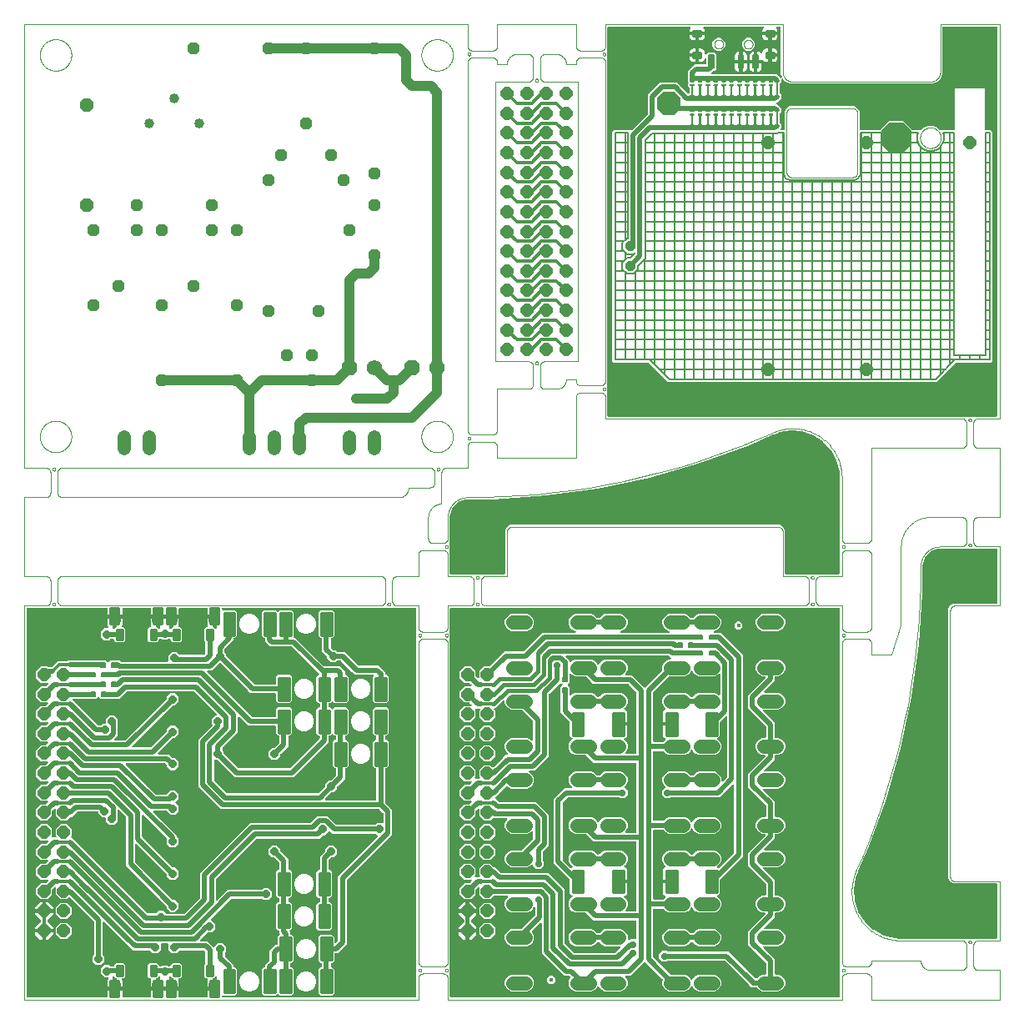
<source format=gbl>
G04 EAGLE Gerber X2 export*
G75*
%MOMM*%
%FSLAX34Y34*%
%LPD*%
%AMOC8*
5,1,8,0,0,1.08239X$1,22.5*%
G01*
%ADD10C,0.000000*%
%ADD11P,1.407107X8X292.500000*%
%ADD12C,0.198000*%
%ADD13P,1.407107X8X112.500000*%
%ADD14C,1.400000*%
%ADD15C,0.390000*%
%ADD16C,0.400000*%
%ADD17C,0.225000*%
%ADD18P,1.298868X8X202.500000*%
%ADD19C,0.360000*%
%ADD20C,0.300000*%
%ADD21P,1.298868X8X22.500000*%
%ADD22C,0.200000*%
%ADD23C,0.210000*%
%ADD24C,0.240000*%
%ADD25C,1.314400*%
%ADD26P,1.312723X8X292.500000*%
%ADD27P,1.312723X8X112.500000*%
%ADD28P,1.312723X8X202.500000*%
%ADD29P,1.312723X8X22.500000*%
%ADD30C,1.009600*%
%ADD31P,1.704548X8X202.500000*%
%ADD32C,1.574800*%
%ADD33P,1.539592X8X292.500000*%
%ADD34P,5.411950X8X22.500000*%
%ADD35C,9.000000*%
%ADD36C,8.500000*%
%ADD37C,1.100000*%
%ADD38P,0.757673X8X22.500000*%
%ADD39C,0.500000*%
%ADD40C,0.400000*%
%ADD41P,0.865912X8X22.500000*%
%ADD42P,1.082390X8X22.500000*%
%ADD43P,2.597736X8X22.500000*%
%ADD44P,1.407107X8X22.500000*%
%ADD45P,3.372727X8X22.500000*%
%ADD46C,1.016000*%

G36*
X827064Y2010D02*
X827064Y2010D01*
X827128Y2009D01*
X827203Y2030D01*
X827279Y2041D01*
X827338Y2067D01*
X827400Y2084D01*
X827466Y2125D01*
X827536Y2157D01*
X827585Y2199D01*
X827640Y2232D01*
X827692Y2290D01*
X827750Y2340D01*
X827786Y2394D01*
X827829Y2442D01*
X827862Y2511D01*
X827905Y2576D01*
X827924Y2638D01*
X827952Y2695D01*
X827963Y2765D01*
X827987Y2846D01*
X827988Y2931D01*
X827999Y3000D01*
X827999Y397000D01*
X827990Y397064D01*
X827991Y397128D01*
X827970Y397203D01*
X827959Y397279D01*
X827933Y397338D01*
X827916Y397400D01*
X827875Y397466D01*
X827843Y397536D01*
X827801Y397585D01*
X827768Y397640D01*
X827710Y397692D01*
X827660Y397750D01*
X827606Y397786D01*
X827558Y397829D01*
X827489Y397862D01*
X827424Y397905D01*
X827362Y397924D01*
X827305Y397952D01*
X827235Y397963D01*
X827154Y397987D01*
X827069Y397988D01*
X827000Y397999D01*
X433000Y397999D01*
X432936Y397990D01*
X432872Y397991D01*
X432797Y397970D01*
X432721Y397959D01*
X432662Y397933D01*
X432600Y397916D01*
X432534Y397875D01*
X432464Y397843D01*
X432415Y397801D01*
X432360Y397768D01*
X432308Y397710D01*
X432250Y397660D01*
X432214Y397606D01*
X432171Y397558D01*
X432138Y397489D01*
X432095Y397424D01*
X432076Y397362D01*
X432048Y397305D01*
X432037Y397235D01*
X432013Y397154D01*
X432012Y397069D01*
X432001Y397000D01*
X432001Y3000D01*
X432010Y2936D01*
X432009Y2872D01*
X432030Y2797D01*
X432041Y2721D01*
X432067Y2662D01*
X432084Y2600D01*
X432125Y2534D01*
X432157Y2464D01*
X432199Y2415D01*
X432232Y2360D01*
X432290Y2308D01*
X432340Y2250D01*
X432394Y2214D01*
X432442Y2171D01*
X432511Y2138D01*
X432576Y2095D01*
X432638Y2076D01*
X432695Y2048D01*
X432765Y2037D01*
X432846Y2013D01*
X432931Y2012D01*
X433000Y2001D01*
X827000Y2001D01*
X827064Y2010D01*
G37*
%LPC*%
G36*
X559489Y8399D02*
X559489Y8399D01*
X556328Y9709D01*
X553909Y12128D01*
X552599Y15289D01*
X552599Y18711D01*
X553909Y21872D01*
X554379Y22343D01*
X554418Y22394D01*
X554464Y22439D01*
X554502Y22506D01*
X554549Y22568D01*
X554571Y22628D01*
X554603Y22684D01*
X554621Y22760D01*
X554648Y22832D01*
X554653Y22896D01*
X554668Y22959D01*
X554664Y23036D01*
X554670Y23113D01*
X554657Y23176D01*
X554654Y23240D01*
X554628Y23313D01*
X554612Y23389D01*
X554582Y23446D01*
X554561Y23507D01*
X554520Y23564D01*
X554480Y23638D01*
X554421Y23699D01*
X554379Y23756D01*
X553928Y24207D01*
X553852Y24264D01*
X553780Y24329D01*
X553739Y24349D01*
X553703Y24376D01*
X553613Y24410D01*
X553526Y24452D01*
X553484Y24458D01*
X553439Y24475D01*
X553311Y24485D01*
X553222Y24499D01*
X548337Y24499D01*
X525499Y47337D01*
X525499Y77222D01*
X525495Y77254D01*
X525497Y77286D01*
X525475Y77393D01*
X525459Y77501D01*
X525446Y77530D01*
X525440Y77562D01*
X525388Y77659D01*
X525343Y77758D01*
X525322Y77782D01*
X525307Y77811D01*
X525231Y77889D01*
X525160Y77972D01*
X525133Y77990D01*
X525110Y78013D01*
X525015Y78067D01*
X524924Y78127D01*
X524893Y78136D01*
X524865Y78152D01*
X524758Y78177D01*
X524654Y78209D01*
X524622Y78210D01*
X524591Y78217D01*
X524481Y78211D01*
X524372Y78213D01*
X524341Y78204D01*
X524309Y78203D01*
X524206Y78167D01*
X524100Y78138D01*
X524073Y78121D01*
X524042Y78110D01*
X523969Y78057D01*
X523860Y77990D01*
X523828Y77954D01*
X523793Y77928D01*
X515621Y69756D01*
X515582Y69704D01*
X515536Y69659D01*
X515498Y69592D01*
X515451Y69530D01*
X515429Y69470D01*
X515397Y69414D01*
X515379Y69339D01*
X515352Y69266D01*
X515347Y69202D01*
X515332Y69140D01*
X515336Y69062D01*
X515330Y68985D01*
X515343Y68922D01*
X515346Y68858D01*
X515372Y68785D01*
X515388Y68709D01*
X515418Y68652D01*
X515439Y68592D01*
X515480Y68535D01*
X515520Y68460D01*
X515579Y68399D01*
X515621Y68343D01*
X516091Y67872D01*
X517401Y64711D01*
X517401Y61289D01*
X516091Y58128D01*
X513672Y55709D01*
X510511Y54399D01*
X494489Y54399D01*
X491328Y55709D01*
X488909Y58128D01*
X487599Y61289D01*
X487599Y64711D01*
X488909Y67872D01*
X491328Y70291D01*
X494489Y71601D01*
X504322Y71601D01*
X504417Y71614D01*
X504513Y71619D01*
X504556Y71634D01*
X504601Y71641D01*
X504689Y71680D01*
X504779Y71712D01*
X504814Y71737D01*
X504858Y71757D01*
X504955Y71840D01*
X505028Y71893D01*
X518207Y85072D01*
X518264Y85148D01*
X518329Y85220D01*
X518349Y85261D01*
X518376Y85297D01*
X518410Y85387D01*
X518452Y85474D01*
X518458Y85516D01*
X518475Y85561D01*
X518485Y85689D01*
X518499Y85778D01*
X518499Y92918D01*
X518487Y93004D01*
X518484Y93090D01*
X518467Y93143D01*
X518459Y93197D01*
X518424Y93276D01*
X518397Y93359D01*
X518366Y93404D01*
X518343Y93454D01*
X518287Y93520D01*
X518238Y93592D01*
X518196Y93626D01*
X518160Y93668D01*
X518087Y93716D01*
X518020Y93771D01*
X517970Y93793D01*
X517924Y93823D01*
X517841Y93848D01*
X517761Y93882D01*
X517707Y93889D01*
X517654Y93905D01*
X517567Y93906D01*
X517481Y93917D01*
X517427Y93908D01*
X517372Y93909D01*
X517288Y93886D01*
X517203Y93872D01*
X517153Y93848D01*
X517100Y93834D01*
X517026Y93788D01*
X516948Y93751D01*
X516907Y93714D01*
X516860Y93685D01*
X516802Y93621D01*
X516737Y93563D01*
X516711Y93520D01*
X516671Y93476D01*
X516622Y93374D01*
X516577Y93300D01*
X516091Y92128D01*
X513672Y89709D01*
X510511Y88399D01*
X494489Y88399D01*
X491328Y89709D01*
X488909Y92128D01*
X487599Y95289D01*
X487599Y98711D01*
X488909Y101872D01*
X490830Y103793D01*
X490850Y103819D01*
X490874Y103840D01*
X490934Y103932D01*
X490999Y104019D01*
X491011Y104049D01*
X491029Y104076D01*
X491060Y104181D01*
X491099Y104283D01*
X491101Y104315D01*
X491111Y104346D01*
X491112Y104455D01*
X491121Y104564D01*
X491114Y104596D01*
X491115Y104628D01*
X491085Y104733D01*
X491063Y104840D01*
X491048Y104869D01*
X491039Y104900D01*
X490982Y104993D01*
X490931Y105089D01*
X490908Y105112D01*
X490891Y105140D01*
X490810Y105213D01*
X490734Y105291D01*
X490706Y105307D01*
X490682Y105329D01*
X490584Y105376D01*
X490489Y105430D01*
X490457Y105438D01*
X490428Y105452D01*
X490339Y105466D01*
X490214Y105495D01*
X490166Y105493D01*
X490124Y105499D01*
X477369Y105499D01*
X477274Y105486D01*
X477178Y105481D01*
X477135Y105466D01*
X477090Y105459D01*
X477003Y105420D01*
X476912Y105388D01*
X476877Y105363D01*
X476833Y105343D01*
X476736Y105260D01*
X476663Y105207D01*
X473355Y101899D01*
X466645Y101899D01*
X461899Y106645D01*
X461899Y113122D01*
X461895Y113154D01*
X461897Y113186D01*
X461875Y113293D01*
X461859Y113401D01*
X461846Y113430D01*
X461840Y113462D01*
X461788Y113558D01*
X461743Y113658D01*
X461722Y113683D01*
X461707Y113711D01*
X461631Y113789D01*
X461560Y113872D01*
X461533Y113890D01*
X461510Y113913D01*
X461415Y113967D01*
X461324Y114027D01*
X461293Y114036D01*
X461265Y114052D01*
X461159Y114077D01*
X461054Y114109D01*
X461022Y114110D01*
X460991Y114117D01*
X460881Y114111D01*
X460772Y114113D01*
X460741Y114104D01*
X460709Y114103D01*
X460606Y114067D01*
X460500Y114038D01*
X460473Y114021D01*
X460442Y114010D01*
X460369Y113957D01*
X460260Y113890D01*
X460228Y113854D01*
X460193Y113828D01*
X458393Y112028D01*
X458336Y111951D01*
X458271Y111880D01*
X458251Y111839D01*
X458224Y111803D01*
X458190Y111713D01*
X458148Y111626D01*
X458142Y111584D01*
X458125Y111539D01*
X458115Y111411D01*
X458101Y111322D01*
X458101Y106645D01*
X453355Y101899D01*
X446645Y101899D01*
X441899Y106645D01*
X441899Y113355D01*
X446645Y118101D01*
X451322Y118101D01*
X451417Y118114D01*
X451513Y118119D01*
X451556Y118134D01*
X451601Y118141D01*
X451688Y118180D01*
X451779Y118212D01*
X451814Y118237D01*
X451858Y118257D01*
X451955Y118340D01*
X452028Y118393D01*
X453828Y120193D01*
X453848Y120219D01*
X453872Y120240D01*
X453932Y120332D01*
X453998Y120419D01*
X454009Y120449D01*
X454027Y120476D01*
X454059Y120581D01*
X454097Y120683D01*
X454100Y120715D01*
X454109Y120746D01*
X454111Y120855D01*
X454119Y120964D01*
X454112Y120996D01*
X454113Y121028D01*
X454084Y121133D01*
X454061Y121240D01*
X454046Y121269D01*
X454038Y121300D01*
X453980Y121393D01*
X453929Y121489D01*
X453907Y121512D01*
X453890Y121540D01*
X453808Y121613D01*
X453732Y121691D01*
X453704Y121707D01*
X453680Y121729D01*
X453582Y121776D01*
X453487Y121830D01*
X453455Y121838D01*
X453426Y121852D01*
X453337Y121866D01*
X453212Y121895D01*
X453164Y121893D01*
X453122Y121899D01*
X446645Y121899D01*
X441899Y126645D01*
X441899Y133355D01*
X446645Y138101D01*
X453355Y138101D01*
X458101Y133355D01*
X458101Y126645D01*
X457663Y126207D01*
X457643Y126181D01*
X457619Y126160D01*
X457559Y126068D01*
X457493Y125981D01*
X457482Y125951D01*
X457464Y125924D01*
X457432Y125819D01*
X457394Y125717D01*
X457391Y125685D01*
X457382Y125654D01*
X457381Y125545D01*
X457372Y125436D01*
X457379Y125404D01*
X457378Y125372D01*
X457407Y125267D01*
X457430Y125160D01*
X457445Y125131D01*
X457453Y125100D01*
X457511Y125007D01*
X457562Y124911D01*
X457585Y124888D01*
X457602Y124860D01*
X457683Y124787D01*
X457759Y124709D01*
X457787Y124693D01*
X457811Y124671D01*
X457909Y124624D01*
X458004Y124570D01*
X458036Y124562D01*
X458065Y124548D01*
X458154Y124534D01*
X458279Y124505D01*
X458327Y124507D01*
X458369Y124501D01*
X461631Y124501D01*
X461663Y124505D01*
X461695Y124503D01*
X461802Y124525D01*
X461910Y124541D01*
X461939Y124554D01*
X461971Y124560D01*
X462067Y124612D01*
X462167Y124657D01*
X462191Y124678D01*
X462220Y124693D01*
X462298Y124769D01*
X462381Y124840D01*
X462399Y124867D01*
X462422Y124890D01*
X462476Y124984D01*
X462536Y125076D01*
X462545Y125107D01*
X462561Y125135D01*
X462586Y125241D01*
X462618Y125346D01*
X462618Y125378D01*
X462626Y125409D01*
X462620Y125519D01*
X462622Y125628D01*
X462613Y125659D01*
X462612Y125691D01*
X462576Y125794D01*
X462547Y125900D01*
X462530Y125927D01*
X462519Y125958D01*
X462466Y126031D01*
X462398Y126140D01*
X462362Y126172D01*
X462337Y126207D01*
X461899Y126645D01*
X461899Y133355D01*
X466645Y138101D01*
X473355Y138101D01*
X476663Y134793D01*
X476740Y134736D01*
X476811Y134671D01*
X476852Y134651D01*
X476888Y134624D01*
X476978Y134590D01*
X477065Y134548D01*
X477107Y134542D01*
X477152Y134525D01*
X477280Y134515D01*
X477369Y134501D01*
X477864Y134501D01*
X483572Y128793D01*
X483648Y128736D01*
X483720Y128671D01*
X483761Y128651D01*
X483797Y128624D01*
X483887Y128590D01*
X483974Y128548D01*
X484016Y128542D01*
X484061Y128525D01*
X484189Y128515D01*
X484278Y128501D01*
X531977Y128501D01*
X548501Y111977D01*
X548501Y57278D01*
X548514Y57183D01*
X548519Y57087D01*
X548534Y57044D01*
X548541Y56999D01*
X548580Y56911D01*
X548612Y56821D01*
X548637Y56786D01*
X548657Y56742D01*
X548740Y56645D01*
X548793Y56572D01*
X557572Y47793D01*
X557648Y47736D01*
X557720Y47671D01*
X557761Y47651D01*
X557797Y47624D01*
X557887Y47590D01*
X557974Y47548D01*
X558016Y47542D01*
X558061Y47525D01*
X558189Y47515D01*
X558278Y47501D01*
X599722Y47501D01*
X599817Y47514D01*
X599913Y47519D01*
X599956Y47534D01*
X600001Y47541D01*
X600089Y47580D01*
X600179Y47612D01*
X600214Y47637D01*
X600258Y47657D01*
X600355Y47740D01*
X600428Y47793D01*
X605328Y52693D01*
X605348Y52719D01*
X605372Y52740D01*
X605432Y52832D01*
X605498Y52919D01*
X605509Y52949D01*
X605527Y52976D01*
X605559Y53081D01*
X605597Y53183D01*
X605600Y53215D01*
X605609Y53246D01*
X605611Y53355D01*
X605619Y53464D01*
X605612Y53496D01*
X605613Y53528D01*
X605584Y53633D01*
X605561Y53740D01*
X605546Y53769D01*
X605538Y53800D01*
X605480Y53893D01*
X605429Y53989D01*
X605407Y54012D01*
X605390Y54040D01*
X605308Y54113D01*
X605232Y54191D01*
X605204Y54207D01*
X605180Y54229D01*
X605082Y54276D01*
X604987Y54330D01*
X604955Y54338D01*
X604926Y54352D01*
X604837Y54366D01*
X604712Y54395D01*
X604664Y54393D01*
X604622Y54399D01*
X589489Y54399D01*
X586328Y55709D01*
X583830Y58207D01*
X583753Y58264D01*
X583682Y58329D01*
X583641Y58349D01*
X583605Y58376D01*
X583515Y58410D01*
X583428Y58452D01*
X583386Y58458D01*
X583341Y58475D01*
X583213Y58485D01*
X583124Y58499D01*
X581876Y58499D01*
X581782Y58486D01*
X581685Y58481D01*
X581642Y58466D01*
X581597Y58459D01*
X581510Y58420D01*
X581419Y58388D01*
X581384Y58363D01*
X581340Y58343D01*
X581243Y58260D01*
X581170Y58207D01*
X578672Y55709D01*
X575511Y54399D01*
X559489Y54399D01*
X556328Y55709D01*
X553909Y58128D01*
X552599Y61289D01*
X552599Y64711D01*
X553909Y67872D01*
X556328Y70291D01*
X559489Y71601D01*
X575511Y71601D01*
X578672Y70291D01*
X581170Y67793D01*
X581247Y67736D01*
X581318Y67671D01*
X581359Y67651D01*
X581395Y67624D01*
X581485Y67590D01*
X581572Y67548D01*
X581614Y67542D01*
X581659Y67525D01*
X581787Y67515D01*
X581876Y67501D01*
X583124Y67501D01*
X583218Y67514D01*
X583315Y67519D01*
X583358Y67534D01*
X583403Y67541D01*
X583490Y67580D01*
X583581Y67612D01*
X583616Y67637D01*
X583660Y67657D01*
X583757Y67740D01*
X583830Y67793D01*
X586328Y70291D01*
X589489Y71601D01*
X605511Y71601D01*
X608672Y70291D01*
X611091Y67872D01*
X612401Y64711D01*
X612401Y61500D01*
X612410Y61436D01*
X612409Y61372D01*
X612430Y61297D01*
X612441Y61221D01*
X612467Y61162D01*
X612484Y61100D01*
X612525Y61034D01*
X612557Y60964D01*
X612599Y60915D01*
X612632Y60860D01*
X612690Y60808D01*
X612740Y60750D01*
X612794Y60714D01*
X612842Y60671D01*
X612911Y60638D01*
X612976Y60595D01*
X613038Y60576D01*
X613095Y60548D01*
X613165Y60537D01*
X613246Y60513D01*
X613331Y60512D01*
X613400Y60501D01*
X614308Y60501D01*
X614403Y60514D01*
X614499Y60519D01*
X614542Y60534D01*
X614587Y60541D01*
X614674Y60580D01*
X614765Y60612D01*
X614800Y60637D01*
X614844Y60657D01*
X614941Y60740D01*
X615014Y60793D01*
X615722Y61501D01*
X620500Y61501D01*
X620564Y61510D01*
X620628Y61509D01*
X620703Y61530D01*
X620779Y61541D01*
X620838Y61567D01*
X620900Y61584D01*
X620966Y61625D01*
X621036Y61657D01*
X621085Y61699D01*
X621140Y61732D01*
X621192Y61790D01*
X621250Y61840D01*
X621286Y61894D01*
X621329Y61942D01*
X621362Y62011D01*
X621405Y62076D01*
X621424Y62138D01*
X621452Y62195D01*
X621463Y62265D01*
X621487Y62346D01*
X621488Y62431D01*
X621499Y62500D01*
X621499Y79500D01*
X621490Y79564D01*
X621491Y79628D01*
X621470Y79703D01*
X621459Y79779D01*
X621433Y79838D01*
X621416Y79900D01*
X621375Y79966D01*
X621343Y80036D01*
X621301Y80085D01*
X621268Y80140D01*
X621210Y80192D01*
X621160Y80250D01*
X621106Y80286D01*
X621058Y80329D01*
X620989Y80362D01*
X620924Y80405D01*
X620862Y80424D01*
X620805Y80452D01*
X620735Y80463D01*
X620654Y80487D01*
X620569Y80488D01*
X620500Y80499D01*
X577636Y80499D01*
X570028Y88107D01*
X569952Y88164D01*
X569880Y88229D01*
X569839Y88249D01*
X569803Y88276D01*
X569713Y88310D01*
X569626Y88352D01*
X569584Y88358D01*
X569539Y88375D01*
X569411Y88385D01*
X569322Y88399D01*
X559489Y88399D01*
X556328Y89709D01*
X553909Y92128D01*
X552599Y95289D01*
X552599Y98711D01*
X553909Y101872D01*
X556251Y104214D01*
X556281Y104254D01*
X556292Y104264D01*
X556301Y104276D01*
X556336Y104311D01*
X556374Y104378D01*
X556420Y104440D01*
X556438Y104486D01*
X556447Y104500D01*
X556451Y104515D01*
X556475Y104556D01*
X556493Y104631D01*
X556520Y104704D01*
X556524Y104751D01*
X556529Y104769D01*
X556529Y104787D01*
X556540Y104830D01*
X556536Y104908D01*
X556542Y104985D01*
X556533Y105028D01*
X556533Y105051D01*
X556527Y105071D01*
X556525Y105112D01*
X556500Y105185D01*
X556484Y105261D01*
X556465Y105297D01*
X556458Y105323D01*
X556445Y105344D01*
X556433Y105378D01*
X556391Y105435D01*
X556352Y105510D01*
X556326Y105536D01*
X556310Y105563D01*
X556276Y105594D01*
X556251Y105627D01*
X553899Y107979D01*
X553899Y121322D01*
X553886Y121417D01*
X553881Y121513D01*
X553866Y121556D01*
X553859Y121601D01*
X553820Y121689D01*
X553788Y121779D01*
X553763Y121814D01*
X553743Y121858D01*
X553660Y121955D01*
X553607Y122028D01*
X540428Y135207D01*
X537499Y138136D01*
X537499Y203864D01*
X548136Y214501D01*
X555124Y214501D01*
X555156Y214505D01*
X555188Y214503D01*
X555295Y214525D01*
X555403Y214541D01*
X555432Y214554D01*
X555464Y214560D01*
X555560Y214612D01*
X555660Y214657D01*
X555684Y214678D01*
X555713Y214693D01*
X555791Y214769D01*
X555874Y214840D01*
X555892Y214867D01*
X555915Y214890D01*
X555969Y214985D01*
X556029Y215076D01*
X556038Y215107D01*
X556054Y215135D01*
X556079Y215241D01*
X556111Y215346D01*
X556111Y215378D01*
X556119Y215409D01*
X556113Y215519D01*
X556115Y215628D01*
X556106Y215659D01*
X556104Y215691D01*
X556069Y215794D01*
X556039Y215900D01*
X556022Y215927D01*
X556012Y215958D01*
X555959Y216031D01*
X555891Y216140D01*
X555855Y216172D01*
X555830Y216207D01*
X553909Y218128D01*
X552599Y221289D01*
X552599Y224711D01*
X553909Y227872D01*
X556328Y230291D01*
X559489Y231601D01*
X575511Y231601D01*
X578672Y230291D01*
X581170Y227793D01*
X581247Y227736D01*
X581318Y227671D01*
X581359Y227651D01*
X581395Y227624D01*
X581485Y227590D01*
X581572Y227548D01*
X581614Y227542D01*
X581659Y227525D01*
X581787Y227515D01*
X581876Y227501D01*
X583124Y227501D01*
X583219Y227514D01*
X583315Y227519D01*
X583358Y227534D01*
X583403Y227541D01*
X583490Y227580D01*
X583581Y227612D01*
X583616Y227637D01*
X583660Y227657D01*
X583757Y227740D01*
X583830Y227793D01*
X586328Y230291D01*
X589489Y231601D01*
X605511Y231601D01*
X608672Y230291D01*
X611091Y227872D01*
X612401Y224711D01*
X612401Y221289D01*
X611091Y218128D01*
X609578Y216615D01*
X609539Y216563D01*
X609493Y216518D01*
X609455Y216451D01*
X609409Y216389D01*
X609386Y216329D01*
X609354Y216273D01*
X609336Y216197D01*
X609309Y216125D01*
X609304Y216061D01*
X609289Y215999D01*
X609293Y215921D01*
X609287Y215844D01*
X609300Y215781D01*
X609304Y215717D01*
X609329Y215644D01*
X609345Y215568D01*
X609375Y215511D01*
X609396Y215450D01*
X609437Y215394D01*
X609477Y215319D01*
X609536Y215258D01*
X609578Y215201D01*
X612501Y212279D01*
X612501Y207721D01*
X609279Y204499D01*
X604721Y204499D01*
X604014Y205207D01*
X603937Y205264D01*
X603866Y205329D01*
X603825Y205349D01*
X603789Y205376D01*
X603699Y205410D01*
X603612Y205452D01*
X603570Y205458D01*
X603525Y205475D01*
X603397Y205485D01*
X603308Y205499D01*
X552278Y205499D01*
X552183Y205486D01*
X552087Y205481D01*
X552044Y205466D01*
X551999Y205459D01*
X551911Y205420D01*
X551821Y205388D01*
X551786Y205363D01*
X551742Y205343D01*
X551645Y205260D01*
X551572Y205207D01*
X546793Y200428D01*
X546736Y200352D01*
X546671Y200280D01*
X546651Y200239D01*
X546624Y200203D01*
X546590Y200113D01*
X546548Y200026D01*
X546542Y199984D01*
X546525Y199939D01*
X546515Y199811D01*
X546501Y199722D01*
X546501Y142278D01*
X546514Y142183D01*
X546519Y142087D01*
X546534Y142044D01*
X546541Y141999D01*
X546580Y141911D01*
X546612Y141821D01*
X546637Y141786D01*
X546657Y141742D01*
X546740Y141645D01*
X546793Y141572D01*
X554415Y133950D01*
X554467Y133911D01*
X554511Y133865D01*
X554579Y133827D01*
X554641Y133781D01*
X554701Y133758D01*
X554757Y133726D01*
X554832Y133708D01*
X554905Y133681D01*
X554969Y133676D01*
X555031Y133661D01*
X555109Y133665D01*
X555186Y133659D01*
X555249Y133672D01*
X555313Y133676D01*
X555386Y133701D01*
X555462Y133717D01*
X555519Y133747D01*
X555579Y133768D01*
X555636Y133809D01*
X555711Y133849D01*
X555772Y133908D01*
X555828Y133950D01*
X556251Y134373D01*
X556290Y134424D01*
X556336Y134469D01*
X556374Y134536D01*
X556420Y134598D01*
X556443Y134658D01*
X556475Y134714D01*
X556493Y134790D01*
X556520Y134862D01*
X556525Y134926D01*
X556540Y134989D01*
X556536Y135066D01*
X556542Y135143D01*
X556529Y135206D01*
X556525Y135270D01*
X556500Y135343D01*
X556484Y135419D01*
X556454Y135476D01*
X556433Y135537D01*
X556391Y135593D01*
X556352Y135668D01*
X556293Y135729D01*
X556251Y135786D01*
X553909Y138128D01*
X552599Y141289D01*
X552599Y144711D01*
X553909Y147872D01*
X556328Y150291D01*
X559489Y151601D01*
X575511Y151601D01*
X578672Y150291D01*
X581170Y147793D01*
X581247Y147736D01*
X581318Y147671D01*
X581359Y147651D01*
X581395Y147624D01*
X581485Y147590D01*
X581572Y147548D01*
X581614Y147542D01*
X581659Y147525D01*
X581787Y147515D01*
X581876Y147501D01*
X583124Y147501D01*
X583219Y147514D01*
X583315Y147519D01*
X583358Y147534D01*
X583403Y147541D01*
X583490Y147580D01*
X583581Y147612D01*
X583616Y147637D01*
X583660Y147657D01*
X583757Y147740D01*
X583830Y147793D01*
X586328Y150291D01*
X589489Y151601D01*
X605511Y151601D01*
X608672Y150291D01*
X611091Y147872D01*
X612401Y144711D01*
X612401Y141289D01*
X611091Y138128D01*
X609199Y136236D01*
X609167Y136193D01*
X609128Y136156D01*
X609083Y136081D01*
X609030Y136010D01*
X609011Y135960D01*
X608983Y135914D01*
X608961Y135829D01*
X608930Y135746D01*
X608926Y135693D01*
X608913Y135641D01*
X608915Y135553D01*
X608908Y135465D01*
X608919Y135413D01*
X608921Y135359D01*
X608948Y135275D01*
X608966Y135189D01*
X608991Y135142D01*
X609008Y135091D01*
X609057Y135018D01*
X609099Y134940D01*
X609136Y134902D01*
X609166Y134857D01*
X609227Y134808D01*
X609295Y134738D01*
X609358Y134702D01*
X609406Y134664D01*
X610307Y134143D01*
X611143Y133307D01*
X611735Y132283D01*
X612041Y131141D01*
X612041Y121999D01*
X604000Y121999D01*
X603936Y121990D01*
X603872Y121991D01*
X603798Y121970D01*
X603721Y121959D01*
X603662Y121933D01*
X603600Y121916D01*
X603534Y121875D01*
X603464Y121843D01*
X603415Y121801D01*
X603360Y121768D01*
X603309Y121710D01*
X603250Y121660D01*
X603214Y121606D01*
X603171Y121558D01*
X603138Y121489D01*
X603095Y121424D01*
X603076Y121362D01*
X603048Y121305D01*
X603038Y121235D01*
X603013Y121154D01*
X603012Y121069D01*
X603001Y121000D01*
X603001Y119000D01*
X603010Y118936D01*
X603009Y118872D01*
X603030Y118797D01*
X603041Y118721D01*
X603067Y118662D01*
X603084Y118600D01*
X603125Y118534D01*
X603157Y118464D01*
X603199Y118415D01*
X603232Y118360D01*
X603290Y118308D01*
X603340Y118250D01*
X603394Y118214D01*
X603442Y118171D01*
X603511Y118138D01*
X603576Y118095D01*
X603638Y118076D01*
X603696Y118048D01*
X603765Y118038D01*
X603846Y118013D01*
X603931Y118012D01*
X604000Y118001D01*
X612041Y118001D01*
X612041Y108859D01*
X611735Y107717D01*
X611143Y106693D01*
X610307Y105857D01*
X609406Y105336D01*
X609364Y105303D01*
X609317Y105278D01*
X609253Y105216D01*
X609184Y105162D01*
X609153Y105118D01*
X609114Y105081D01*
X609071Y105004D01*
X609020Y104933D01*
X609002Y104882D01*
X608975Y104836D01*
X608955Y104750D01*
X608926Y104667D01*
X608923Y104613D01*
X608911Y104561D01*
X608915Y104473D01*
X608910Y104385D01*
X608922Y104333D01*
X608925Y104280D01*
X608954Y104196D01*
X608974Y104111D01*
X609000Y104064D01*
X609017Y104013D01*
X609064Y103950D01*
X609111Y103864D01*
X609163Y103814D01*
X609199Y103764D01*
X611091Y101872D01*
X612401Y98711D01*
X612401Y95289D01*
X611091Y92128D01*
X610170Y91207D01*
X610150Y91181D01*
X610126Y91160D01*
X610066Y91068D01*
X610001Y90981D01*
X609989Y90951D01*
X609971Y90924D01*
X609940Y90819D01*
X609901Y90717D01*
X609899Y90685D01*
X609889Y90654D01*
X609888Y90545D01*
X609879Y90436D01*
X609886Y90404D01*
X609885Y90372D01*
X609914Y90267D01*
X609937Y90160D01*
X609952Y90131D01*
X609961Y90100D01*
X610018Y90007D01*
X610069Y89911D01*
X610092Y89888D01*
X610109Y89860D01*
X610190Y89787D01*
X610266Y89709D01*
X610294Y89693D01*
X610318Y89671D01*
X610416Y89624D01*
X610511Y89570D01*
X610543Y89562D01*
X610572Y89548D01*
X610661Y89534D01*
X610786Y89505D01*
X610834Y89507D01*
X610876Y89501D01*
X620500Y89501D01*
X620564Y89510D01*
X620628Y89509D01*
X620703Y89530D01*
X620779Y89541D01*
X620838Y89567D01*
X620900Y89584D01*
X620966Y89625D01*
X621036Y89657D01*
X621085Y89699D01*
X621140Y89732D01*
X621192Y89790D01*
X621250Y89840D01*
X621286Y89894D01*
X621329Y89942D01*
X621362Y90011D01*
X621405Y90076D01*
X621424Y90138D01*
X621452Y90195D01*
X621463Y90265D01*
X621487Y90346D01*
X621488Y90431D01*
X621499Y90500D01*
X621499Y159500D01*
X621490Y159564D01*
X621491Y159628D01*
X621470Y159703D01*
X621459Y159779D01*
X621433Y159838D01*
X621416Y159900D01*
X621375Y159966D01*
X621343Y160036D01*
X621301Y160085D01*
X621268Y160140D01*
X621210Y160192D01*
X621160Y160250D01*
X621106Y160286D01*
X621058Y160329D01*
X620989Y160362D01*
X620924Y160405D01*
X620862Y160424D01*
X620805Y160452D01*
X620735Y160463D01*
X620654Y160487D01*
X620569Y160488D01*
X620500Y160499D01*
X577636Y160499D01*
X570028Y168107D01*
X569952Y168164D01*
X569880Y168229D01*
X569839Y168249D01*
X569803Y168276D01*
X569713Y168310D01*
X569626Y168352D01*
X569584Y168358D01*
X569539Y168375D01*
X569411Y168385D01*
X569322Y168399D01*
X559489Y168399D01*
X556328Y169709D01*
X553909Y172128D01*
X552599Y175289D01*
X552599Y178711D01*
X553909Y181872D01*
X556328Y184291D01*
X559489Y185601D01*
X575511Y185601D01*
X578672Y184291D01*
X581091Y181872D01*
X581577Y180700D01*
X581593Y180672D01*
X581603Y180641D01*
X581665Y180551D01*
X581720Y180457D01*
X581744Y180435D01*
X581762Y180408D01*
X581846Y180339D01*
X581926Y180264D01*
X581955Y180250D01*
X581980Y180229D01*
X582080Y180186D01*
X582178Y180136D01*
X582209Y180130D01*
X582239Y180118D01*
X582347Y180104D01*
X582455Y180084D01*
X582487Y180087D01*
X582519Y180083D01*
X582627Y180101D01*
X582735Y180111D01*
X582765Y180123D01*
X582797Y180128D01*
X582896Y180175D01*
X582997Y180216D01*
X583023Y180235D01*
X583052Y180249D01*
X583134Y180322D01*
X583220Y180389D01*
X583239Y180415D01*
X583263Y180437D01*
X583310Y180514D01*
X583385Y180618D01*
X583401Y180664D01*
X583423Y180700D01*
X583909Y181872D01*
X586328Y184291D01*
X589489Y185601D01*
X605511Y185601D01*
X608672Y184291D01*
X611091Y181872D01*
X612401Y178711D01*
X612401Y175289D01*
X611091Y172128D01*
X610170Y171207D01*
X610150Y171181D01*
X610126Y171160D01*
X610066Y171068D01*
X610001Y170981D01*
X609989Y170951D01*
X609971Y170924D01*
X609940Y170819D01*
X609901Y170717D01*
X609899Y170685D01*
X609889Y170654D01*
X609888Y170545D01*
X609879Y170436D01*
X609886Y170404D01*
X609885Y170372D01*
X609914Y170267D01*
X609937Y170160D01*
X609952Y170131D01*
X609961Y170100D01*
X610018Y170007D01*
X610069Y169911D01*
X610092Y169888D01*
X610109Y169860D01*
X610190Y169787D01*
X610266Y169709D01*
X610294Y169693D01*
X610318Y169671D01*
X610416Y169624D01*
X610511Y169570D01*
X610543Y169562D01*
X610572Y169548D01*
X610661Y169534D01*
X610786Y169505D01*
X610834Y169507D01*
X610876Y169501D01*
X620500Y169501D01*
X620564Y169510D01*
X620628Y169509D01*
X620703Y169530D01*
X620779Y169541D01*
X620838Y169567D01*
X620900Y169584D01*
X620966Y169625D01*
X621036Y169657D01*
X621085Y169699D01*
X621140Y169732D01*
X621192Y169790D01*
X621250Y169840D01*
X621286Y169894D01*
X621329Y169942D01*
X621362Y170011D01*
X621405Y170076D01*
X621424Y170138D01*
X621452Y170195D01*
X621463Y170265D01*
X621487Y170346D01*
X621488Y170431D01*
X621499Y170500D01*
X621499Y239500D01*
X621490Y239564D01*
X621491Y239628D01*
X621470Y239703D01*
X621459Y239779D01*
X621433Y239838D01*
X621416Y239900D01*
X621375Y239966D01*
X621343Y240036D01*
X621301Y240085D01*
X621268Y240140D01*
X621210Y240192D01*
X621160Y240250D01*
X621106Y240286D01*
X621058Y240329D01*
X620989Y240362D01*
X620924Y240405D01*
X620862Y240424D01*
X620805Y240452D01*
X620735Y240463D01*
X620654Y240487D01*
X620569Y240488D01*
X620500Y240499D01*
X577636Y240499D01*
X570028Y248107D01*
X569952Y248164D01*
X569880Y248229D01*
X569839Y248249D01*
X569803Y248276D01*
X569713Y248310D01*
X569626Y248352D01*
X569584Y248358D01*
X569539Y248375D01*
X569411Y248385D01*
X569322Y248399D01*
X559489Y248399D01*
X556328Y249709D01*
X553909Y252128D01*
X552599Y255289D01*
X552599Y258711D01*
X553909Y261872D01*
X556251Y264214D01*
X556290Y264266D01*
X556336Y264311D01*
X556374Y264378D01*
X556420Y264440D01*
X556443Y264500D01*
X556475Y264556D01*
X556493Y264631D01*
X556520Y264704D01*
X556525Y264768D01*
X556540Y264830D01*
X556536Y264908D01*
X556542Y264985D01*
X556529Y265048D01*
X556525Y265112D01*
X556500Y265185D01*
X556484Y265261D01*
X556454Y265318D01*
X556433Y265378D01*
X556391Y265435D01*
X556352Y265510D01*
X556292Y265571D01*
X556251Y265627D01*
X553899Y267979D01*
X553899Y281322D01*
X553886Y281417D01*
X553881Y281513D01*
X553866Y281556D01*
X553859Y281601D01*
X553820Y281689D01*
X553788Y281779D01*
X553763Y281814D01*
X553743Y281858D01*
X553660Y281955D01*
X553607Y282028D01*
X547428Y288207D01*
X544499Y291136D01*
X544499Y310903D01*
X544486Y310998D01*
X544481Y311094D01*
X544466Y311137D01*
X544459Y311182D01*
X544420Y311270D01*
X544399Y311329D01*
X544399Y317583D01*
X546110Y319293D01*
X546148Y319345D01*
X546194Y319390D01*
X546233Y319457D01*
X546279Y319519D01*
X546301Y319579D01*
X546333Y319635D01*
X546351Y319710D01*
X546378Y319783D01*
X546383Y319847D01*
X546398Y319909D01*
X546394Y319987D01*
X546400Y320064D01*
X546387Y320127D01*
X546384Y320191D01*
X546358Y320264D01*
X546343Y320340D01*
X546312Y320397D01*
X546291Y320458D01*
X546250Y320514D01*
X546210Y320589D01*
X546151Y320650D01*
X546110Y320707D01*
X545297Y321519D01*
X545246Y321558D01*
X545201Y321604D01*
X545134Y321642D01*
X545072Y321688D01*
X545012Y321711D01*
X544956Y321743D01*
X544880Y321761D01*
X544808Y321788D01*
X544744Y321793D01*
X544681Y321808D01*
X544604Y321804D01*
X544527Y321810D01*
X544464Y321797D01*
X544399Y321793D01*
X544326Y321768D01*
X544250Y321752D01*
X544194Y321722D01*
X544133Y321701D01*
X544076Y321659D01*
X544001Y321620D01*
X543941Y321560D01*
X543884Y321519D01*
X532793Y310428D01*
X532736Y310352D01*
X532671Y310280D01*
X532651Y310239D01*
X532624Y310203D01*
X532590Y310113D01*
X532548Y310026D01*
X532542Y309984D01*
X532525Y309939D01*
X532515Y309811D01*
X532501Y309722D01*
X532501Y247136D01*
X517864Y232499D01*
X513365Y232499D01*
X513279Y232487D01*
X513192Y232484D01*
X513140Y232467D01*
X513086Y232459D01*
X513007Y232424D01*
X512924Y232397D01*
X512879Y232366D01*
X512829Y232343D01*
X512763Y232287D01*
X512691Y232238D01*
X512656Y232195D01*
X512615Y232160D01*
X512567Y232087D01*
X512512Y232020D01*
X512490Y231970D01*
X512460Y231924D01*
X512435Y231841D01*
X512401Y231761D01*
X512394Y231707D01*
X512378Y231654D01*
X512377Y231567D01*
X512366Y231481D01*
X512375Y231427D01*
X512374Y231372D01*
X512397Y231288D01*
X512411Y231203D01*
X512435Y231153D01*
X512449Y231100D01*
X512495Y231026D01*
X512532Y230948D01*
X512569Y230907D01*
X512597Y230860D01*
X512662Y230802D01*
X512720Y230737D01*
X512763Y230711D01*
X512807Y230671D01*
X512909Y230622D01*
X512983Y230577D01*
X513672Y230291D01*
X516091Y227872D01*
X517401Y224711D01*
X517401Y221289D01*
X516091Y218128D01*
X513672Y215709D01*
X510511Y214399D01*
X494489Y214399D01*
X491328Y215709D01*
X490657Y216379D01*
X490606Y216418D01*
X490561Y216464D01*
X490494Y216502D01*
X490432Y216549D01*
X490372Y216571D01*
X490316Y216603D01*
X490240Y216621D01*
X490168Y216648D01*
X490104Y216653D01*
X490041Y216668D01*
X489964Y216664D01*
X489887Y216670D01*
X489824Y216657D01*
X489760Y216654D01*
X489687Y216628D01*
X489611Y216612D01*
X489554Y216582D01*
X489493Y216561D01*
X489437Y216520D01*
X489362Y216480D01*
X489301Y216421D01*
X489244Y216379D01*
X478572Y205707D01*
X478533Y205655D01*
X478487Y205610D01*
X478449Y205543D01*
X478402Y205481D01*
X478380Y205421D01*
X478348Y205365D01*
X478330Y205290D01*
X478303Y205217D01*
X478298Y205153D01*
X478283Y205091D01*
X478287Y205013D01*
X478281Y204936D01*
X478294Y204873D01*
X478297Y204809D01*
X478323Y204736D01*
X478339Y204660D01*
X478369Y204603D01*
X478390Y204542D01*
X478431Y204486D01*
X478471Y204411D01*
X478530Y204350D01*
X478572Y204293D01*
X482072Y200793D01*
X482148Y200736D01*
X482220Y200671D01*
X482261Y200651D01*
X482297Y200624D01*
X482387Y200590D01*
X482474Y200548D01*
X482516Y200542D01*
X482561Y200525D01*
X482689Y200515D01*
X482778Y200501D01*
X519864Y200501D01*
X532501Y187864D01*
X532501Y156136D01*
X526793Y150428D01*
X526736Y150352D01*
X526671Y150280D01*
X526651Y150239D01*
X526624Y150203D01*
X526590Y150113D01*
X526548Y150026D01*
X526542Y149984D01*
X526525Y149939D01*
X526515Y149811D01*
X526501Y149722D01*
X526501Y141692D01*
X526514Y141597D01*
X526519Y141501D01*
X526534Y141458D01*
X526541Y141413D01*
X526580Y141326D01*
X526612Y141235D01*
X526637Y141200D01*
X526657Y141156D01*
X526740Y141059D01*
X526793Y140986D01*
X527501Y140278D01*
X527501Y135721D01*
X524279Y132499D01*
X519721Y132499D01*
X516499Y135721D01*
X516499Y136124D01*
X516495Y136156D01*
X516497Y136188D01*
X516475Y136295D01*
X516459Y136403D01*
X516446Y136432D01*
X516440Y136464D01*
X516388Y136560D01*
X516343Y136660D01*
X516322Y136684D01*
X516307Y136713D01*
X516231Y136791D01*
X516160Y136874D01*
X516133Y136892D01*
X516110Y136915D01*
X516015Y136969D01*
X515924Y137029D01*
X515893Y137038D01*
X515865Y137054D01*
X515759Y137079D01*
X515654Y137111D01*
X515622Y137111D01*
X515591Y137119D01*
X515481Y137113D01*
X515372Y137115D01*
X515341Y137106D01*
X515309Y137104D01*
X515206Y137069D01*
X515100Y137039D01*
X515073Y137022D01*
X515042Y137012D01*
X514969Y136959D01*
X514860Y136891D01*
X514828Y136855D01*
X514793Y136830D01*
X513672Y135709D01*
X510511Y134399D01*
X494489Y134399D01*
X491328Y135709D01*
X488909Y138128D01*
X487599Y141289D01*
X487599Y144711D01*
X488909Y147872D01*
X491328Y150291D01*
X494489Y151601D01*
X504322Y151601D01*
X504417Y151614D01*
X504513Y151619D01*
X504556Y151634D01*
X504601Y151641D01*
X504689Y151680D01*
X504779Y151712D01*
X504814Y151737D01*
X504858Y151757D01*
X504955Y151840D01*
X505028Y151893D01*
X516207Y163072D01*
X516264Y163148D01*
X516329Y163220D01*
X516349Y163261D01*
X516376Y163297D01*
X516410Y163387D01*
X516452Y163474D01*
X516458Y163516D01*
X516475Y163561D01*
X516485Y163689D01*
X516499Y163778D01*
X516499Y170124D01*
X516495Y170156D01*
X516497Y170188D01*
X516475Y170295D01*
X516459Y170403D01*
X516446Y170432D01*
X516440Y170464D01*
X516388Y170560D01*
X516343Y170660D01*
X516322Y170684D01*
X516307Y170713D01*
X516231Y170791D01*
X516160Y170874D01*
X516133Y170892D01*
X516110Y170915D01*
X516015Y170969D01*
X515924Y171029D01*
X515893Y171038D01*
X515865Y171054D01*
X515759Y171079D01*
X515654Y171111D01*
X515622Y171111D01*
X515591Y171119D01*
X515481Y171113D01*
X515372Y171115D01*
X515341Y171106D01*
X515309Y171104D01*
X515206Y171069D01*
X515100Y171039D01*
X515073Y171022D01*
X515042Y171012D01*
X514969Y170959D01*
X514860Y170891D01*
X514828Y170855D01*
X514793Y170830D01*
X513672Y169709D01*
X510511Y168399D01*
X494489Y168399D01*
X491328Y169709D01*
X488909Y172128D01*
X487599Y175289D01*
X487599Y178711D01*
X488909Y181872D01*
X489830Y182793D01*
X489850Y182819D01*
X489874Y182840D01*
X489934Y182932D01*
X489999Y183019D01*
X490011Y183049D01*
X490029Y183076D01*
X490060Y183181D01*
X490099Y183283D01*
X490101Y183315D01*
X490111Y183346D01*
X490112Y183455D01*
X490121Y183564D01*
X490114Y183596D01*
X490115Y183628D01*
X490086Y183733D01*
X490063Y183840D01*
X490048Y183869D01*
X490039Y183900D01*
X489982Y183993D01*
X489931Y184089D01*
X489908Y184112D01*
X489891Y184140D01*
X489810Y184213D01*
X489734Y184291D01*
X489706Y184307D01*
X489682Y184329D01*
X489584Y184376D01*
X489489Y184430D01*
X489457Y184438D01*
X489428Y184452D01*
X489339Y184466D01*
X489214Y184495D01*
X489166Y184493D01*
X489124Y184499D01*
X476369Y184499D01*
X476274Y184486D01*
X476178Y184481D01*
X476135Y184466D01*
X476090Y184459D01*
X476003Y184420D01*
X475912Y184388D01*
X475877Y184363D01*
X475833Y184343D01*
X475736Y184260D01*
X475663Y184207D01*
X473355Y181899D01*
X466645Y181899D01*
X461899Y186645D01*
X461899Y193122D01*
X461895Y193154D01*
X461897Y193186D01*
X461875Y193293D01*
X461859Y193401D01*
X461846Y193430D01*
X461840Y193462D01*
X461788Y193558D01*
X461743Y193658D01*
X461722Y193683D01*
X461707Y193711D01*
X461631Y193789D01*
X461560Y193872D01*
X461533Y193890D01*
X461510Y193913D01*
X461415Y193967D01*
X461324Y194027D01*
X461293Y194036D01*
X461265Y194052D01*
X461159Y194077D01*
X461054Y194109D01*
X461022Y194110D01*
X460991Y194117D01*
X460881Y194111D01*
X460772Y194113D01*
X460741Y194104D01*
X460709Y194103D01*
X460606Y194067D01*
X460500Y194038D01*
X460473Y194021D01*
X460442Y194010D01*
X460369Y193957D01*
X460260Y193890D01*
X460228Y193854D01*
X460193Y193828D01*
X458393Y192028D01*
X458336Y191951D01*
X458271Y191880D01*
X458251Y191839D01*
X458224Y191803D01*
X458190Y191713D01*
X458148Y191626D01*
X458142Y191584D01*
X458125Y191539D01*
X458115Y191411D01*
X458101Y191322D01*
X458101Y186645D01*
X453355Y181899D01*
X446645Y181899D01*
X441899Y186645D01*
X441899Y193355D01*
X446645Y198101D01*
X451322Y198101D01*
X451417Y198114D01*
X451513Y198119D01*
X451556Y198134D01*
X451601Y198141D01*
X451688Y198180D01*
X451779Y198212D01*
X451814Y198237D01*
X451858Y198257D01*
X451955Y198340D01*
X452028Y198393D01*
X453828Y200193D01*
X453848Y200219D01*
X453872Y200240D01*
X453932Y200332D01*
X453998Y200419D01*
X454009Y200449D01*
X454027Y200476D01*
X454059Y200581D01*
X454097Y200683D01*
X454100Y200715D01*
X454109Y200746D01*
X454111Y200855D01*
X454119Y200964D01*
X454112Y200996D01*
X454113Y201028D01*
X454084Y201133D01*
X454061Y201240D01*
X454046Y201269D01*
X454038Y201300D01*
X453980Y201393D01*
X453929Y201489D01*
X453907Y201512D01*
X453890Y201540D01*
X453808Y201613D01*
X453732Y201691D01*
X453704Y201707D01*
X453680Y201729D01*
X453582Y201776D01*
X453487Y201830D01*
X453455Y201838D01*
X453426Y201852D01*
X453337Y201866D01*
X453212Y201895D01*
X453164Y201893D01*
X453122Y201899D01*
X446645Y201899D01*
X441899Y206645D01*
X441899Y213355D01*
X446645Y218101D01*
X451322Y218101D01*
X451417Y218114D01*
X451513Y218119D01*
X451556Y218134D01*
X451601Y218141D01*
X451688Y218180D01*
X451779Y218212D01*
X451814Y218237D01*
X451858Y218257D01*
X451955Y218340D01*
X452028Y218393D01*
X453828Y220193D01*
X453848Y220219D01*
X453872Y220240D01*
X453932Y220332D01*
X453998Y220419D01*
X454009Y220449D01*
X454027Y220476D01*
X454059Y220581D01*
X454097Y220683D01*
X454100Y220715D01*
X454109Y220746D01*
X454111Y220855D01*
X454119Y220964D01*
X454112Y220996D01*
X454113Y221028D01*
X454084Y221133D01*
X454061Y221240D01*
X454046Y221269D01*
X454038Y221300D01*
X453980Y221393D01*
X453929Y221489D01*
X453907Y221512D01*
X453890Y221540D01*
X453808Y221613D01*
X453732Y221691D01*
X453704Y221707D01*
X453680Y221729D01*
X453582Y221776D01*
X453487Y221830D01*
X453455Y221838D01*
X453426Y221852D01*
X453337Y221866D01*
X453212Y221895D01*
X453164Y221893D01*
X453122Y221899D01*
X446645Y221899D01*
X441899Y226645D01*
X441899Y233355D01*
X446645Y238101D01*
X453355Y238101D01*
X458101Y233355D01*
X458101Y226645D01*
X457663Y226207D01*
X457643Y226181D01*
X457619Y226160D01*
X457559Y226068D01*
X457493Y225981D01*
X457482Y225951D01*
X457464Y225924D01*
X457432Y225819D01*
X457394Y225717D01*
X457391Y225685D01*
X457382Y225654D01*
X457381Y225545D01*
X457372Y225436D01*
X457379Y225404D01*
X457378Y225372D01*
X457407Y225267D01*
X457430Y225160D01*
X457445Y225131D01*
X457453Y225100D01*
X457511Y225007D01*
X457562Y224911D01*
X457585Y224888D01*
X457602Y224860D01*
X457683Y224787D01*
X457759Y224709D01*
X457787Y224693D01*
X457811Y224671D01*
X457909Y224624D01*
X458004Y224570D01*
X458036Y224562D01*
X458065Y224548D01*
X458154Y224534D01*
X458279Y224505D01*
X458327Y224507D01*
X458369Y224501D01*
X461631Y224501D01*
X461663Y224505D01*
X461695Y224503D01*
X461802Y224525D01*
X461910Y224541D01*
X461939Y224554D01*
X461971Y224560D01*
X462067Y224612D01*
X462167Y224657D01*
X462191Y224678D01*
X462220Y224693D01*
X462298Y224769D01*
X462381Y224840D01*
X462399Y224867D01*
X462422Y224890D01*
X462476Y224984D01*
X462536Y225076D01*
X462545Y225107D01*
X462561Y225135D01*
X462586Y225241D01*
X462618Y225346D01*
X462618Y225378D01*
X462626Y225409D01*
X462620Y225519D01*
X462622Y225628D01*
X462613Y225659D01*
X462612Y225691D01*
X462576Y225794D01*
X462547Y225900D01*
X462530Y225927D01*
X462519Y225958D01*
X462466Y226031D01*
X462398Y226140D01*
X462362Y226172D01*
X462337Y226207D01*
X461899Y226645D01*
X461899Y233355D01*
X466645Y238101D01*
X473355Y238101D01*
X475089Y236367D01*
X475140Y236329D01*
X475185Y236283D01*
X475253Y236244D01*
X475315Y236198D01*
X475375Y236175D01*
X475431Y236143D01*
X475506Y236126D01*
X475578Y236098D01*
X475642Y236093D01*
X475705Y236079D01*
X475783Y236082D01*
X475860Y236077D01*
X475922Y236090D01*
X475987Y236093D01*
X476060Y236118D01*
X476136Y236134D01*
X476192Y236164D01*
X476253Y236185D01*
X476310Y236227D01*
X476385Y236267D01*
X476446Y236326D01*
X476502Y236367D01*
X485707Y245572D01*
X488636Y248501D01*
X490124Y248501D01*
X490156Y248505D01*
X490188Y248503D01*
X490295Y248525D01*
X490403Y248541D01*
X490432Y248554D01*
X490464Y248560D01*
X490560Y248612D01*
X490660Y248657D01*
X490684Y248678D01*
X490713Y248693D01*
X490791Y248769D01*
X490874Y248840D01*
X490892Y248867D01*
X490915Y248890D01*
X490969Y248985D01*
X491029Y249076D01*
X491038Y249107D01*
X491054Y249135D01*
X491079Y249241D01*
X491111Y249346D01*
X491111Y249378D01*
X491119Y249409D01*
X491113Y249519D01*
X491115Y249628D01*
X491106Y249659D01*
X491104Y249691D01*
X491069Y249794D01*
X491039Y249900D01*
X491022Y249927D01*
X491012Y249958D01*
X490959Y250031D01*
X490891Y250140D01*
X490855Y250172D01*
X490830Y250207D01*
X488909Y252128D01*
X487599Y255289D01*
X487599Y258711D01*
X488909Y261872D01*
X491328Y264291D01*
X494489Y265601D01*
X510511Y265601D01*
X513672Y264291D01*
X514793Y263170D01*
X514819Y263150D01*
X514840Y263126D01*
X514932Y263066D01*
X515019Y263001D01*
X515049Y262989D01*
X515076Y262971D01*
X515181Y262940D01*
X515283Y262901D01*
X515315Y262899D01*
X515346Y262889D01*
X515455Y262888D01*
X515564Y262879D01*
X515596Y262886D01*
X515628Y262885D01*
X515733Y262914D01*
X515840Y262937D01*
X515869Y262952D01*
X515900Y262961D01*
X515993Y263018D01*
X516089Y263069D01*
X516112Y263092D01*
X516140Y263109D01*
X516213Y263190D01*
X516291Y263266D01*
X516307Y263294D01*
X516329Y263318D01*
X516376Y263416D01*
X516430Y263511D01*
X516438Y263543D01*
X516452Y263572D01*
X516466Y263661D01*
X516495Y263786D01*
X516493Y263834D01*
X516499Y263876D01*
X516499Y282222D01*
X516486Y282317D01*
X516481Y282413D01*
X516466Y282456D01*
X516459Y282501D01*
X516420Y282589D01*
X516388Y282679D01*
X516363Y282714D01*
X516343Y282758D01*
X516260Y282855D01*
X516207Y282928D01*
X505028Y294107D01*
X504952Y294164D01*
X504880Y294229D01*
X504839Y294249D01*
X504803Y294276D01*
X504713Y294310D01*
X504626Y294352D01*
X504584Y294358D01*
X504539Y294375D01*
X504411Y294385D01*
X504322Y294399D01*
X494489Y294399D01*
X491328Y295709D01*
X488909Y298128D01*
X487599Y301289D01*
X487599Y303029D01*
X487595Y303061D01*
X487597Y303093D01*
X487575Y303200D01*
X487559Y303308D01*
X487546Y303338D01*
X487540Y303369D01*
X487488Y303466D01*
X487443Y303565D01*
X487422Y303590D01*
X487407Y303618D01*
X487331Y303696D01*
X487260Y303779D01*
X487233Y303797D01*
X487210Y303820D01*
X487115Y303874D01*
X487024Y303934D01*
X486993Y303943D01*
X486965Y303959D01*
X486858Y303984D01*
X486754Y304016D01*
X486722Y304017D01*
X486691Y304024D01*
X486581Y304019D01*
X486472Y304020D01*
X486441Y304011D01*
X486409Y304010D01*
X486306Y303974D01*
X486200Y303945D01*
X486173Y303928D01*
X486142Y303917D01*
X486069Y303864D01*
X485960Y303797D01*
X485928Y303761D01*
X485893Y303736D01*
X480793Y298636D01*
X480793Y298635D01*
X478157Y295999D01*
X477869Y295999D01*
X477837Y295995D01*
X477805Y295997D01*
X477698Y295975D01*
X477590Y295959D01*
X477561Y295946D01*
X477529Y295940D01*
X477433Y295888D01*
X477333Y295843D01*
X477309Y295822D01*
X477280Y295807D01*
X477202Y295731D01*
X477119Y295660D01*
X477101Y295633D01*
X477078Y295610D01*
X477024Y295515D01*
X476964Y295424D01*
X476955Y295393D01*
X476939Y295365D01*
X476914Y295259D01*
X476882Y295154D01*
X476882Y295122D01*
X476874Y295091D01*
X476880Y294981D01*
X476878Y294872D01*
X476887Y294841D01*
X476888Y294809D01*
X476924Y294706D01*
X476953Y294600D01*
X476970Y294573D01*
X476981Y294542D01*
X477034Y294469D01*
X477102Y294360D01*
X477138Y294328D01*
X477163Y294293D01*
X478101Y293355D01*
X478101Y286645D01*
X473355Y281899D01*
X466645Y281899D01*
X461899Y286645D01*
X461899Y293355D01*
X462337Y293793D01*
X462357Y293819D01*
X462381Y293840D01*
X462441Y293932D01*
X462507Y294019D01*
X462518Y294049D01*
X462536Y294076D01*
X462568Y294181D01*
X462606Y294283D01*
X462609Y294315D01*
X462618Y294346D01*
X462619Y294455D01*
X462628Y294564D01*
X462621Y294596D01*
X462622Y294628D01*
X462593Y294733D01*
X462570Y294840D01*
X462555Y294869D01*
X462547Y294900D01*
X462489Y294993D01*
X462438Y295089D01*
X462415Y295112D01*
X462398Y295140D01*
X462317Y295213D01*
X462241Y295291D01*
X462213Y295307D01*
X462189Y295329D01*
X462091Y295376D01*
X461996Y295430D01*
X461964Y295438D01*
X461935Y295452D01*
X461846Y295466D01*
X461721Y295495D01*
X461673Y295493D01*
X461631Y295499D01*
X458369Y295499D01*
X458337Y295495D01*
X458305Y295497D01*
X458198Y295475D01*
X458090Y295459D01*
X458061Y295446D01*
X458029Y295440D01*
X457933Y295388D01*
X457833Y295343D01*
X457809Y295322D01*
X457780Y295307D01*
X457702Y295231D01*
X457619Y295160D01*
X457601Y295133D01*
X457578Y295110D01*
X457524Y295016D01*
X457464Y294924D01*
X457455Y294893D01*
X457439Y294865D01*
X457414Y294759D01*
X457382Y294654D01*
X457382Y294622D01*
X457374Y294591D01*
X457380Y294481D01*
X457378Y294372D01*
X457387Y294341D01*
X457388Y294309D01*
X457424Y294206D01*
X457453Y294100D01*
X457470Y294073D01*
X457481Y294042D01*
X457534Y293969D01*
X457602Y293860D01*
X457638Y293828D01*
X457663Y293793D01*
X458101Y293355D01*
X458101Y286645D01*
X453355Y281899D01*
X446645Y281899D01*
X441899Y286645D01*
X441899Y293355D01*
X446645Y298101D01*
X453122Y298101D01*
X453154Y298105D01*
X453186Y298103D01*
X453293Y298125D01*
X453401Y298141D01*
X453430Y298154D01*
X453462Y298160D01*
X453558Y298212D01*
X453658Y298257D01*
X453683Y298278D01*
X453711Y298293D01*
X453789Y298369D01*
X453872Y298440D01*
X453890Y298467D01*
X453913Y298490D01*
X453967Y298585D01*
X454027Y298676D01*
X454036Y298707D01*
X454052Y298735D01*
X454077Y298841D01*
X454109Y298946D01*
X454110Y298978D01*
X454117Y299009D01*
X454111Y299119D01*
X454113Y299228D01*
X454104Y299259D01*
X454103Y299291D01*
X454067Y299394D01*
X454038Y299500D01*
X454021Y299527D01*
X454010Y299558D01*
X453957Y299631D01*
X453890Y299740D01*
X453854Y299772D01*
X453828Y299807D01*
X452028Y301607D01*
X451951Y301664D01*
X451880Y301729D01*
X451839Y301749D01*
X451803Y301776D01*
X451713Y301810D01*
X451626Y301852D01*
X451584Y301858D01*
X451539Y301875D01*
X451411Y301885D01*
X451322Y301899D01*
X446645Y301899D01*
X441899Y306645D01*
X441899Y313355D01*
X446645Y318101D01*
X453122Y318101D01*
X453154Y318105D01*
X453186Y318103D01*
X453293Y318125D01*
X453401Y318141D01*
X453430Y318154D01*
X453462Y318160D01*
X453559Y318212D01*
X453658Y318257D01*
X453682Y318278D01*
X453711Y318293D01*
X453789Y318369D01*
X453872Y318440D01*
X453890Y318467D01*
X453913Y318490D01*
X453967Y318585D01*
X454027Y318676D01*
X454036Y318707D01*
X454052Y318735D01*
X454077Y318842D01*
X454109Y318946D01*
X454110Y318978D01*
X454117Y319009D01*
X454111Y319119D01*
X454113Y319228D01*
X454104Y319259D01*
X454103Y319291D01*
X454067Y319394D01*
X454038Y319500D01*
X454021Y319527D01*
X454010Y319558D01*
X453957Y319631D01*
X453890Y319740D01*
X453854Y319772D01*
X453828Y319807D01*
X452028Y321607D01*
X451952Y321664D01*
X451880Y321729D01*
X451839Y321749D01*
X451803Y321776D01*
X451713Y321810D01*
X451626Y321852D01*
X451584Y321858D01*
X451539Y321875D01*
X451411Y321885D01*
X451322Y321899D01*
X446645Y321899D01*
X441899Y326645D01*
X441899Y333355D01*
X446645Y338101D01*
X453355Y338101D01*
X458101Y333355D01*
X458101Y328678D01*
X458114Y328583D01*
X458119Y328487D01*
X458134Y328444D01*
X458141Y328399D01*
X458180Y328311D01*
X458212Y328221D01*
X458237Y328186D01*
X458257Y328142D01*
X458340Y328045D01*
X458393Y327972D01*
X460193Y326172D01*
X460219Y326152D01*
X460240Y326128D01*
X460332Y326068D01*
X460419Y326002D01*
X460449Y325991D01*
X460476Y325973D01*
X460581Y325941D01*
X460683Y325903D01*
X460715Y325900D01*
X460746Y325891D01*
X460855Y325889D01*
X460964Y325881D01*
X460996Y325888D01*
X461028Y325887D01*
X461133Y325916D01*
X461240Y325939D01*
X461269Y325954D01*
X461300Y325962D01*
X461393Y326020D01*
X461489Y326071D01*
X461512Y326093D01*
X461540Y326110D01*
X461613Y326192D01*
X461691Y326268D01*
X461707Y326296D01*
X461729Y326320D01*
X461776Y326418D01*
X461830Y326513D01*
X461838Y326545D01*
X461852Y326574D01*
X461866Y326663D01*
X461895Y326788D01*
X461893Y326836D01*
X461899Y326878D01*
X461899Y333355D01*
X466645Y338101D01*
X471322Y338101D01*
X471417Y338114D01*
X471513Y338119D01*
X471556Y338134D01*
X471601Y338141D01*
X471689Y338180D01*
X471779Y338212D01*
X471814Y338237D01*
X471858Y338257D01*
X471955Y338340D01*
X472028Y338393D01*
X487136Y353501D01*
X506722Y353501D01*
X506817Y353514D01*
X506913Y353519D01*
X506956Y353534D01*
X507001Y353541D01*
X507089Y353580D01*
X507179Y353612D01*
X507214Y353637D01*
X507258Y353657D01*
X507355Y353740D01*
X507428Y353793D01*
X523207Y369572D01*
X526136Y372501D01*
X559049Y372501D01*
X559135Y372513D01*
X559222Y372516D01*
X559274Y372533D01*
X559328Y372541D01*
X559407Y372576D01*
X559490Y372603D01*
X559535Y372634D01*
X559585Y372657D01*
X559651Y372713D01*
X559723Y372762D01*
X559758Y372804D01*
X559800Y372840D01*
X559847Y372913D01*
X559902Y372980D01*
X559924Y373030D01*
X559954Y373076D01*
X559979Y373159D01*
X560014Y373239D01*
X560020Y373293D01*
X560036Y373346D01*
X560038Y373433D01*
X560048Y373519D01*
X560039Y373573D01*
X560040Y373628D01*
X560017Y373712D01*
X560003Y373797D01*
X559980Y373847D01*
X559965Y373900D01*
X559919Y373974D01*
X559882Y374052D01*
X559846Y374093D01*
X559817Y374140D01*
X559752Y374198D01*
X559695Y374263D01*
X559651Y374289D01*
X559608Y374329D01*
X559505Y374378D01*
X559432Y374423D01*
X556328Y375709D01*
X553909Y378128D01*
X552599Y381289D01*
X552599Y384711D01*
X553909Y387872D01*
X556328Y390291D01*
X559489Y391601D01*
X575511Y391601D01*
X578672Y390291D01*
X581170Y387793D01*
X581247Y387736D01*
X581318Y387671D01*
X581359Y387651D01*
X581395Y387624D01*
X581485Y387590D01*
X581572Y387548D01*
X581614Y387542D01*
X581659Y387525D01*
X581787Y387515D01*
X581876Y387501D01*
X583124Y387501D01*
X583219Y387514D01*
X583315Y387519D01*
X583358Y387534D01*
X583403Y387541D01*
X583490Y387580D01*
X583581Y387612D01*
X583616Y387637D01*
X583660Y387657D01*
X583757Y387740D01*
X583830Y387793D01*
X586328Y390291D01*
X589489Y391601D01*
X605511Y391601D01*
X608672Y390291D01*
X611091Y387872D01*
X612401Y384711D01*
X612401Y381289D01*
X611091Y378128D01*
X608672Y375709D01*
X605568Y374423D01*
X605494Y374379D01*
X605415Y374343D01*
X605373Y374308D01*
X605326Y374280D01*
X605266Y374216D01*
X605200Y374160D01*
X605170Y374114D01*
X605133Y374074D01*
X605093Y373997D01*
X605046Y373924D01*
X605030Y373871D01*
X605005Y373822D01*
X604989Y373737D01*
X604964Y373654D01*
X604963Y373599D01*
X604953Y373545D01*
X604961Y373459D01*
X604960Y373372D01*
X604974Y373319D01*
X604980Y373265D01*
X605012Y373184D01*
X605035Y373100D01*
X605064Y373053D01*
X605084Y373003D01*
X605137Y372934D01*
X605183Y372860D01*
X605224Y372824D01*
X605258Y372780D01*
X605328Y372729D01*
X605392Y372671D01*
X605442Y372647D01*
X605486Y372615D01*
X605568Y372586D01*
X605646Y372548D01*
X605697Y372540D01*
X605752Y372521D01*
X605866Y372514D01*
X605951Y372501D01*
X654049Y372501D01*
X654135Y372513D01*
X654222Y372516D01*
X654274Y372533D01*
X654328Y372541D01*
X654407Y372576D01*
X654490Y372603D01*
X654535Y372634D01*
X654585Y372657D01*
X654651Y372713D01*
X654723Y372762D01*
X654758Y372804D01*
X654800Y372840D01*
X654847Y372913D01*
X654902Y372980D01*
X654924Y373030D01*
X654954Y373076D01*
X654979Y373159D01*
X655014Y373239D01*
X655020Y373293D01*
X655036Y373346D01*
X655038Y373433D01*
X655048Y373519D01*
X655039Y373573D01*
X655040Y373628D01*
X655017Y373712D01*
X655003Y373797D01*
X654980Y373847D01*
X654965Y373900D01*
X654919Y373973D01*
X654882Y374052D01*
X654846Y374093D01*
X654817Y374140D01*
X654753Y374198D01*
X654695Y374263D01*
X654651Y374289D01*
X654608Y374329D01*
X654505Y374378D01*
X654432Y374423D01*
X651328Y375709D01*
X648909Y378128D01*
X647599Y381289D01*
X647599Y384711D01*
X648909Y387872D01*
X651328Y390291D01*
X654489Y391601D01*
X670511Y391601D01*
X673672Y390291D01*
X676170Y387793D01*
X676247Y387736D01*
X676318Y387671D01*
X676359Y387651D01*
X676395Y387624D01*
X676485Y387590D01*
X676572Y387548D01*
X676614Y387542D01*
X676659Y387525D01*
X676787Y387515D01*
X676876Y387501D01*
X678124Y387501D01*
X678218Y387514D01*
X678315Y387519D01*
X678358Y387534D01*
X678403Y387541D01*
X678490Y387580D01*
X678581Y387612D01*
X678616Y387637D01*
X678660Y387657D01*
X678757Y387740D01*
X678830Y387793D01*
X681328Y390291D01*
X684489Y391601D01*
X700511Y391601D01*
X703672Y390291D01*
X706091Y387872D01*
X707401Y384711D01*
X707401Y381289D01*
X706091Y378128D01*
X703672Y375709D01*
X700672Y374466D01*
X700570Y374406D01*
X700465Y374350D01*
X700449Y374334D01*
X700429Y374322D01*
X700348Y374236D01*
X700263Y374153D01*
X700252Y374133D01*
X700236Y374117D01*
X700183Y374011D01*
X700124Y373908D01*
X700119Y373886D01*
X700108Y373865D01*
X700086Y373749D01*
X700059Y373633D01*
X700060Y373610D01*
X700056Y373588D01*
X700067Y373470D01*
X700073Y373352D01*
X700081Y373330D01*
X700083Y373307D01*
X700127Y373197D01*
X700166Y373085D01*
X700179Y373068D01*
X700188Y373045D01*
X700302Y372898D01*
X700325Y372867D01*
X700329Y372860D01*
X700331Y372858D01*
X700348Y372836D01*
X700390Y372793D01*
X700467Y372736D01*
X700539Y372671D01*
X700580Y372651D01*
X700616Y372624D01*
X700706Y372590D01*
X700792Y372548D01*
X700834Y372542D01*
X700880Y372525D01*
X701007Y372515D01*
X701097Y372501D01*
X706927Y372501D01*
X709856Y369572D01*
X726572Y352856D01*
X729501Y349927D01*
X729501Y145136D01*
X706393Y122028D01*
X706336Y121952D01*
X706271Y121880D01*
X706251Y121839D01*
X706224Y121803D01*
X706190Y121713D01*
X706148Y121626D01*
X706142Y121584D01*
X706125Y121539D01*
X706115Y121411D01*
X706101Y121322D01*
X706101Y107979D01*
X703749Y105627D01*
X703730Y105603D01*
X703708Y105583D01*
X703690Y105556D01*
X703664Y105531D01*
X703626Y105464D01*
X703580Y105402D01*
X703567Y105369D01*
X703553Y105347D01*
X703545Y105321D01*
X703525Y105286D01*
X703507Y105210D01*
X703480Y105138D01*
X703477Y105098D01*
X703471Y105078D01*
X703471Y105054D01*
X703460Y105011D01*
X703464Y104934D01*
X703458Y104857D01*
X703467Y104814D01*
X703467Y104796D01*
X703472Y104777D01*
X703475Y104730D01*
X703500Y104657D01*
X703516Y104581D01*
X703538Y104539D01*
X703542Y104524D01*
X703551Y104509D01*
X703567Y104463D01*
X703609Y104407D01*
X703648Y104332D01*
X703682Y104297D01*
X703690Y104284D01*
X703713Y104263D01*
X703749Y104214D01*
X706091Y101872D01*
X707401Y98711D01*
X707401Y95289D01*
X706091Y92128D01*
X703672Y89709D01*
X700511Y88399D01*
X684489Y88399D01*
X681328Y89709D01*
X678909Y92128D01*
X678423Y93300D01*
X678407Y93328D01*
X678397Y93359D01*
X678335Y93449D01*
X678280Y93543D01*
X678256Y93565D01*
X678238Y93592D01*
X678153Y93661D01*
X678074Y93736D01*
X678045Y93750D01*
X678020Y93771D01*
X677920Y93814D01*
X677822Y93864D01*
X677791Y93870D01*
X677761Y93882D01*
X677653Y93896D01*
X677545Y93916D01*
X677513Y93913D01*
X677481Y93917D01*
X677373Y93899D01*
X677265Y93889D01*
X677235Y93877D01*
X677203Y93872D01*
X677104Y93825D01*
X677003Y93784D01*
X676977Y93765D01*
X676948Y93751D01*
X676866Y93678D01*
X676780Y93611D01*
X676761Y93585D01*
X676737Y93563D01*
X676690Y93486D01*
X676615Y93382D01*
X676599Y93336D01*
X676577Y93300D01*
X676091Y92128D01*
X673672Y89709D01*
X670511Y88399D01*
X654489Y88399D01*
X651328Y89709D01*
X648830Y92207D01*
X648753Y92264D01*
X648682Y92329D01*
X648641Y92349D01*
X648605Y92376D01*
X648515Y92410D01*
X648428Y92452D01*
X648386Y92458D01*
X648341Y92475D01*
X648213Y92485D01*
X648124Y92499D01*
X639500Y92499D01*
X639436Y92490D01*
X639372Y92491D01*
X639297Y92470D01*
X639221Y92459D01*
X639162Y92433D01*
X639100Y92416D01*
X639034Y92375D01*
X638964Y92343D01*
X638915Y92301D01*
X638860Y92268D01*
X638808Y92210D01*
X638750Y92160D01*
X638714Y92106D01*
X638671Y92058D01*
X638638Y91989D01*
X638595Y91924D01*
X638576Y91862D01*
X638548Y91805D01*
X638537Y91735D01*
X638513Y91654D01*
X638512Y91569D01*
X638501Y91500D01*
X638501Y43278D01*
X638514Y43183D01*
X638519Y43087D01*
X638534Y43044D01*
X638541Y42999D01*
X638580Y42911D01*
X638612Y42821D01*
X638637Y42786D01*
X638657Y42742D01*
X638740Y42645D01*
X638793Y42572D01*
X655472Y25893D01*
X655548Y25836D01*
X655620Y25771D01*
X655661Y25751D01*
X655697Y25724D01*
X655787Y25690D01*
X655874Y25648D01*
X655916Y25642D01*
X655961Y25625D01*
X656089Y25615D01*
X656178Y25601D01*
X670511Y25601D01*
X673672Y24291D01*
X676091Y21872D01*
X676577Y20700D01*
X676593Y20672D01*
X676603Y20641D01*
X676665Y20551D01*
X676720Y20457D01*
X676744Y20435D01*
X676762Y20408D01*
X676846Y20339D01*
X676926Y20264D01*
X676955Y20250D01*
X676980Y20229D01*
X677080Y20186D01*
X677178Y20136D01*
X677209Y20130D01*
X677239Y20118D01*
X677347Y20104D01*
X677455Y20084D01*
X677487Y20087D01*
X677519Y20083D01*
X677627Y20101D01*
X677735Y20111D01*
X677765Y20123D01*
X677797Y20128D01*
X677896Y20175D01*
X677997Y20216D01*
X678023Y20235D01*
X678052Y20249D01*
X678134Y20322D01*
X678220Y20389D01*
X678239Y20415D01*
X678263Y20437D01*
X678310Y20514D01*
X678385Y20618D01*
X678401Y20664D01*
X678423Y20700D01*
X678909Y21872D01*
X681328Y24291D01*
X684489Y25601D01*
X700511Y25601D01*
X703672Y24291D01*
X706091Y21872D01*
X707401Y18711D01*
X707401Y15289D01*
X706091Y12128D01*
X703672Y9709D01*
X700511Y8399D01*
X684489Y8399D01*
X681328Y9709D01*
X678909Y12128D01*
X678423Y13300D01*
X678407Y13328D01*
X678397Y13359D01*
X678335Y13449D01*
X678280Y13543D01*
X678256Y13565D01*
X678238Y13592D01*
X678153Y13661D01*
X678074Y13736D01*
X678045Y13750D01*
X678020Y13771D01*
X677920Y13814D01*
X677822Y13864D01*
X677791Y13870D01*
X677761Y13882D01*
X677653Y13896D01*
X677545Y13916D01*
X677513Y13913D01*
X677481Y13917D01*
X677373Y13899D01*
X677265Y13889D01*
X677235Y13877D01*
X677203Y13872D01*
X677104Y13825D01*
X677003Y13784D01*
X676977Y13765D01*
X676948Y13751D01*
X676866Y13678D01*
X676780Y13611D01*
X676761Y13585D01*
X676737Y13563D01*
X676690Y13486D01*
X676615Y13382D01*
X676599Y13336D01*
X676577Y13300D01*
X676091Y12128D01*
X673672Y9709D01*
X670511Y8399D01*
X654489Y8399D01*
X651328Y9709D01*
X648909Y12128D01*
X647599Y15289D01*
X647599Y18711D01*
X648025Y19738D01*
X648027Y19747D01*
X648032Y19755D01*
X648062Y19884D01*
X648095Y20011D01*
X648094Y20020D01*
X648097Y20030D01*
X648090Y20162D01*
X648086Y20293D01*
X648083Y20302D01*
X648082Y20311D01*
X648039Y20436D01*
X647998Y20561D01*
X647993Y20569D01*
X647990Y20578D01*
X647945Y20640D01*
X647839Y20794D01*
X647821Y20810D01*
X647808Y20827D01*
X630707Y37928D01*
X630655Y37967D01*
X630610Y38013D01*
X630543Y38051D01*
X630481Y38098D01*
X630421Y38120D01*
X630365Y38152D01*
X630290Y38170D01*
X630217Y38197D01*
X630153Y38202D01*
X630091Y38217D01*
X630013Y38213D01*
X629936Y38219D01*
X629873Y38206D01*
X629809Y38203D01*
X629736Y38177D01*
X629660Y38161D01*
X629603Y38131D01*
X629542Y38110D01*
X629486Y38069D01*
X629411Y38029D01*
X629350Y37970D01*
X629293Y37928D01*
X615864Y24499D01*
X610876Y24499D01*
X610844Y24495D01*
X610812Y24497D01*
X610705Y24475D01*
X610597Y24459D01*
X610568Y24446D01*
X610536Y24440D01*
X610440Y24388D01*
X610340Y24343D01*
X610316Y24322D01*
X610287Y24307D01*
X610209Y24231D01*
X610126Y24160D01*
X610108Y24133D01*
X610085Y24110D01*
X610031Y24015D01*
X609971Y23924D01*
X609962Y23893D01*
X609946Y23865D01*
X609921Y23759D01*
X609889Y23654D01*
X609889Y23622D01*
X609881Y23591D01*
X609887Y23481D01*
X609885Y23372D01*
X609894Y23341D01*
X609896Y23309D01*
X609931Y23206D01*
X609961Y23100D01*
X609978Y23073D01*
X609988Y23042D01*
X610041Y22969D01*
X610109Y22860D01*
X610145Y22828D01*
X610170Y22793D01*
X611091Y21872D01*
X612401Y18711D01*
X612401Y15289D01*
X611091Y12128D01*
X608672Y9709D01*
X605511Y8399D01*
X589489Y8399D01*
X586328Y9709D01*
X583909Y12128D01*
X583423Y13300D01*
X583407Y13328D01*
X583397Y13359D01*
X583335Y13449D01*
X583280Y13543D01*
X583256Y13565D01*
X583238Y13592D01*
X583153Y13661D01*
X583074Y13736D01*
X583045Y13750D01*
X583020Y13771D01*
X582920Y13814D01*
X582822Y13864D01*
X582791Y13870D01*
X582761Y13882D01*
X582653Y13896D01*
X582545Y13916D01*
X582513Y13913D01*
X582481Y13917D01*
X582373Y13899D01*
X582265Y13889D01*
X582235Y13877D01*
X582203Y13872D01*
X582104Y13825D01*
X582003Y13784D01*
X581977Y13765D01*
X581948Y13751D01*
X581866Y13678D01*
X581780Y13611D01*
X581761Y13585D01*
X581737Y13563D01*
X581690Y13486D01*
X581615Y13382D01*
X581599Y13336D01*
X581577Y13300D01*
X581091Y12128D01*
X578672Y9709D01*
X575511Y8399D01*
X559489Y8399D01*
G37*
%LPD*%
G36*
X397064Y2010D02*
X397064Y2010D01*
X397128Y2009D01*
X397203Y2030D01*
X397279Y2041D01*
X397338Y2067D01*
X397400Y2084D01*
X397466Y2125D01*
X397536Y2157D01*
X397585Y2199D01*
X397640Y2232D01*
X397692Y2290D01*
X397750Y2340D01*
X397786Y2394D01*
X397829Y2442D01*
X397862Y2511D01*
X397905Y2576D01*
X397924Y2638D01*
X397952Y2695D01*
X397963Y2765D01*
X397987Y2846D01*
X397988Y2931D01*
X397999Y3000D01*
X397999Y397000D01*
X397990Y397064D01*
X397991Y397128D01*
X397970Y397203D01*
X397959Y397279D01*
X397933Y397338D01*
X397916Y397400D01*
X397875Y397466D01*
X397843Y397536D01*
X397801Y397585D01*
X397768Y397640D01*
X397710Y397692D01*
X397660Y397750D01*
X397606Y397786D01*
X397558Y397829D01*
X397489Y397862D01*
X397424Y397905D01*
X397362Y397924D01*
X397305Y397952D01*
X397235Y397963D01*
X397154Y397987D01*
X397069Y397988D01*
X397000Y397999D01*
X201790Y397999D01*
X201726Y397990D01*
X201662Y397991D01*
X201587Y397970D01*
X201511Y397959D01*
X201452Y397933D01*
X201390Y397916D01*
X201324Y397875D01*
X201254Y397843D01*
X201205Y397801D01*
X201150Y397768D01*
X201098Y397710D01*
X201040Y397660D01*
X201004Y397606D01*
X200961Y397558D01*
X200928Y397489D01*
X200885Y397424D01*
X200866Y397362D01*
X200838Y397305D01*
X200827Y397235D01*
X200803Y397154D01*
X200802Y397069D01*
X200791Y397000D01*
X200791Y396600D01*
X200800Y396536D01*
X200799Y396472D01*
X200820Y396397D01*
X200831Y396321D01*
X200857Y396262D01*
X200874Y396200D01*
X200915Y396134D01*
X200947Y396064D01*
X200989Y396015D01*
X201022Y395960D01*
X201080Y395908D01*
X201130Y395850D01*
X201184Y395814D01*
X201232Y395771D01*
X201301Y395738D01*
X201366Y395695D01*
X201428Y395676D01*
X201485Y395648D01*
X201555Y395637D01*
X201636Y395613D01*
X201721Y395612D01*
X201790Y395601D01*
X214021Y395601D01*
X216101Y393521D01*
X216101Y369479D01*
X214021Y367399D01*
X213500Y367399D01*
X213436Y367390D01*
X213372Y367391D01*
X213297Y367370D01*
X213221Y367359D01*
X213162Y367333D01*
X213100Y367316D01*
X213034Y367275D01*
X212964Y367243D01*
X212915Y367201D01*
X212860Y367168D01*
X212808Y367110D01*
X212750Y367060D01*
X212714Y367006D01*
X212671Y366958D01*
X212638Y366889D01*
X212595Y366824D01*
X212576Y366762D01*
X212548Y366705D01*
X212537Y366635D01*
X212513Y366554D01*
X212512Y366469D01*
X212501Y366400D01*
X212501Y365136D01*
X203293Y355928D01*
X203236Y355852D01*
X203171Y355780D01*
X203151Y355739D01*
X203124Y355703D01*
X203090Y355613D01*
X203048Y355526D01*
X203042Y355484D01*
X203025Y355439D01*
X203015Y355311D01*
X203001Y355222D01*
X203001Y352899D01*
X203014Y352805D01*
X203019Y352708D01*
X203034Y352665D01*
X203041Y352620D01*
X203080Y352533D01*
X203112Y352442D01*
X203137Y352407D01*
X203157Y352363D01*
X203240Y352266D01*
X203293Y352193D01*
X204501Y350986D01*
X204501Y349278D01*
X204514Y349183D01*
X204519Y349087D01*
X204534Y349044D01*
X204541Y348999D01*
X204580Y348911D01*
X204612Y348821D01*
X204637Y348786D01*
X204657Y348742D01*
X204740Y348645D01*
X204793Y348572D01*
X233072Y320293D01*
X233148Y320236D01*
X233220Y320171D01*
X233261Y320151D01*
X233297Y320124D01*
X233387Y320090D01*
X233474Y320048D01*
X233516Y320042D01*
X233561Y320025D01*
X233689Y320015D01*
X233778Y320001D01*
X254400Y320001D01*
X254464Y320010D01*
X254528Y320009D01*
X254603Y320030D01*
X254679Y320041D01*
X254738Y320067D01*
X254800Y320084D01*
X254866Y320125D01*
X254936Y320157D01*
X254985Y320199D01*
X255040Y320232D01*
X255092Y320290D01*
X255150Y320340D01*
X255186Y320394D01*
X255229Y320442D01*
X255262Y320511D01*
X255305Y320576D01*
X255324Y320638D01*
X255352Y320695D01*
X255363Y320765D01*
X255387Y320846D01*
X255388Y320931D01*
X255399Y321000D01*
X255399Y327521D01*
X257479Y329601D01*
X269521Y329601D01*
X271601Y327521D01*
X271601Y303479D01*
X269521Y301399D01*
X257479Y301399D01*
X255399Y303479D01*
X255399Y310000D01*
X255390Y310064D01*
X255391Y310128D01*
X255370Y310203D01*
X255359Y310279D01*
X255333Y310338D01*
X255316Y310400D01*
X255275Y310466D01*
X255243Y310536D01*
X255201Y310585D01*
X255168Y310640D01*
X255110Y310692D01*
X255060Y310750D01*
X255006Y310786D01*
X254958Y310829D01*
X254889Y310862D01*
X254824Y310905D01*
X254762Y310924D01*
X254705Y310952D01*
X254635Y310963D01*
X254554Y310987D01*
X254469Y310988D01*
X254400Y310999D01*
X229636Y310999D01*
X226707Y313928D01*
X199207Y341428D01*
X199155Y341467D01*
X199110Y341513D01*
X199043Y341551D01*
X198981Y341598D01*
X198921Y341620D01*
X198865Y341652D01*
X198790Y341670D01*
X198717Y341697D01*
X198653Y341702D01*
X198591Y341717D01*
X198513Y341713D01*
X198436Y341719D01*
X198373Y341706D01*
X198309Y341703D01*
X198236Y341677D01*
X198160Y341661D01*
X198103Y341631D01*
X198042Y341610D01*
X197986Y341569D01*
X197911Y341529D01*
X197850Y341470D01*
X197793Y341428D01*
X190364Y333999D01*
X186278Y333999D01*
X186246Y333995D01*
X186214Y333997D01*
X186107Y333975D01*
X185999Y333959D01*
X185970Y333946D01*
X185938Y333940D01*
X185841Y333888D01*
X185742Y333843D01*
X185718Y333822D01*
X185689Y333807D01*
X185611Y333731D01*
X185528Y333660D01*
X185510Y333633D01*
X185487Y333610D01*
X185433Y333515D01*
X185373Y333424D01*
X185364Y333393D01*
X185348Y333365D01*
X185323Y333258D01*
X185291Y333154D01*
X185290Y333122D01*
X185283Y333091D01*
X185289Y332981D01*
X185287Y332872D01*
X185296Y332841D01*
X185297Y332809D01*
X185333Y332706D01*
X185362Y332600D01*
X185379Y332573D01*
X185390Y332542D01*
X185443Y332469D01*
X185510Y332360D01*
X185546Y332328D01*
X185572Y332293D01*
X230572Y287293D01*
X230648Y287236D01*
X230720Y287171D01*
X230761Y287151D01*
X230797Y287124D01*
X230887Y287090D01*
X230974Y287048D01*
X231016Y287042D01*
X231061Y287025D01*
X231189Y287015D01*
X231278Y287001D01*
X254400Y287001D01*
X254464Y287010D01*
X254528Y287009D01*
X254603Y287030D01*
X254679Y287041D01*
X254738Y287067D01*
X254800Y287084D01*
X254866Y287125D01*
X254936Y287157D01*
X254985Y287199D01*
X255040Y287232D01*
X255092Y287290D01*
X255150Y287340D01*
X255186Y287394D01*
X255229Y287442D01*
X255262Y287511D01*
X255305Y287576D01*
X255324Y287638D01*
X255352Y287695D01*
X255363Y287765D01*
X255387Y287846D01*
X255388Y287931D01*
X255399Y288000D01*
X255399Y294521D01*
X257479Y296601D01*
X269521Y296601D01*
X271601Y294521D01*
X271601Y270479D01*
X269521Y268399D01*
X269000Y268399D01*
X268936Y268390D01*
X268872Y268391D01*
X268797Y268370D01*
X268721Y268359D01*
X268662Y268333D01*
X268600Y268316D01*
X268534Y268275D01*
X268464Y268243D01*
X268415Y268201D01*
X268360Y268168D01*
X268308Y268110D01*
X268250Y268060D01*
X268214Y268006D01*
X268171Y267958D01*
X268138Y267889D01*
X268095Y267824D01*
X268076Y267762D01*
X268048Y267705D01*
X268037Y267635D01*
X268013Y267554D01*
X268012Y267469D01*
X268001Y267400D01*
X268001Y257136D01*
X260293Y249428D01*
X260236Y249352D01*
X260171Y249280D01*
X260151Y249239D01*
X260124Y249203D01*
X260090Y249113D01*
X260048Y249026D01*
X260042Y248984D01*
X260025Y248939D01*
X260015Y248811D01*
X260001Y248722D01*
X260001Y247014D01*
X256486Y243499D01*
X251514Y243499D01*
X247999Y247014D01*
X247999Y251986D01*
X251514Y255501D01*
X253222Y255501D01*
X253317Y255514D01*
X253413Y255519D01*
X253456Y255534D01*
X253501Y255541D01*
X253589Y255580D01*
X253679Y255612D01*
X253714Y255637D01*
X253758Y255657D01*
X253855Y255740D01*
X253928Y255793D01*
X258707Y260572D01*
X258764Y260648D01*
X258829Y260720D01*
X258849Y260761D01*
X258876Y260797D01*
X258910Y260887D01*
X258952Y260974D01*
X258958Y261016D01*
X258975Y261061D01*
X258985Y261189D01*
X258999Y261278D01*
X258999Y267400D01*
X258990Y267464D01*
X258991Y267528D01*
X258970Y267603D01*
X258959Y267679D01*
X258933Y267738D01*
X258916Y267800D01*
X258875Y267866D01*
X258843Y267936D01*
X258801Y267985D01*
X258768Y268040D01*
X258710Y268092D01*
X258660Y268150D01*
X258606Y268186D01*
X258558Y268229D01*
X258489Y268262D01*
X258424Y268305D01*
X258362Y268324D01*
X258305Y268352D01*
X258235Y268363D01*
X258154Y268387D01*
X258069Y268388D01*
X258000Y268399D01*
X257479Y268399D01*
X255399Y270479D01*
X255399Y277000D01*
X255390Y277064D01*
X255391Y277128D01*
X255370Y277203D01*
X255359Y277279D01*
X255333Y277338D01*
X255316Y277400D01*
X255275Y277466D01*
X255243Y277536D01*
X255201Y277585D01*
X255168Y277640D01*
X255110Y277692D01*
X255060Y277750D01*
X255006Y277786D01*
X254958Y277829D01*
X254889Y277862D01*
X254824Y277905D01*
X254762Y277924D01*
X254705Y277952D01*
X254635Y277963D01*
X254554Y277987D01*
X254469Y277988D01*
X254400Y277999D01*
X227136Y277999D01*
X218207Y286928D01*
X218181Y286948D01*
X218160Y286972D01*
X218068Y287032D01*
X217981Y287098D01*
X217951Y287109D01*
X217924Y287127D01*
X217819Y287159D01*
X217717Y287197D01*
X217685Y287200D01*
X217654Y287209D01*
X217545Y287211D01*
X217436Y287219D01*
X217404Y287212D01*
X217372Y287213D01*
X217267Y287184D01*
X217160Y287161D01*
X217131Y287146D01*
X217100Y287138D01*
X217007Y287080D01*
X216911Y287029D01*
X216888Y287007D01*
X216860Y286990D01*
X216787Y286908D01*
X216709Y286832D01*
X216693Y286804D01*
X216671Y286780D01*
X216624Y286682D01*
X216570Y286587D01*
X216562Y286555D01*
X216548Y286526D01*
X216534Y286437D01*
X216505Y286312D01*
X216507Y286264D01*
X216501Y286222D01*
X216501Y271136D01*
X213572Y268207D01*
X201293Y255928D01*
X201236Y255852D01*
X201171Y255780D01*
X201151Y255739D01*
X201124Y255703D01*
X201090Y255613D01*
X201048Y255526D01*
X201042Y255484D01*
X201025Y255439D01*
X201015Y255311D01*
X201001Y255222D01*
X201001Y253899D01*
X201014Y253805D01*
X201019Y253708D01*
X201034Y253665D01*
X201041Y253620D01*
X201080Y253533D01*
X201112Y253442D01*
X201137Y253407D01*
X201157Y253363D01*
X201240Y253266D01*
X201293Y253193D01*
X202501Y251986D01*
X202501Y250278D01*
X202514Y250183D01*
X202519Y250087D01*
X202534Y250044D01*
X202541Y249999D01*
X202580Y249911D01*
X202612Y249821D01*
X202637Y249786D01*
X202657Y249742D01*
X202740Y249645D01*
X202793Y249572D01*
X217072Y235293D01*
X217148Y235236D01*
X217220Y235171D01*
X217261Y235151D01*
X217297Y235124D01*
X217387Y235090D01*
X217474Y235048D01*
X217516Y235042D01*
X217561Y235025D01*
X217689Y235015D01*
X217778Y235001D01*
X269222Y235001D01*
X269317Y235014D01*
X269413Y235019D01*
X269456Y235034D01*
X269501Y235041D01*
X269589Y235080D01*
X269679Y235112D01*
X269714Y235137D01*
X269758Y235157D01*
X269855Y235240D01*
X269928Y235293D01*
X299707Y265072D01*
X299764Y265148D01*
X299829Y265220D01*
X299849Y265261D01*
X299876Y265297D01*
X299910Y265387D01*
X299952Y265474D01*
X299958Y265516D01*
X299975Y265561D01*
X299980Y265626D01*
X299987Y265649D01*
X299988Y265706D01*
X299999Y265778D01*
X299999Y267400D01*
X299990Y267464D01*
X299991Y267528D01*
X299970Y267603D01*
X299959Y267679D01*
X299933Y267738D01*
X299916Y267800D01*
X299875Y267866D01*
X299843Y267936D01*
X299801Y267985D01*
X299768Y268040D01*
X299710Y268092D01*
X299660Y268150D01*
X299606Y268186D01*
X299558Y268229D01*
X299489Y268262D01*
X299424Y268305D01*
X299362Y268324D01*
X299305Y268352D01*
X299235Y268363D01*
X299154Y268387D01*
X299069Y268388D01*
X299000Y268399D01*
X298479Y268399D01*
X296399Y270479D01*
X296399Y294521D01*
X298479Y296601D01*
X299000Y296601D01*
X299064Y296610D01*
X299128Y296609D01*
X299203Y296630D01*
X299279Y296641D01*
X299338Y296667D01*
X299400Y296684D01*
X299466Y296725D01*
X299536Y296757D01*
X299585Y296799D01*
X299640Y296832D01*
X299692Y296890D01*
X299750Y296940D01*
X299786Y296994D01*
X299829Y297042D01*
X299862Y297111D01*
X299905Y297176D01*
X299924Y297238D01*
X299952Y297295D01*
X299963Y297365D01*
X299987Y297446D01*
X299988Y297531D01*
X299999Y297600D01*
X299999Y300400D01*
X299990Y300464D01*
X299991Y300528D01*
X299970Y300603D01*
X299959Y300679D01*
X299933Y300738D01*
X299916Y300800D01*
X299875Y300866D01*
X299843Y300936D01*
X299801Y300985D01*
X299768Y301040D01*
X299710Y301092D01*
X299660Y301150D01*
X299606Y301186D01*
X299558Y301229D01*
X299489Y301262D01*
X299424Y301305D01*
X299362Y301324D01*
X299305Y301352D01*
X299235Y301363D01*
X299154Y301387D01*
X299069Y301388D01*
X299000Y301399D01*
X298479Y301399D01*
X296399Y303479D01*
X296399Y327521D01*
X298616Y329738D01*
X298658Y329757D01*
X298682Y329778D01*
X298711Y329793D01*
X298789Y329869D01*
X298872Y329940D01*
X298890Y329967D01*
X298913Y329990D01*
X298967Y330085D01*
X299027Y330176D01*
X299036Y330207D01*
X299052Y330235D01*
X299077Y330342D01*
X299109Y330446D01*
X299110Y330478D01*
X299117Y330509D01*
X299111Y330619D01*
X299113Y330728D01*
X299104Y330759D01*
X299103Y330791D01*
X299067Y330894D01*
X299038Y331000D01*
X299021Y331027D01*
X299010Y331058D01*
X298957Y331131D01*
X298890Y331240D01*
X298854Y331272D01*
X298828Y331307D01*
X271928Y358207D01*
X271852Y358264D01*
X271780Y358329D01*
X271739Y358349D01*
X271703Y358376D01*
X271613Y358410D01*
X271526Y358452D01*
X271484Y358458D01*
X271439Y358475D01*
X271311Y358485D01*
X271222Y358499D01*
X249636Y358499D01*
X244499Y363636D01*
X244499Y366400D01*
X244490Y366464D01*
X244491Y366528D01*
X244470Y366603D01*
X244459Y366679D01*
X244433Y366738D01*
X244416Y366800D01*
X244375Y366866D01*
X244343Y366936D01*
X244301Y366985D01*
X244268Y367040D01*
X244210Y367092D01*
X244160Y367150D01*
X244106Y367186D01*
X244058Y367229D01*
X243989Y367262D01*
X243924Y367305D01*
X243862Y367324D01*
X243805Y367352D01*
X243735Y367363D01*
X243654Y367387D01*
X243569Y367388D01*
X243500Y367399D01*
X242979Y367399D01*
X240899Y369479D01*
X240899Y393521D01*
X242979Y395601D01*
X255021Y395601D01*
X256543Y394078D01*
X256595Y394040D01*
X256640Y393993D01*
X256707Y393955D01*
X256769Y393909D01*
X256829Y393886D01*
X256885Y393854D01*
X256960Y393837D01*
X257033Y393809D01*
X257097Y393804D01*
X257160Y393789D01*
X257237Y393793D01*
X257314Y393787D01*
X257377Y393801D01*
X257441Y393804D01*
X257514Y393829D01*
X257590Y393845D01*
X257647Y393875D01*
X257708Y393896D01*
X257764Y393938D01*
X257839Y393978D01*
X257900Y394037D01*
X257957Y394078D01*
X259479Y395601D01*
X271521Y395601D01*
X273601Y393521D01*
X273601Y369479D01*
X273328Y369207D01*
X273309Y369181D01*
X273284Y369160D01*
X273224Y369068D01*
X273159Y368981D01*
X273147Y368951D01*
X273130Y368924D01*
X273098Y368819D01*
X273059Y368717D01*
X273057Y368685D01*
X273047Y368654D01*
X273046Y368545D01*
X273037Y368436D01*
X273044Y368404D01*
X273044Y368372D01*
X273073Y368267D01*
X273095Y368160D01*
X273110Y368131D01*
X273119Y368100D01*
X273176Y368007D01*
X273227Y367911D01*
X273250Y367888D01*
X273267Y367860D01*
X273348Y367787D01*
X273424Y367709D01*
X273452Y367693D01*
X273476Y367671D01*
X273575Y367624D01*
X273670Y367570D01*
X273701Y367562D01*
X273730Y367548D01*
X273820Y367534D01*
X273944Y367505D01*
X273992Y367507D01*
X274035Y367501D01*
X275364Y367501D01*
X304072Y338793D01*
X304148Y338736D01*
X304220Y338671D01*
X304261Y338651D01*
X304297Y338624D01*
X304387Y338590D01*
X304474Y338548D01*
X304516Y338542D01*
X304561Y338525D01*
X304689Y338515D01*
X304778Y338501D01*
X320364Y338501D01*
X325501Y333364D01*
X325501Y330600D01*
X325510Y330536D01*
X325509Y330472D01*
X325530Y330397D01*
X325541Y330321D01*
X325567Y330262D01*
X325584Y330200D01*
X325625Y330134D01*
X325657Y330064D01*
X325699Y330015D01*
X325732Y329960D01*
X325790Y329908D01*
X325840Y329850D01*
X325894Y329814D01*
X325942Y329771D01*
X326011Y329738D01*
X326076Y329695D01*
X326138Y329676D01*
X326195Y329648D01*
X326265Y329637D01*
X326346Y329613D01*
X326431Y329612D01*
X326500Y329601D01*
X327021Y329601D01*
X329101Y327521D01*
X329101Y303479D01*
X327021Y301399D01*
X314979Y301399D01*
X313457Y302922D01*
X313405Y302960D01*
X313360Y303007D01*
X313293Y303045D01*
X313231Y303091D01*
X313171Y303114D01*
X313115Y303146D01*
X313040Y303163D01*
X312967Y303191D01*
X312903Y303196D01*
X312841Y303211D01*
X312763Y303207D01*
X312686Y303213D01*
X312623Y303199D01*
X312559Y303196D01*
X312486Y303171D01*
X312410Y303155D01*
X312353Y303125D01*
X312292Y303104D01*
X312236Y303062D01*
X312161Y303022D01*
X312100Y302963D01*
X312043Y302922D01*
X310521Y301399D01*
X310000Y301399D01*
X309936Y301390D01*
X309872Y301391D01*
X309797Y301370D01*
X309721Y301359D01*
X309662Y301333D01*
X309600Y301316D01*
X309534Y301275D01*
X309464Y301243D01*
X309415Y301201D01*
X309360Y301168D01*
X309308Y301110D01*
X309250Y301060D01*
X309214Y301006D01*
X309171Y300958D01*
X309138Y300889D01*
X309095Y300824D01*
X309076Y300762D01*
X309048Y300705D01*
X309037Y300635D01*
X309013Y300554D01*
X309012Y300469D01*
X309001Y300400D01*
X309001Y297600D01*
X309010Y297536D01*
X309009Y297472D01*
X309030Y297397D01*
X309041Y297321D01*
X309067Y297262D01*
X309084Y297200D01*
X309125Y297134D01*
X309157Y297064D01*
X309199Y297015D01*
X309232Y296960D01*
X309290Y296908D01*
X309340Y296850D01*
X309394Y296814D01*
X309442Y296771D01*
X309511Y296738D01*
X309576Y296695D01*
X309638Y296676D01*
X309695Y296648D01*
X309765Y296637D01*
X309846Y296613D01*
X309931Y296612D01*
X310000Y296601D01*
X310521Y296601D01*
X312043Y295078D01*
X312095Y295040D01*
X312140Y294993D01*
X312207Y294955D01*
X312269Y294909D01*
X312329Y294886D01*
X312385Y294854D01*
X312460Y294837D01*
X312533Y294809D01*
X312597Y294804D01*
X312660Y294789D01*
X312737Y294793D01*
X312814Y294787D01*
X312877Y294801D01*
X312941Y294804D01*
X313014Y294829D01*
X313090Y294845D01*
X313147Y294875D01*
X313208Y294896D01*
X313264Y294938D01*
X313339Y294978D01*
X313400Y295037D01*
X313457Y295078D01*
X314979Y296601D01*
X327021Y296601D01*
X329101Y294521D01*
X329101Y270479D01*
X327021Y268399D01*
X326500Y268399D01*
X326436Y268390D01*
X326372Y268391D01*
X326297Y268370D01*
X326221Y268359D01*
X326162Y268333D01*
X326100Y268316D01*
X326034Y268275D01*
X325964Y268243D01*
X325915Y268201D01*
X325860Y268168D01*
X325808Y268110D01*
X325750Y268060D01*
X325714Y268006D01*
X325671Y267958D01*
X325638Y267889D01*
X325595Y267824D01*
X325576Y267762D01*
X325548Y267705D01*
X325537Y267635D01*
X325513Y267554D01*
X325512Y267469D01*
X325501Y267400D01*
X325501Y264600D01*
X325510Y264536D01*
X325509Y264472D01*
X325530Y264397D01*
X325541Y264321D01*
X325567Y264262D01*
X325584Y264200D01*
X325625Y264134D01*
X325657Y264064D01*
X325699Y264015D01*
X325732Y263960D01*
X325790Y263908D01*
X325840Y263850D01*
X325894Y263814D01*
X325942Y263771D01*
X326011Y263738D01*
X326076Y263695D01*
X326138Y263676D01*
X326195Y263648D01*
X326265Y263637D01*
X326346Y263613D01*
X326431Y263612D01*
X326500Y263601D01*
X327021Y263601D01*
X329101Y261521D01*
X329101Y237479D01*
X327021Y235399D01*
X326500Y235399D01*
X326436Y235390D01*
X326372Y235391D01*
X326297Y235370D01*
X326221Y235359D01*
X326162Y235333D01*
X326100Y235316D01*
X326034Y235275D01*
X325964Y235243D01*
X325915Y235201D01*
X325860Y235168D01*
X325808Y235110D01*
X325750Y235060D01*
X325714Y235006D01*
X325671Y234958D01*
X325638Y234889D01*
X325595Y234824D01*
X325576Y234762D01*
X325548Y234705D01*
X325537Y234635D01*
X325513Y234554D01*
X325512Y234469D01*
X325501Y234400D01*
X325501Y224136D01*
X317793Y216428D01*
X317736Y216352D01*
X317671Y216280D01*
X317651Y216239D01*
X317624Y216203D01*
X317590Y216113D01*
X317548Y216026D01*
X317542Y215984D01*
X317525Y215939D01*
X317515Y215811D01*
X317501Y215722D01*
X317501Y214014D01*
X313986Y210499D01*
X312278Y210499D01*
X312183Y210486D01*
X312087Y210481D01*
X312044Y210466D01*
X311999Y210459D01*
X311911Y210420D01*
X311821Y210388D01*
X311786Y210363D01*
X311742Y210343D01*
X311645Y210260D01*
X311572Y210207D01*
X305572Y204207D01*
X305552Y204181D01*
X305528Y204160D01*
X305468Y204068D01*
X305402Y203981D01*
X305391Y203951D01*
X305373Y203924D01*
X305341Y203819D01*
X305303Y203717D01*
X305300Y203685D01*
X305291Y203654D01*
X305289Y203545D01*
X305281Y203436D01*
X305288Y203404D01*
X305287Y203372D01*
X305316Y203267D01*
X305339Y203160D01*
X305354Y203131D01*
X305362Y203100D01*
X305420Y203007D01*
X305471Y202911D01*
X305493Y202888D01*
X305510Y202860D01*
X305592Y202787D01*
X305668Y202709D01*
X305696Y202693D01*
X305720Y202671D01*
X305818Y202624D01*
X305913Y202570D01*
X305945Y202562D01*
X305974Y202548D01*
X306063Y202534D01*
X306188Y202505D01*
X306236Y202507D01*
X306278Y202501D01*
X356500Y202501D01*
X356564Y202510D01*
X356628Y202509D01*
X356703Y202530D01*
X356779Y202541D01*
X356838Y202567D01*
X356900Y202584D01*
X356966Y202625D01*
X357036Y202657D01*
X357085Y202699D01*
X357140Y202732D01*
X357192Y202790D01*
X357250Y202840D01*
X357286Y202894D01*
X357329Y202942D01*
X357362Y203011D01*
X357405Y203076D01*
X357424Y203138D01*
X357452Y203195D01*
X357463Y203265D01*
X357487Y203346D01*
X357488Y203431D01*
X357499Y203500D01*
X357499Y234400D01*
X357490Y234464D01*
X357491Y234528D01*
X357470Y234603D01*
X357459Y234679D01*
X357433Y234738D01*
X357416Y234800D01*
X357375Y234866D01*
X357343Y234936D01*
X357301Y234985D01*
X357268Y235040D01*
X357210Y235092D01*
X357160Y235150D01*
X357106Y235186D01*
X357058Y235229D01*
X356989Y235262D01*
X356924Y235305D01*
X356862Y235324D01*
X356805Y235352D01*
X356735Y235363D01*
X356654Y235387D01*
X356569Y235388D01*
X356500Y235399D01*
X355979Y235399D01*
X353899Y237479D01*
X353899Y261521D01*
X355979Y263601D01*
X356500Y263601D01*
X356564Y263610D01*
X356628Y263609D01*
X356703Y263630D01*
X356779Y263641D01*
X356838Y263667D01*
X356900Y263684D01*
X356966Y263725D01*
X357036Y263757D01*
X357085Y263799D01*
X357140Y263832D01*
X357192Y263890D01*
X357250Y263940D01*
X357286Y263994D01*
X357329Y264042D01*
X357362Y264111D01*
X357405Y264176D01*
X357424Y264238D01*
X357452Y264295D01*
X357463Y264365D01*
X357487Y264446D01*
X357488Y264531D01*
X357499Y264600D01*
X357499Y267400D01*
X357490Y267464D01*
X357491Y267528D01*
X357470Y267603D01*
X357459Y267679D01*
X357433Y267738D01*
X357416Y267800D01*
X357375Y267866D01*
X357343Y267936D01*
X357301Y267985D01*
X357268Y268040D01*
X357210Y268092D01*
X357160Y268150D01*
X357106Y268186D01*
X357058Y268229D01*
X356989Y268262D01*
X356924Y268305D01*
X356862Y268324D01*
X356805Y268352D01*
X356735Y268363D01*
X356654Y268387D01*
X356569Y268388D01*
X356500Y268399D01*
X355979Y268399D01*
X353899Y270479D01*
X353899Y294521D01*
X355979Y296601D01*
X368021Y296601D01*
X370101Y294521D01*
X370101Y270479D01*
X368021Y268399D01*
X367500Y268399D01*
X367436Y268390D01*
X367372Y268391D01*
X367297Y268370D01*
X367221Y268359D01*
X367162Y268333D01*
X367100Y268316D01*
X367034Y268275D01*
X366964Y268243D01*
X366915Y268201D01*
X366860Y268168D01*
X366808Y268110D01*
X366750Y268060D01*
X366714Y268006D01*
X366671Y267958D01*
X366638Y267889D01*
X366595Y267824D01*
X366576Y267762D01*
X366548Y267705D01*
X366537Y267635D01*
X366513Y267554D01*
X366512Y267469D01*
X366501Y267400D01*
X366501Y264600D01*
X366510Y264536D01*
X366509Y264472D01*
X366530Y264397D01*
X366541Y264321D01*
X366567Y264262D01*
X366584Y264200D01*
X366625Y264134D01*
X366657Y264064D01*
X366699Y264015D01*
X366732Y263960D01*
X366790Y263908D01*
X366840Y263850D01*
X366894Y263814D01*
X366942Y263771D01*
X367011Y263738D01*
X367076Y263695D01*
X367138Y263676D01*
X367195Y263648D01*
X367265Y263637D01*
X367346Y263613D01*
X367431Y263612D01*
X367500Y263601D01*
X368021Y263601D01*
X370101Y261521D01*
X370101Y237479D01*
X368021Y235399D01*
X367500Y235399D01*
X367436Y235390D01*
X367372Y235391D01*
X367297Y235370D01*
X367221Y235359D01*
X367162Y235333D01*
X367100Y235316D01*
X367034Y235275D01*
X366964Y235243D01*
X366915Y235201D01*
X366860Y235168D01*
X366808Y235110D01*
X366750Y235060D01*
X366714Y235006D01*
X366671Y234958D01*
X366638Y234889D01*
X366595Y234824D01*
X366576Y234762D01*
X366548Y234705D01*
X366537Y234635D01*
X366513Y234554D01*
X366512Y234469D01*
X366501Y234400D01*
X366501Y200278D01*
X366514Y200183D01*
X366519Y200087D01*
X366534Y200044D01*
X366541Y199999D01*
X366580Y199911D01*
X366612Y199821D01*
X366637Y199786D01*
X366657Y199742D01*
X366740Y199645D01*
X366793Y199572D01*
X373501Y192864D01*
X373501Y167136D01*
X370572Y164207D01*
X327793Y121428D01*
X327736Y121352D01*
X327671Y121280D01*
X327651Y121239D01*
X327624Y121203D01*
X327590Y121113D01*
X327548Y121026D01*
X327542Y120984D01*
X327525Y120939D01*
X327515Y120811D01*
X327501Y120722D01*
X327501Y56136D01*
X324572Y53207D01*
X318364Y46999D01*
X315600Y46999D01*
X315536Y46990D01*
X315472Y46991D01*
X315397Y46970D01*
X315321Y46959D01*
X315262Y46933D01*
X315200Y46916D01*
X315134Y46875D01*
X315064Y46843D01*
X315015Y46801D01*
X314960Y46768D01*
X314908Y46710D01*
X314850Y46660D01*
X314814Y46606D01*
X314771Y46558D01*
X314738Y46489D01*
X314695Y46424D01*
X314676Y46362D01*
X314648Y46305D01*
X314637Y46235D01*
X314613Y46154D01*
X314612Y46069D01*
X314601Y46000D01*
X314601Y39479D01*
X312521Y37399D01*
X312000Y37399D01*
X311936Y37390D01*
X311872Y37391D01*
X311797Y37370D01*
X311721Y37359D01*
X311662Y37333D01*
X311600Y37316D01*
X311534Y37275D01*
X311464Y37243D01*
X311415Y37201D01*
X311360Y37168D01*
X311308Y37110D01*
X311250Y37060D01*
X311214Y37006D01*
X311171Y36958D01*
X311138Y36889D01*
X311095Y36824D01*
X311076Y36762D01*
X311048Y36705D01*
X311037Y36635D01*
X311013Y36554D01*
X311012Y36469D01*
X311001Y36400D01*
X311001Y33600D01*
X311010Y33536D01*
X311009Y33472D01*
X311030Y33397D01*
X311041Y33321D01*
X311067Y33262D01*
X311084Y33200D01*
X311125Y33134D01*
X311157Y33064D01*
X311199Y33015D01*
X311232Y32960D01*
X311290Y32908D01*
X311340Y32850D01*
X311394Y32814D01*
X311442Y32771D01*
X311511Y32738D01*
X311576Y32695D01*
X311638Y32676D01*
X311695Y32648D01*
X311765Y32637D01*
X311846Y32613D01*
X311931Y32612D01*
X312000Y32601D01*
X312521Y32601D01*
X314601Y30521D01*
X314601Y6479D01*
X312521Y4399D01*
X300479Y4399D01*
X298399Y6479D01*
X298399Y30521D01*
X300479Y32601D01*
X301000Y32601D01*
X301064Y32610D01*
X301128Y32609D01*
X301203Y32630D01*
X301279Y32641D01*
X301338Y32667D01*
X301400Y32684D01*
X301466Y32725D01*
X301536Y32757D01*
X301585Y32799D01*
X301640Y32832D01*
X301692Y32890D01*
X301750Y32940D01*
X301786Y32994D01*
X301829Y33042D01*
X301862Y33111D01*
X301905Y33176D01*
X301924Y33238D01*
X301952Y33295D01*
X301963Y33365D01*
X301987Y33446D01*
X301988Y33531D01*
X301999Y33600D01*
X301999Y36400D01*
X301990Y36464D01*
X301991Y36528D01*
X301970Y36603D01*
X301959Y36679D01*
X301933Y36738D01*
X301916Y36800D01*
X301875Y36866D01*
X301843Y36936D01*
X301801Y36985D01*
X301768Y37040D01*
X301710Y37092D01*
X301660Y37150D01*
X301606Y37186D01*
X301558Y37229D01*
X301489Y37262D01*
X301424Y37305D01*
X301362Y37324D01*
X301305Y37352D01*
X301235Y37363D01*
X301154Y37387D01*
X301069Y37388D01*
X301000Y37399D01*
X300479Y37399D01*
X298399Y39479D01*
X298399Y63521D01*
X300479Y65601D01*
X312521Y65601D01*
X314601Y63521D01*
X314601Y58378D01*
X314605Y58346D01*
X314603Y58314D01*
X314625Y58207D01*
X314641Y58099D01*
X314654Y58070D01*
X314660Y58038D01*
X314712Y57941D01*
X314757Y57842D01*
X314778Y57818D01*
X314793Y57789D01*
X314869Y57711D01*
X314940Y57628D01*
X314967Y57610D01*
X314990Y57587D01*
X315085Y57533D01*
X315176Y57473D01*
X315207Y57464D01*
X315235Y57448D01*
X315342Y57423D01*
X315446Y57391D01*
X315478Y57390D01*
X315509Y57383D01*
X315619Y57389D01*
X315728Y57387D01*
X315759Y57396D01*
X315791Y57397D01*
X315894Y57433D01*
X316000Y57462D01*
X316027Y57479D01*
X316058Y57490D01*
X316131Y57543D01*
X316240Y57610D01*
X316272Y57646D01*
X316307Y57672D01*
X318207Y59572D01*
X318264Y59648D01*
X318329Y59720D01*
X318349Y59761D01*
X318376Y59797D01*
X318410Y59887D01*
X318452Y59974D01*
X318458Y60016D01*
X318475Y60061D01*
X318485Y60189D01*
X318499Y60278D01*
X318499Y124864D01*
X358928Y165293D01*
X358948Y165319D01*
X358972Y165340D01*
X359032Y165432D01*
X359098Y165519D01*
X359109Y165549D01*
X359127Y165576D01*
X359159Y165681D01*
X359197Y165783D01*
X359200Y165815D01*
X359209Y165846D01*
X359211Y165955D01*
X359219Y166064D01*
X359212Y166096D01*
X359213Y166128D01*
X359184Y166233D01*
X359161Y166340D01*
X359146Y166369D01*
X359138Y166400D01*
X359080Y166493D01*
X359029Y166589D01*
X359007Y166612D01*
X358990Y166640D01*
X358908Y166713D01*
X358832Y166791D01*
X358804Y166807D01*
X358780Y166829D01*
X358682Y166876D01*
X358587Y166930D01*
X358555Y166938D01*
X358526Y166952D01*
X358437Y166966D01*
X358312Y166995D01*
X358264Y166993D01*
X358222Y166999D01*
X358014Y166999D01*
X356807Y168207D01*
X356730Y168264D01*
X356659Y168329D01*
X356618Y168349D01*
X356582Y168376D01*
X356491Y168410D01*
X356405Y168452D01*
X356363Y168458D01*
X356318Y168475D01*
X356190Y168485D01*
X356101Y168499D01*
X313157Y168499D01*
X310707Y170949D01*
X310681Y170969D01*
X310660Y170993D01*
X310568Y171053D01*
X310481Y171119D01*
X310451Y171130D01*
X310424Y171148D01*
X310319Y171180D01*
X310217Y171218D01*
X310185Y171221D01*
X310154Y171230D01*
X310045Y171231D01*
X309936Y171240D01*
X309904Y171233D01*
X309872Y171234D01*
X309767Y171205D01*
X309660Y171182D01*
X309631Y171167D01*
X309600Y171159D01*
X309507Y171101D01*
X309411Y171050D01*
X309388Y171027D01*
X309360Y171010D01*
X309287Y170929D01*
X309209Y170853D01*
X309193Y170825D01*
X309171Y170801D01*
X309124Y170703D01*
X309070Y170608D01*
X309062Y170576D01*
X305486Y166999D01*
X303778Y166999D01*
X303683Y166986D01*
X303587Y166981D01*
X303544Y166966D01*
X303499Y166959D01*
X303411Y166920D01*
X303321Y166888D01*
X303286Y166863D01*
X303242Y166843D01*
X303145Y166760D01*
X303072Y166707D01*
X299864Y163499D01*
X236278Y163499D01*
X236183Y163486D01*
X236087Y163481D01*
X236044Y163466D01*
X235999Y163459D01*
X235911Y163420D01*
X235821Y163388D01*
X235786Y163363D01*
X235742Y163343D01*
X235645Y163260D01*
X235572Y163207D01*
X194793Y122428D01*
X194736Y122352D01*
X194671Y122280D01*
X194651Y122239D01*
X194624Y122203D01*
X194590Y122113D01*
X194548Y122026D01*
X194542Y121984D01*
X194525Y121939D01*
X194515Y121811D01*
X194501Y121722D01*
X194501Y101778D01*
X194505Y101746D01*
X194503Y101714D01*
X194525Y101607D01*
X194541Y101499D01*
X194554Y101470D01*
X194560Y101438D01*
X194612Y101342D01*
X194657Y101242D01*
X194678Y101217D01*
X194693Y101189D01*
X194769Y101111D01*
X194840Y101028D01*
X194867Y101010D01*
X194890Y100987D01*
X194985Y100933D01*
X195076Y100873D01*
X195107Y100864D01*
X195135Y100848D01*
X195242Y100823D01*
X195346Y100791D01*
X195378Y100790D01*
X195409Y100783D01*
X195519Y100789D01*
X195628Y100787D01*
X195659Y100796D01*
X195691Y100797D01*
X195794Y100833D01*
X195900Y100862D01*
X195927Y100879D01*
X195958Y100890D01*
X196031Y100943D01*
X196140Y101010D01*
X196172Y101046D01*
X196207Y101072D01*
X206636Y111501D01*
X241101Y111501D01*
X241195Y111514D01*
X241292Y111519D01*
X241335Y111534D01*
X241380Y111541D01*
X241467Y111580D01*
X241558Y111612D01*
X241593Y111637D01*
X241637Y111657D01*
X241734Y111740D01*
X241807Y111793D01*
X243014Y113001D01*
X247986Y113001D01*
X251501Y109486D01*
X251501Y104514D01*
X247986Y100999D01*
X243014Y100999D01*
X241807Y102207D01*
X241730Y102264D01*
X241659Y102329D01*
X241618Y102349D01*
X241582Y102376D01*
X241491Y102410D01*
X241405Y102452D01*
X241363Y102458D01*
X241318Y102475D01*
X241190Y102485D01*
X241101Y102499D01*
X210778Y102499D01*
X210683Y102486D01*
X210587Y102481D01*
X210544Y102466D01*
X210499Y102459D01*
X210411Y102420D01*
X210321Y102388D01*
X210286Y102363D01*
X210242Y102343D01*
X210145Y102260D01*
X210072Y102207D01*
X189572Y81707D01*
X189552Y81681D01*
X189528Y81660D01*
X189468Y81568D01*
X189402Y81481D01*
X189391Y81451D01*
X189373Y81424D01*
X189341Y81319D01*
X189303Y81217D01*
X189300Y81185D01*
X189291Y81154D01*
X189289Y81045D01*
X189281Y80936D01*
X189288Y80904D01*
X189287Y80872D01*
X189316Y80767D01*
X189339Y80660D01*
X189354Y80631D01*
X189362Y80600D01*
X189420Y80507D01*
X189471Y80411D01*
X189493Y80388D01*
X189510Y80360D01*
X189592Y80287D01*
X189668Y80209D01*
X189696Y80193D01*
X189720Y80171D01*
X189818Y80124D01*
X189913Y80070D01*
X189945Y80062D01*
X189974Y80048D01*
X190063Y80034D01*
X190188Y80005D01*
X190236Y80007D01*
X190278Y80001D01*
X190486Y80001D01*
X194001Y76486D01*
X194001Y71514D01*
X190486Y67999D01*
X186278Y67999D01*
X186183Y67986D01*
X186087Y67981D01*
X186044Y67966D01*
X185999Y67959D01*
X185911Y67920D01*
X185821Y67888D01*
X185786Y67863D01*
X185742Y67843D01*
X185645Y67760D01*
X185572Y67707D01*
X178572Y60707D01*
X178552Y60681D01*
X178528Y60660D01*
X178468Y60568D01*
X178402Y60481D01*
X178391Y60451D01*
X178373Y60424D01*
X178341Y60319D01*
X178303Y60217D01*
X178300Y60185D01*
X178291Y60154D01*
X178289Y60045D01*
X178281Y59936D01*
X178288Y59904D01*
X178287Y59872D01*
X178316Y59767D01*
X178339Y59660D01*
X178354Y59631D01*
X178362Y59600D01*
X178420Y59507D01*
X178471Y59411D01*
X178493Y59388D01*
X178510Y59360D01*
X178592Y59287D01*
X178668Y59209D01*
X178696Y59193D01*
X178720Y59171D01*
X178818Y59124D01*
X178913Y59070D01*
X178945Y59062D01*
X178974Y59048D01*
X179063Y59034D01*
X179188Y59005D01*
X179236Y59007D01*
X179278Y59001D01*
X185864Y59001D01*
X188793Y56072D01*
X191293Y53572D01*
X191319Y53552D01*
X191340Y53528D01*
X191432Y53468D01*
X191519Y53402D01*
X191549Y53391D01*
X191576Y53373D01*
X191681Y53341D01*
X191783Y53303D01*
X191815Y53300D01*
X191846Y53291D01*
X191955Y53289D01*
X192064Y53281D01*
X192096Y53288D01*
X192128Y53287D01*
X192233Y53316D01*
X192340Y53339D01*
X192369Y53354D01*
X192400Y53362D01*
X192493Y53420D01*
X192589Y53471D01*
X192612Y53493D01*
X192640Y53510D01*
X192713Y53592D01*
X192791Y53668D01*
X192807Y53696D01*
X192829Y53720D01*
X192876Y53818D01*
X192930Y53913D01*
X192931Y53918D01*
X196514Y57501D01*
X201486Y57501D01*
X205001Y53986D01*
X205001Y49014D01*
X203793Y47807D01*
X203736Y47730D01*
X203671Y47659D01*
X203651Y47618D01*
X203624Y47582D01*
X203590Y47491D01*
X203548Y47405D01*
X203542Y47363D01*
X203525Y47318D01*
X203515Y47190D01*
X203501Y47101D01*
X203501Y44778D01*
X203514Y44683D01*
X203519Y44587D01*
X203534Y44544D01*
X203541Y44499D01*
X203580Y44411D01*
X203612Y44321D01*
X203637Y44286D01*
X203657Y44242D01*
X203740Y44145D01*
X203793Y44072D01*
X212501Y35364D01*
X212501Y33600D01*
X212510Y33536D01*
X212509Y33472D01*
X212530Y33397D01*
X212541Y33321D01*
X212567Y33262D01*
X212584Y33200D01*
X212625Y33134D01*
X212657Y33064D01*
X212699Y33015D01*
X212732Y32960D01*
X212790Y32908D01*
X212840Y32850D01*
X212894Y32814D01*
X212942Y32771D01*
X213011Y32738D01*
X213076Y32695D01*
X213138Y32676D01*
X213195Y32648D01*
X213265Y32637D01*
X213346Y32613D01*
X213431Y32612D01*
X213500Y32601D01*
X214021Y32601D01*
X216101Y30521D01*
X216101Y6479D01*
X214021Y4399D01*
X201790Y4399D01*
X201726Y4390D01*
X201662Y4391D01*
X201587Y4370D01*
X201511Y4359D01*
X201452Y4333D01*
X201390Y4316D01*
X201324Y4275D01*
X201254Y4243D01*
X201205Y4201D01*
X201150Y4168D01*
X201098Y4110D01*
X201040Y4060D01*
X201004Y4006D01*
X200961Y3958D01*
X200928Y3889D01*
X200885Y3824D01*
X200866Y3762D01*
X200838Y3705D01*
X200827Y3635D01*
X200803Y3554D01*
X200802Y3469D01*
X200791Y3400D01*
X200791Y3000D01*
X200800Y2936D01*
X200799Y2872D01*
X200820Y2797D01*
X200831Y2721D01*
X200857Y2662D01*
X200874Y2600D01*
X200915Y2534D01*
X200947Y2464D01*
X200989Y2415D01*
X201022Y2360D01*
X201080Y2308D01*
X201130Y2250D01*
X201184Y2214D01*
X201232Y2171D01*
X201301Y2138D01*
X201366Y2095D01*
X201428Y2076D01*
X201485Y2048D01*
X201555Y2037D01*
X201636Y2013D01*
X201721Y2012D01*
X201790Y2001D01*
X397000Y2001D01*
X397064Y2010D01*
G37*
G36*
X83274Y2010D02*
X83274Y2010D01*
X83338Y2009D01*
X83413Y2030D01*
X83489Y2041D01*
X83548Y2067D01*
X83610Y2084D01*
X83676Y2125D01*
X83746Y2157D01*
X83795Y2199D01*
X83850Y2232D01*
X83902Y2290D01*
X83960Y2340D01*
X83996Y2394D01*
X84039Y2442D01*
X84072Y2511D01*
X84115Y2576D01*
X84134Y2638D01*
X84162Y2695D01*
X84173Y2765D01*
X84197Y2846D01*
X84198Y2931D01*
X84209Y3000D01*
X84209Y9001D01*
X89751Y9001D01*
X89751Y3000D01*
X89760Y2936D01*
X89759Y2872D01*
X89780Y2797D01*
X89791Y2721D01*
X89817Y2662D01*
X89834Y2600D01*
X89875Y2534D01*
X89907Y2464D01*
X89949Y2415D01*
X89982Y2360D01*
X90040Y2308D01*
X90090Y2250D01*
X90144Y2214D01*
X90192Y2171D01*
X90261Y2138D01*
X90326Y2095D01*
X90388Y2076D01*
X90445Y2048D01*
X90515Y2037D01*
X90596Y2013D01*
X90681Y2012D01*
X90750Y2001D01*
X92750Y2001D01*
X92814Y2010D01*
X92878Y2009D01*
X92953Y2030D01*
X93029Y2041D01*
X93088Y2067D01*
X93150Y2084D01*
X93216Y2125D01*
X93286Y2157D01*
X93335Y2199D01*
X93390Y2232D01*
X93442Y2290D01*
X93500Y2340D01*
X93536Y2394D01*
X93579Y2442D01*
X93612Y2511D01*
X93655Y2576D01*
X93674Y2638D01*
X93702Y2695D01*
X93712Y2765D01*
X93737Y2846D01*
X93738Y2931D01*
X93749Y3000D01*
X93749Y9001D01*
X99291Y9001D01*
X99291Y3000D01*
X99300Y2936D01*
X99299Y2872D01*
X99320Y2797D01*
X99331Y2721D01*
X99357Y2662D01*
X99374Y2600D01*
X99415Y2534D01*
X99447Y2464D01*
X99489Y2415D01*
X99522Y2360D01*
X99580Y2308D01*
X99630Y2250D01*
X99684Y2214D01*
X99732Y2171D01*
X99801Y2138D01*
X99866Y2095D01*
X99928Y2076D01*
X99985Y2048D01*
X100055Y2037D01*
X100136Y2013D01*
X100221Y2012D01*
X100290Y2001D01*
X127210Y2001D01*
X127274Y2010D01*
X127338Y2009D01*
X127413Y2030D01*
X127489Y2041D01*
X127548Y2067D01*
X127610Y2084D01*
X127676Y2125D01*
X127746Y2157D01*
X127795Y2199D01*
X127850Y2232D01*
X127902Y2290D01*
X127960Y2340D01*
X127996Y2394D01*
X128039Y2442D01*
X128072Y2511D01*
X128115Y2576D01*
X128134Y2638D01*
X128162Y2695D01*
X128173Y2765D01*
X128197Y2846D01*
X128198Y2931D01*
X128209Y3000D01*
X128209Y9001D01*
X133751Y9001D01*
X133751Y3000D01*
X133760Y2936D01*
X133759Y2872D01*
X133780Y2797D01*
X133791Y2721D01*
X133817Y2662D01*
X133834Y2600D01*
X133875Y2534D01*
X133907Y2464D01*
X133949Y2415D01*
X133982Y2360D01*
X134040Y2308D01*
X134090Y2250D01*
X134144Y2214D01*
X134192Y2171D01*
X134261Y2138D01*
X134326Y2095D01*
X134388Y2076D01*
X134445Y2048D01*
X134515Y2037D01*
X134596Y2013D01*
X134681Y2012D01*
X134750Y2001D01*
X136750Y2001D01*
X136814Y2010D01*
X136878Y2009D01*
X136953Y2030D01*
X137029Y2041D01*
X137088Y2067D01*
X137150Y2084D01*
X137216Y2125D01*
X137286Y2157D01*
X137335Y2199D01*
X137390Y2232D01*
X137442Y2290D01*
X137500Y2340D01*
X137536Y2394D01*
X137579Y2442D01*
X137612Y2511D01*
X137655Y2576D01*
X137674Y2638D01*
X137702Y2695D01*
X137712Y2765D01*
X137737Y2846D01*
X137738Y2931D01*
X137749Y3000D01*
X137749Y9001D01*
X147251Y9001D01*
X147251Y3000D01*
X147260Y2936D01*
X147259Y2872D01*
X147280Y2797D01*
X147291Y2721D01*
X147317Y2662D01*
X147334Y2600D01*
X147375Y2534D01*
X147407Y2464D01*
X147449Y2415D01*
X147482Y2360D01*
X147540Y2308D01*
X147590Y2250D01*
X147644Y2214D01*
X147692Y2171D01*
X147761Y2138D01*
X147826Y2095D01*
X147888Y2076D01*
X147945Y2048D01*
X148015Y2037D01*
X148096Y2013D01*
X148181Y2012D01*
X148250Y2001D01*
X150250Y2001D01*
X150314Y2010D01*
X150378Y2009D01*
X150453Y2030D01*
X150529Y2041D01*
X150588Y2067D01*
X150650Y2084D01*
X150716Y2125D01*
X150786Y2157D01*
X150835Y2199D01*
X150890Y2232D01*
X150942Y2290D01*
X151000Y2340D01*
X151036Y2394D01*
X151079Y2442D01*
X151112Y2511D01*
X151155Y2576D01*
X151174Y2638D01*
X151202Y2695D01*
X151212Y2765D01*
X151237Y2846D01*
X151238Y2931D01*
X151249Y3000D01*
X151249Y9001D01*
X156791Y9001D01*
X156791Y3000D01*
X156800Y2936D01*
X156799Y2872D01*
X156820Y2797D01*
X156831Y2721D01*
X156857Y2662D01*
X156874Y2600D01*
X156915Y2534D01*
X156947Y2464D01*
X156989Y2415D01*
X157022Y2360D01*
X157080Y2308D01*
X157130Y2250D01*
X157184Y2214D01*
X157232Y2171D01*
X157301Y2138D01*
X157366Y2095D01*
X157428Y2076D01*
X157485Y2048D01*
X157555Y2037D01*
X157636Y2013D01*
X157721Y2012D01*
X157790Y2001D01*
X184710Y2001D01*
X184774Y2010D01*
X184838Y2009D01*
X184913Y2030D01*
X184989Y2041D01*
X185048Y2067D01*
X185110Y2084D01*
X185176Y2125D01*
X185246Y2157D01*
X185295Y2199D01*
X185350Y2232D01*
X185402Y2290D01*
X185460Y2340D01*
X185496Y2394D01*
X185539Y2442D01*
X185572Y2511D01*
X185615Y2576D01*
X185634Y2638D01*
X185662Y2695D01*
X185673Y2765D01*
X185697Y2846D01*
X185698Y2931D01*
X185709Y3000D01*
X185709Y9001D01*
X191251Y9001D01*
X191251Y3000D01*
X191260Y2936D01*
X191259Y2872D01*
X191280Y2797D01*
X191291Y2721D01*
X191317Y2662D01*
X191334Y2600D01*
X191375Y2534D01*
X191407Y2464D01*
X191449Y2415D01*
X191482Y2360D01*
X191540Y2308D01*
X191590Y2250D01*
X191644Y2214D01*
X191692Y2171D01*
X191761Y2138D01*
X191826Y2095D01*
X191888Y2076D01*
X191945Y2048D01*
X192015Y2037D01*
X192096Y2013D01*
X192181Y2012D01*
X192250Y2001D01*
X194250Y2001D01*
X194314Y2010D01*
X194378Y2009D01*
X194453Y2030D01*
X194529Y2041D01*
X194588Y2067D01*
X194650Y2084D01*
X194716Y2125D01*
X194786Y2157D01*
X194835Y2199D01*
X194890Y2232D01*
X194942Y2290D01*
X195000Y2340D01*
X195036Y2394D01*
X195079Y2442D01*
X195112Y2511D01*
X195155Y2576D01*
X195174Y2638D01*
X195202Y2695D01*
X195212Y2765D01*
X195237Y2846D01*
X195238Y2931D01*
X195249Y3000D01*
X195249Y10000D01*
X195240Y10063D01*
X195241Y10123D01*
X195241Y10128D01*
X195220Y10202D01*
X195209Y10279D01*
X195183Y10338D01*
X195166Y10400D01*
X195125Y10466D01*
X195093Y10536D01*
X195051Y10585D01*
X195018Y10640D01*
X194960Y10691D01*
X194910Y10750D01*
X194856Y10786D01*
X194808Y10829D01*
X194739Y10862D01*
X194674Y10905D01*
X194612Y10924D01*
X194555Y10952D01*
X194485Y10962D01*
X194404Y10987D01*
X194319Y10988D01*
X194250Y10999D01*
X193249Y10999D01*
X193249Y11001D01*
X194250Y11001D01*
X194314Y11010D01*
X194378Y11009D01*
X194453Y11030D01*
X194529Y11041D01*
X194588Y11067D01*
X194650Y11084D01*
X194716Y11125D01*
X194786Y11157D01*
X194835Y11199D01*
X194890Y11232D01*
X194942Y11290D01*
X195000Y11340D01*
X195036Y11394D01*
X195079Y11442D01*
X195112Y11511D01*
X195155Y11576D01*
X195174Y11638D01*
X195202Y11696D01*
X195212Y11765D01*
X195237Y11846D01*
X195238Y11931D01*
X195249Y12000D01*
X195249Y22732D01*
X195245Y22764D01*
X195247Y22796D01*
X195225Y22903D01*
X195209Y23011D01*
X195196Y23041D01*
X195189Y23072D01*
X195138Y23169D01*
X195093Y23268D01*
X195072Y23293D01*
X195057Y23321D01*
X194981Y23399D01*
X194910Y23482D01*
X194883Y23500D01*
X194860Y23523D01*
X194765Y23577D01*
X194674Y23637D01*
X194643Y23646D01*
X194615Y23662D01*
X194508Y23687D01*
X194404Y23719D01*
X194372Y23720D01*
X194340Y23727D01*
X194231Y23722D01*
X194122Y23723D01*
X194091Y23714D01*
X194059Y23713D01*
X193956Y23677D01*
X193850Y23648D01*
X193823Y23631D01*
X193792Y23620D01*
X193719Y23567D01*
X193610Y23500D01*
X193578Y23464D01*
X193543Y23439D01*
X191959Y21854D01*
X191912Y21833D01*
X191850Y21816D01*
X191784Y21775D01*
X191714Y21743D01*
X191665Y21701D01*
X191610Y21668D01*
X191558Y21610D01*
X191500Y21560D01*
X191464Y21506D01*
X191421Y21458D01*
X191388Y21389D01*
X191345Y21324D01*
X191326Y21262D01*
X191298Y21205D01*
X191288Y21135D01*
X191263Y21054D01*
X191262Y20969D01*
X191251Y20900D01*
X191251Y12999D01*
X185709Y12999D01*
X185709Y19032D01*
X185985Y20060D01*
X186181Y20400D01*
X186197Y20440D01*
X186221Y20476D01*
X186250Y20571D01*
X186287Y20662D01*
X186291Y20705D01*
X186303Y20746D01*
X186305Y20844D01*
X186314Y20943D01*
X186306Y20985D01*
X186307Y21028D01*
X186281Y21123D01*
X186263Y21220D01*
X186243Y21258D01*
X186232Y21300D01*
X186180Y21384D01*
X186136Y21472D01*
X186106Y21503D01*
X186084Y21540D01*
X186011Y21606D01*
X185943Y21678D01*
X185906Y21700D01*
X185874Y21729D01*
X185786Y21772D01*
X185701Y21822D01*
X185659Y21833D01*
X185621Y21852D01*
X185536Y21865D01*
X185428Y21893D01*
X185368Y21891D01*
X185316Y21899D01*
X184496Y21899D01*
X182899Y23496D01*
X182899Y35504D01*
X183457Y36061D01*
X183514Y36138D01*
X183579Y36210D01*
X183599Y36251D01*
X183626Y36287D01*
X183660Y36377D01*
X183702Y36463D01*
X183708Y36505D01*
X183725Y36551D01*
X183735Y36678D01*
X183749Y36768D01*
X183749Y47972D01*
X183740Y48035D01*
X183741Y48094D01*
X183733Y48124D01*
X183731Y48163D01*
X183716Y48206D01*
X183709Y48251D01*
X183679Y48318D01*
X183666Y48366D01*
X183653Y48386D01*
X183638Y48429D01*
X183613Y48464D01*
X183593Y48508D01*
X183539Y48571D01*
X183518Y48606D01*
X183494Y48628D01*
X183457Y48678D01*
X182428Y49707D01*
X182352Y49764D01*
X182280Y49829D01*
X182239Y49849D01*
X182203Y49876D01*
X182113Y49910D01*
X182026Y49952D01*
X181984Y49958D01*
X181939Y49975D01*
X181811Y49985D01*
X181722Y49999D01*
X157899Y49999D01*
X157805Y49986D01*
X157708Y49981D01*
X157665Y49966D01*
X157620Y49959D01*
X157533Y49920D01*
X157442Y49888D01*
X157407Y49863D01*
X157363Y49843D01*
X157266Y49760D01*
X157193Y49707D01*
X154486Y46999D01*
X149514Y46999D01*
X145999Y50514D01*
X145999Y55567D01*
X146005Y55576D01*
X146037Y55681D01*
X146076Y55783D01*
X146078Y55815D01*
X146088Y55846D01*
X146089Y55955D01*
X146098Y56064D01*
X146091Y56096D01*
X146092Y56128D01*
X146063Y56233D01*
X146040Y56340D01*
X146025Y56368D01*
X146016Y56400D01*
X145959Y56493D01*
X145908Y56589D01*
X145885Y56612D01*
X145868Y56640D01*
X145787Y56713D01*
X145711Y56791D01*
X145683Y56807D01*
X145659Y56829D01*
X145561Y56876D01*
X145466Y56930D01*
X145434Y56938D01*
X145405Y56952D01*
X145316Y56966D01*
X145191Y56995D01*
X145143Y56993D01*
X145101Y56999D01*
X139399Y56999D01*
X139367Y56995D01*
X139335Y56997D01*
X139228Y56975D01*
X139120Y56959D01*
X139091Y56946D01*
X139059Y56940D01*
X138963Y56888D01*
X138863Y56843D01*
X138839Y56822D01*
X138810Y56807D01*
X138732Y56731D01*
X138649Y56660D01*
X138631Y56633D01*
X138608Y56610D01*
X138554Y56515D01*
X138495Y56424D01*
X138485Y56393D01*
X138469Y56365D01*
X138444Y56258D01*
X138412Y56154D01*
X138412Y56122D01*
X138404Y56090D01*
X138410Y55981D01*
X138408Y55872D01*
X138417Y55841D01*
X138419Y55809D01*
X138454Y55706D01*
X138484Y55600D01*
X138501Y55573D01*
X138501Y55572D01*
X138501Y50514D01*
X134986Y46999D01*
X130014Y46999D01*
X127307Y49707D01*
X127230Y49764D01*
X127159Y49829D01*
X127118Y49849D01*
X127082Y49876D01*
X126991Y49910D01*
X126905Y49952D01*
X126863Y49958D01*
X126818Y49975D01*
X126690Y49985D01*
X126601Y49999D01*
X110337Y49999D01*
X103129Y57207D01*
X103053Y57264D01*
X102981Y57329D01*
X102940Y57349D01*
X102904Y57376D01*
X102814Y57410D01*
X102727Y57452D01*
X102685Y57458D01*
X102671Y57464D01*
X99707Y60428D01*
X81207Y78928D01*
X81181Y78948D01*
X81160Y78972D01*
X81068Y79032D01*
X80981Y79098D01*
X80951Y79109D01*
X80924Y79127D01*
X80819Y79159D01*
X80717Y79197D01*
X80685Y79200D01*
X80654Y79209D01*
X80545Y79211D01*
X80436Y79219D01*
X80404Y79212D01*
X80372Y79213D01*
X80267Y79184D01*
X80160Y79161D01*
X80131Y79146D01*
X80100Y79138D01*
X80007Y79080D01*
X79911Y79029D01*
X79888Y79007D01*
X79860Y78990D01*
X79787Y78908D01*
X79709Y78832D01*
X79693Y78804D01*
X79671Y78780D01*
X79624Y78682D01*
X79570Y78587D01*
X79562Y78555D01*
X79548Y78526D01*
X79534Y78437D01*
X79505Y78312D01*
X79507Y78264D01*
X79501Y78222D01*
X79501Y45399D01*
X79514Y45305D01*
X79519Y45208D01*
X79534Y45165D01*
X79541Y45120D01*
X79580Y45033D01*
X79612Y44942D01*
X79637Y44907D01*
X79657Y44863D01*
X79740Y44766D01*
X79793Y44693D01*
X81001Y43486D01*
X81001Y38514D01*
X77486Y34999D01*
X72514Y34999D01*
X68999Y38514D01*
X68999Y43486D01*
X70207Y44693D01*
X70264Y44770D01*
X70329Y44841D01*
X70349Y44882D01*
X70376Y44918D01*
X70410Y45009D01*
X70452Y45095D01*
X70458Y45137D01*
X70475Y45182D01*
X70485Y45310D01*
X70499Y45399D01*
X70499Y79222D01*
X70486Y79317D01*
X70481Y79413D01*
X70466Y79456D01*
X70459Y79501D01*
X70420Y79589D01*
X70388Y79679D01*
X70363Y79714D01*
X70343Y79758D01*
X70260Y79855D01*
X70207Y79928D01*
X46502Y103633D01*
X46451Y103671D01*
X46406Y103717D01*
X46377Y103734D01*
X46355Y103754D01*
X46316Y103773D01*
X46277Y103802D01*
X46216Y103825D01*
X46161Y103857D01*
X46126Y103865D01*
X46101Y103877D01*
X46063Y103883D01*
X46013Y103902D01*
X45949Y103907D01*
X45886Y103921D01*
X45832Y103919D01*
X45797Y103924D01*
X45794Y103924D01*
X45769Y103921D01*
X45732Y103923D01*
X45669Y103910D01*
X45604Y103907D01*
X45556Y103890D01*
X45515Y103884D01*
X45490Y103873D01*
X45455Y103866D01*
X45399Y103836D01*
X45338Y103815D01*
X45301Y103788D01*
X45258Y103768D01*
X45236Y103749D01*
X45206Y103733D01*
X45146Y103674D01*
X45089Y103633D01*
X43355Y101899D01*
X36645Y101899D01*
X31899Y106645D01*
X31899Y113122D01*
X31895Y113154D01*
X31897Y113186D01*
X31875Y113293D01*
X31859Y113401D01*
X31846Y113430D01*
X31840Y113462D01*
X31788Y113559D01*
X31743Y113658D01*
X31722Y113682D01*
X31707Y113711D01*
X31631Y113789D01*
X31560Y113872D01*
X31533Y113890D01*
X31510Y113913D01*
X31415Y113967D01*
X31324Y114027D01*
X31293Y114036D01*
X31265Y114052D01*
X31158Y114077D01*
X31054Y114109D01*
X31022Y114110D01*
X30991Y114117D01*
X30881Y114111D01*
X30772Y114113D01*
X30741Y114104D01*
X30709Y114103D01*
X30606Y114067D01*
X30500Y114038D01*
X30473Y114021D01*
X30442Y114010D01*
X30369Y113957D01*
X30260Y113890D01*
X30228Y113854D01*
X30193Y113828D01*
X28393Y112028D01*
X28336Y111952D01*
X28271Y111880D01*
X28251Y111839D01*
X28224Y111803D01*
X28190Y111713D01*
X28148Y111626D01*
X28142Y111584D01*
X28125Y111539D01*
X28115Y111411D01*
X28101Y111322D01*
X28101Y106645D01*
X23355Y101899D01*
X16645Y101899D01*
X11899Y106645D01*
X11899Y113355D01*
X16645Y118101D01*
X21322Y118101D01*
X21417Y118114D01*
X21513Y118119D01*
X21556Y118134D01*
X21601Y118141D01*
X21689Y118180D01*
X21779Y118212D01*
X21814Y118237D01*
X21858Y118257D01*
X21955Y118340D01*
X22028Y118393D01*
X23828Y120193D01*
X23848Y120219D01*
X23872Y120240D01*
X23932Y120332D01*
X23998Y120419D01*
X24009Y120449D01*
X24027Y120476D01*
X24059Y120581D01*
X24097Y120683D01*
X24100Y120715D01*
X24109Y120746D01*
X24111Y120855D01*
X24119Y120964D01*
X24112Y120996D01*
X24113Y121028D01*
X24084Y121133D01*
X24061Y121240D01*
X24046Y121269D01*
X24038Y121300D01*
X23980Y121393D01*
X23929Y121489D01*
X23907Y121512D01*
X23890Y121540D01*
X23808Y121613D01*
X23732Y121691D01*
X23704Y121707D01*
X23680Y121729D01*
X23582Y121776D01*
X23487Y121830D01*
X23455Y121838D01*
X23426Y121852D01*
X23337Y121866D01*
X23212Y121895D01*
X23164Y121893D01*
X23122Y121899D01*
X16645Y121899D01*
X11899Y126645D01*
X11899Y133355D01*
X16645Y138101D01*
X21322Y138101D01*
X21417Y138114D01*
X21513Y138119D01*
X21556Y138134D01*
X21601Y138141D01*
X21688Y138180D01*
X21779Y138212D01*
X21814Y138237D01*
X21858Y138257D01*
X21955Y138340D01*
X22028Y138393D01*
X23828Y140193D01*
X23847Y140218D01*
X23869Y140237D01*
X23870Y140238D01*
X23872Y140240D01*
X23932Y140332D01*
X23998Y140419D01*
X24009Y140449D01*
X24027Y140476D01*
X24059Y140581D01*
X24097Y140683D01*
X24100Y140715D01*
X24109Y140746D01*
X24111Y140855D01*
X24119Y140964D01*
X24112Y140996D01*
X24113Y141028D01*
X24084Y141133D01*
X24061Y141240D01*
X24046Y141269D01*
X24038Y141300D01*
X23980Y141393D01*
X23929Y141489D01*
X23907Y141512D01*
X23890Y141540D01*
X23808Y141613D01*
X23732Y141691D01*
X23704Y141707D01*
X23680Y141729D01*
X23582Y141776D01*
X23487Y141830D01*
X23455Y141838D01*
X23426Y141852D01*
X23337Y141866D01*
X23212Y141895D01*
X23164Y141893D01*
X23122Y141899D01*
X16645Y141899D01*
X11899Y146645D01*
X11899Y153355D01*
X16645Y158101D01*
X21322Y158101D01*
X21417Y158114D01*
X21513Y158119D01*
X21556Y158134D01*
X21601Y158141D01*
X21688Y158180D01*
X21779Y158212D01*
X21814Y158237D01*
X21858Y158257D01*
X21955Y158340D01*
X22028Y158393D01*
X23828Y160193D01*
X23842Y160212D01*
X23854Y160222D01*
X23858Y160228D01*
X23872Y160240D01*
X23932Y160332D01*
X23998Y160419D01*
X24009Y160449D01*
X24027Y160476D01*
X24059Y160581D01*
X24097Y160683D01*
X24100Y160715D01*
X24109Y160746D01*
X24111Y160855D01*
X24119Y160964D01*
X24112Y160996D01*
X24113Y161028D01*
X24084Y161133D01*
X24061Y161240D01*
X24046Y161269D01*
X24038Y161300D01*
X23980Y161393D01*
X23929Y161489D01*
X23907Y161512D01*
X23890Y161540D01*
X23808Y161613D01*
X23732Y161691D01*
X23704Y161707D01*
X23680Y161729D01*
X23582Y161776D01*
X23487Y161830D01*
X23455Y161838D01*
X23426Y161852D01*
X23337Y161866D01*
X23212Y161895D01*
X23164Y161893D01*
X23122Y161899D01*
X16645Y161899D01*
X11899Y166645D01*
X11899Y173355D01*
X16645Y178101D01*
X23355Y178101D01*
X28101Y173355D01*
X28101Y166645D01*
X27663Y166207D01*
X27643Y166181D01*
X27619Y166160D01*
X27559Y166068D01*
X27493Y165981D01*
X27482Y165951D01*
X27464Y165924D01*
X27432Y165819D01*
X27394Y165717D01*
X27391Y165685D01*
X27382Y165654D01*
X27381Y165545D01*
X27372Y165436D01*
X27379Y165404D01*
X27378Y165372D01*
X27407Y165267D01*
X27430Y165160D01*
X27445Y165131D01*
X27453Y165100D01*
X27511Y165007D01*
X27562Y164911D01*
X27585Y164888D01*
X27602Y164860D01*
X27683Y164787D01*
X27759Y164709D01*
X27787Y164693D01*
X27811Y164671D01*
X27909Y164624D01*
X28004Y164570D01*
X28036Y164562D01*
X28065Y164548D01*
X28154Y164534D01*
X28279Y164505D01*
X28327Y164507D01*
X28369Y164501D01*
X31631Y164501D01*
X31663Y164505D01*
X31695Y164503D01*
X31802Y164525D01*
X31910Y164541D01*
X31939Y164554D01*
X31971Y164560D01*
X32067Y164612D01*
X32167Y164657D01*
X32191Y164678D01*
X32220Y164693D01*
X32298Y164769D01*
X32381Y164840D01*
X32399Y164867D01*
X32422Y164890D01*
X32476Y164984D01*
X32536Y165076D01*
X32545Y165107D01*
X32561Y165135D01*
X32586Y165241D01*
X32618Y165346D01*
X32618Y165378D01*
X32626Y165409D01*
X32620Y165519D01*
X32622Y165628D01*
X32613Y165659D01*
X32612Y165691D01*
X32576Y165794D01*
X32547Y165900D01*
X32530Y165927D01*
X32519Y165958D01*
X32466Y166031D01*
X32398Y166140D01*
X32362Y166172D01*
X32337Y166207D01*
X31899Y166645D01*
X31899Y173355D01*
X36645Y178101D01*
X43355Y178101D01*
X48101Y173355D01*
X48101Y166645D01*
X47663Y166207D01*
X47643Y166181D01*
X47619Y166160D01*
X47559Y166068D01*
X47493Y165981D01*
X47482Y165951D01*
X47464Y165924D01*
X47432Y165819D01*
X47394Y165717D01*
X47391Y165685D01*
X47382Y165654D01*
X47381Y165545D01*
X47372Y165436D01*
X47379Y165404D01*
X47378Y165372D01*
X47407Y165267D01*
X47430Y165160D01*
X47445Y165131D01*
X47453Y165100D01*
X47511Y165007D01*
X47562Y164911D01*
X47585Y164888D01*
X47602Y164860D01*
X47683Y164787D01*
X47759Y164709D01*
X47787Y164693D01*
X47811Y164671D01*
X47909Y164624D01*
X48004Y164570D01*
X48036Y164562D01*
X48065Y164548D01*
X48154Y164534D01*
X48279Y164505D01*
X48327Y164507D01*
X48363Y164502D01*
X51293Y161572D01*
X125072Y87793D01*
X125148Y87736D01*
X125220Y87671D01*
X125261Y87651D01*
X125297Y87624D01*
X125387Y87590D01*
X125474Y87548D01*
X125516Y87542D01*
X125561Y87525D01*
X125689Y87515D01*
X125778Y87501D01*
X133601Y87501D01*
X133695Y87514D01*
X133792Y87519D01*
X133835Y87534D01*
X133880Y87541D01*
X133967Y87580D01*
X134058Y87612D01*
X134093Y87637D01*
X134137Y87657D01*
X134234Y87740D01*
X134307Y87793D01*
X136514Y90001D01*
X141486Y90001D01*
X144193Y87293D01*
X144270Y87236D01*
X144341Y87171D01*
X144382Y87151D01*
X144418Y87124D01*
X144508Y87090D01*
X144595Y87048D01*
X144637Y87042D01*
X144682Y87025D01*
X144810Y87015D01*
X144899Y87001D01*
X161722Y87001D01*
X161817Y87014D01*
X161913Y87019D01*
X161956Y87034D01*
X162001Y87041D01*
X162089Y87080D01*
X162179Y87112D01*
X162214Y87137D01*
X162258Y87157D01*
X162355Y87240D01*
X162428Y87293D01*
X178207Y103072D01*
X178264Y103148D01*
X178329Y103220D01*
X178349Y103261D01*
X178376Y103297D01*
X178410Y103387D01*
X178452Y103474D01*
X178458Y103516D01*
X178475Y103561D01*
X178485Y103689D01*
X178499Y103778D01*
X178499Y128764D01*
X229236Y179501D01*
X290701Y179501D01*
X290796Y179514D01*
X290892Y179519D01*
X290935Y179534D01*
X290980Y179541D01*
X291068Y179580D01*
X291159Y179612D01*
X291193Y179637D01*
X291237Y179657D01*
X291334Y179740D01*
X291408Y179793D01*
X297615Y186001D01*
X308385Y186001D01*
X316592Y177793D01*
X316669Y177736D01*
X316741Y177671D01*
X316782Y177651D01*
X316818Y177624D01*
X316908Y177590D01*
X316994Y177548D01*
X317037Y177542D01*
X317082Y177525D01*
X317210Y177515D01*
X317299Y177501D01*
X356101Y177501D01*
X356195Y177514D01*
X356292Y177519D01*
X356335Y177534D01*
X356380Y177541D01*
X356467Y177580D01*
X356558Y177612D01*
X356593Y177637D01*
X356637Y177657D01*
X356734Y177740D01*
X356807Y177793D01*
X358014Y179001D01*
X363067Y179001D01*
X363076Y178995D01*
X363181Y178963D01*
X363283Y178924D01*
X363315Y178922D01*
X363346Y178912D01*
X363455Y178911D01*
X363564Y178902D01*
X363596Y178909D01*
X363628Y178908D01*
X363733Y178937D01*
X363840Y178960D01*
X363868Y178975D01*
X363900Y178984D01*
X363993Y179041D01*
X364089Y179092D01*
X364112Y179115D01*
X364140Y179132D01*
X364213Y179213D01*
X364291Y179289D01*
X364307Y179317D01*
X364329Y179341D01*
X364376Y179439D01*
X364430Y179534D01*
X364438Y179566D01*
X364452Y179595D01*
X364466Y179684D01*
X364495Y179809D01*
X364493Y179857D01*
X364499Y179899D01*
X364499Y188722D01*
X364486Y188817D01*
X364481Y188913D01*
X364466Y188956D01*
X364459Y189001D01*
X364420Y189089D01*
X364388Y189179D01*
X364363Y189214D01*
X364343Y189258D01*
X364260Y189355D01*
X364207Y189428D01*
X360428Y193207D01*
X360352Y193264D01*
X360280Y193329D01*
X360239Y193349D01*
X360203Y193376D01*
X360113Y193410D01*
X360026Y193452D01*
X359984Y193458D01*
X359939Y193475D01*
X359811Y193485D01*
X359722Y193499D01*
X199136Y193499D01*
X176499Y216136D01*
X176499Y263785D01*
X190908Y278193D01*
X190946Y278244D01*
X190992Y278289D01*
X191030Y278357D01*
X191077Y278419D01*
X191100Y278479D01*
X191131Y278535D01*
X191149Y278610D01*
X191176Y278682D01*
X191181Y278746D01*
X191196Y278809D01*
X191192Y278886D01*
X191198Y278964D01*
X191185Y279027D01*
X191182Y279091D01*
X191156Y279164D01*
X191141Y279240D01*
X191110Y279296D01*
X191089Y279357D01*
X191048Y279414D01*
X191008Y279489D01*
X190949Y279549D01*
X190908Y279606D01*
X190499Y280014D01*
X190499Y284986D01*
X194014Y288501D01*
X194222Y288501D01*
X194254Y288505D01*
X194286Y288503D01*
X194393Y288525D01*
X194501Y288541D01*
X194530Y288554D01*
X194562Y288560D01*
X194659Y288612D01*
X194758Y288657D01*
X194782Y288678D01*
X194811Y288693D01*
X194889Y288769D01*
X194972Y288840D01*
X194990Y288867D01*
X195013Y288890D01*
X195067Y288985D01*
X195127Y289076D01*
X195136Y289107D01*
X195152Y289135D01*
X195177Y289242D01*
X195209Y289346D01*
X195210Y289378D01*
X195217Y289409D01*
X195211Y289519D01*
X195213Y289628D01*
X195204Y289659D01*
X195203Y289691D01*
X195167Y289794D01*
X195138Y289900D01*
X195121Y289927D01*
X195110Y289958D01*
X195057Y290031D01*
X194990Y290140D01*
X194954Y290172D01*
X194928Y290207D01*
X172428Y312707D01*
X172352Y312764D01*
X172280Y312829D01*
X172239Y312849D01*
X172203Y312876D01*
X172113Y312910D01*
X172026Y312952D01*
X171984Y312958D01*
X171939Y312975D01*
X171811Y312985D01*
X171722Y312999D01*
X104778Y312999D01*
X104683Y312986D01*
X104587Y312981D01*
X104544Y312966D01*
X104499Y312959D01*
X104411Y312920D01*
X104321Y312888D01*
X104286Y312863D01*
X104242Y312843D01*
X104145Y312760D01*
X104072Y312707D01*
X96864Y305499D01*
X84097Y305499D01*
X84002Y305486D01*
X83906Y305481D01*
X83863Y305466D01*
X83818Y305459D01*
X83730Y305420D01*
X83671Y305399D01*
X77417Y305399D01*
X75707Y307110D01*
X75655Y307148D01*
X75610Y307194D01*
X75543Y307232D01*
X75481Y307279D01*
X75421Y307301D01*
X75365Y307333D01*
X75290Y307351D01*
X75217Y307378D01*
X75153Y307383D01*
X75091Y307398D01*
X75013Y307394D01*
X74936Y307400D01*
X74873Y307387D01*
X74809Y307384D01*
X74736Y307358D01*
X74660Y307343D01*
X74603Y307312D01*
X74542Y307291D01*
X74486Y307250D01*
X74411Y307210D01*
X74350Y307151D01*
X74293Y307110D01*
X72583Y305399D01*
X66322Y305399D01*
X66294Y305410D01*
X66208Y305452D01*
X66166Y305458D01*
X66120Y305475D01*
X65992Y305485D01*
X65903Y305499D01*
X49778Y305499D01*
X49746Y305495D01*
X49714Y305497D01*
X49607Y305475D01*
X49499Y305459D01*
X49470Y305446D01*
X49438Y305440D01*
X49341Y305388D01*
X49242Y305343D01*
X49218Y305322D01*
X49189Y305307D01*
X49111Y305231D01*
X49028Y305160D01*
X49010Y305133D01*
X48987Y305110D01*
X48933Y305015D01*
X48873Y304924D01*
X48864Y304893D01*
X48848Y304865D01*
X48823Y304758D01*
X48791Y304654D01*
X48790Y304622D01*
X48783Y304591D01*
X48789Y304481D01*
X48787Y304372D01*
X48796Y304341D01*
X48797Y304309D01*
X48833Y304206D01*
X48862Y304100D01*
X48879Y304073D01*
X48890Y304042D01*
X48943Y303969D01*
X49010Y303860D01*
X49046Y303828D01*
X49072Y303793D01*
X74072Y278793D01*
X74148Y278736D01*
X74220Y278671D01*
X74261Y278651D01*
X74297Y278624D01*
X74387Y278590D01*
X74474Y278548D01*
X74516Y278542D01*
X74561Y278525D01*
X74689Y278515D01*
X74778Y278501D01*
X77601Y278501D01*
X77695Y278514D01*
X77792Y278519D01*
X77835Y278534D01*
X77880Y278541D01*
X77967Y278580D01*
X78058Y278612D01*
X78093Y278637D01*
X78137Y278657D01*
X78234Y278740D01*
X78307Y278793D01*
X79514Y280001D01*
X81500Y280001D01*
X81564Y280010D01*
X81628Y280009D01*
X81703Y280030D01*
X81779Y280041D01*
X81838Y280067D01*
X81900Y280084D01*
X81966Y280125D01*
X82036Y280157D01*
X82085Y280199D01*
X82140Y280232D01*
X82192Y280290D01*
X82250Y280340D01*
X82286Y280394D01*
X82329Y280442D01*
X82362Y280511D01*
X82405Y280576D01*
X82424Y280638D01*
X82452Y280695D01*
X82463Y280765D01*
X82487Y280846D01*
X82488Y280931D01*
X82499Y281000D01*
X82499Y284986D01*
X86014Y288501D01*
X90986Y288501D01*
X94501Y284986D01*
X94501Y283278D01*
X94514Y283183D01*
X94519Y283087D01*
X94534Y283044D01*
X94541Y282999D01*
X94580Y282911D01*
X94612Y282821D01*
X94637Y282786D01*
X94657Y282742D01*
X94740Y282645D01*
X94793Y282572D01*
X95001Y282364D01*
X95001Y268136D01*
X91572Y264707D01*
X91552Y264681D01*
X91528Y264660D01*
X91468Y264568D01*
X91402Y264481D01*
X91391Y264451D01*
X91373Y264424D01*
X91341Y264319D01*
X91303Y264217D01*
X91300Y264185D01*
X91291Y264154D01*
X91289Y264045D01*
X91281Y263936D01*
X91288Y263904D01*
X91287Y263872D01*
X91316Y263767D01*
X91339Y263660D01*
X91354Y263631D01*
X91362Y263600D01*
X91420Y263507D01*
X91471Y263411D01*
X91493Y263388D01*
X91510Y263360D01*
X91592Y263287D01*
X91668Y263209D01*
X91696Y263193D01*
X91720Y263171D01*
X91818Y263124D01*
X91913Y263070D01*
X91945Y263062D01*
X91974Y263048D01*
X92063Y263034D01*
X92188Y263005D01*
X92236Y263007D01*
X92278Y263001D01*
X101722Y263001D01*
X101817Y263014D01*
X101913Y263019D01*
X101956Y263034D01*
X102001Y263041D01*
X102089Y263080D01*
X102179Y263112D01*
X102214Y263137D01*
X102258Y263157D01*
X102355Y263240D01*
X102428Y263293D01*
X144207Y305072D01*
X144224Y305095D01*
X144245Y305113D01*
X144279Y305165D01*
X144329Y305220D01*
X144349Y305261D01*
X144376Y305297D01*
X144390Y305334D01*
X144399Y305349D01*
X144413Y305395D01*
X144452Y305474D01*
X144458Y305516D01*
X144475Y305561D01*
X144479Y305610D01*
X144482Y305619D01*
X144482Y305650D01*
X144485Y305689D01*
X144499Y305778D01*
X144499Y307486D01*
X148014Y311001D01*
X152986Y311001D01*
X156501Y307486D01*
X156501Y302514D01*
X152986Y298999D01*
X151278Y298999D01*
X151183Y298986D01*
X151087Y298981D01*
X151044Y298966D01*
X150999Y298959D01*
X150911Y298920D01*
X150821Y298888D01*
X150786Y298863D01*
X150742Y298843D01*
X150645Y298760D01*
X150572Y298707D01*
X109572Y257707D01*
X109552Y257681D01*
X109528Y257660D01*
X109468Y257568D01*
X109402Y257481D01*
X109391Y257451D01*
X109373Y257424D01*
X109341Y257319D01*
X109303Y257217D01*
X109300Y257185D01*
X109291Y257154D01*
X109289Y257045D01*
X109281Y256936D01*
X109288Y256904D01*
X109287Y256872D01*
X109316Y256767D01*
X109339Y256660D01*
X109354Y256631D01*
X109362Y256600D01*
X109420Y256507D01*
X109471Y256411D01*
X109493Y256388D01*
X109510Y256360D01*
X109592Y256287D01*
X109668Y256209D01*
X109696Y256193D01*
X109720Y256171D01*
X109818Y256124D01*
X109913Y256070D01*
X109945Y256062D01*
X109974Y256048D01*
X110063Y256034D01*
X110188Y256005D01*
X110236Y256007D01*
X110278Y256001D01*
X127722Y256001D01*
X127817Y256014D01*
X127913Y256019D01*
X127956Y256034D01*
X128001Y256041D01*
X128089Y256080D01*
X128179Y256112D01*
X128214Y256137D01*
X128258Y256157D01*
X128355Y256240D01*
X128428Y256293D01*
X144207Y272072D01*
X144264Y272148D01*
X144329Y272220D01*
X144349Y272261D01*
X144376Y272297D01*
X144404Y272373D01*
X144405Y272374D01*
X144406Y272377D01*
X144410Y272387D01*
X144452Y272474D01*
X144458Y272516D01*
X144475Y272561D01*
X144480Y272619D01*
X144487Y272643D01*
X144488Y272707D01*
X144499Y272778D01*
X144499Y274486D01*
X148014Y278001D01*
X152986Y278001D01*
X156501Y274486D01*
X156501Y269514D01*
X152986Y265999D01*
X151278Y265999D01*
X151183Y265986D01*
X151087Y265981D01*
X151044Y265966D01*
X150999Y265959D01*
X150911Y265920D01*
X150821Y265888D01*
X150786Y265863D01*
X150742Y265843D01*
X150645Y265760D01*
X150572Y265707D01*
X135572Y250707D01*
X135552Y250681D01*
X135528Y250660D01*
X135468Y250568D01*
X135402Y250481D01*
X135391Y250451D01*
X135373Y250424D01*
X135341Y250319D01*
X135303Y250217D01*
X135300Y250185D01*
X135291Y250154D01*
X135289Y250045D01*
X135281Y249936D01*
X135288Y249904D01*
X135287Y249872D01*
X135316Y249767D01*
X135339Y249660D01*
X135354Y249631D01*
X135362Y249600D01*
X135420Y249507D01*
X135471Y249411D01*
X135493Y249388D01*
X135510Y249360D01*
X135592Y249287D01*
X135668Y249209D01*
X135696Y249193D01*
X135720Y249171D01*
X135818Y249124D01*
X135913Y249070D01*
X135945Y249062D01*
X135974Y249048D01*
X136063Y249034D01*
X136188Y249005D01*
X136236Y249007D01*
X136278Y249001D01*
X146864Y249001D01*
X150572Y245293D01*
X150648Y245236D01*
X150720Y245171D01*
X150761Y245151D01*
X150797Y245124D01*
X150887Y245090D01*
X150974Y245048D01*
X151016Y245042D01*
X151061Y245025D01*
X151189Y245015D01*
X151278Y245001D01*
X152986Y245001D01*
X156501Y241486D01*
X156501Y236514D01*
X152986Y232999D01*
X148014Y232999D01*
X144499Y236514D01*
X144499Y238222D01*
X144486Y238317D01*
X144481Y238413D01*
X144466Y238456D01*
X144459Y238501D01*
X144420Y238589D01*
X144388Y238679D01*
X144363Y238714D01*
X144343Y238758D01*
X144260Y238855D01*
X144207Y238928D01*
X143428Y239707D01*
X143352Y239764D01*
X143280Y239829D01*
X143239Y239849D01*
X143203Y239876D01*
X143113Y239910D01*
X143026Y239952D01*
X142984Y239958D01*
X142939Y239975D01*
X142811Y239985D01*
X142722Y239999D01*
X103778Y239999D01*
X103746Y239995D01*
X103714Y239997D01*
X103607Y239975D01*
X103499Y239959D01*
X103470Y239946D01*
X103438Y239940D01*
X103341Y239888D01*
X103242Y239843D01*
X103218Y239822D01*
X103189Y239807D01*
X103111Y239731D01*
X103028Y239660D01*
X103010Y239633D01*
X102987Y239610D01*
X102933Y239515D01*
X102873Y239424D01*
X102864Y239393D01*
X102848Y239365D01*
X102823Y239258D01*
X102791Y239154D01*
X102790Y239122D01*
X102783Y239091D01*
X102789Y238981D01*
X102787Y238872D01*
X102796Y238841D01*
X102797Y238809D01*
X102833Y238706D01*
X102862Y238600D01*
X102879Y238573D01*
X102890Y238542D01*
X102943Y238469D01*
X103010Y238360D01*
X103046Y238328D01*
X103072Y238293D01*
X133072Y208293D01*
X133148Y208236D01*
X133220Y208171D01*
X133261Y208151D01*
X133297Y208124D01*
X133387Y208090D01*
X133474Y208048D01*
X133516Y208042D01*
X133561Y208025D01*
X133689Y208015D01*
X133778Y208001D01*
X143601Y208001D01*
X143695Y208014D01*
X143792Y208019D01*
X143835Y208034D01*
X143880Y208041D01*
X143967Y208080D01*
X144058Y208112D01*
X144093Y208137D01*
X144137Y208157D01*
X144234Y208240D01*
X144307Y208293D01*
X148014Y212001D01*
X152986Y212001D01*
X156501Y208486D01*
X156501Y203514D01*
X153693Y200707D01*
X153654Y200655D01*
X153608Y200610D01*
X153570Y200543D01*
X153524Y200481D01*
X153501Y200421D01*
X153469Y200365D01*
X153451Y200290D01*
X153424Y200217D01*
X153419Y200153D01*
X153404Y200090D01*
X153408Y200013D01*
X153402Y199936D01*
X153415Y199873D01*
X153419Y199809D01*
X153444Y199736D01*
X153460Y199660D01*
X153490Y199603D01*
X153511Y199542D01*
X153553Y199486D01*
X153592Y199411D01*
X153651Y199350D01*
X153693Y199293D01*
X156501Y196486D01*
X156501Y191514D01*
X152986Y187999D01*
X148014Y187999D01*
X144307Y191707D01*
X144230Y191764D01*
X144159Y191829D01*
X144118Y191849D01*
X144082Y191876D01*
X143991Y191910D01*
X143905Y191952D01*
X143863Y191958D01*
X143818Y191975D01*
X143690Y191985D01*
X143601Y191999D01*
X131778Y191999D01*
X131746Y191995D01*
X131714Y191997D01*
X131607Y191975D01*
X131499Y191959D01*
X131470Y191946D01*
X131438Y191940D01*
X131341Y191888D01*
X131242Y191843D01*
X131218Y191822D01*
X131189Y191807D01*
X131111Y191731D01*
X131028Y191660D01*
X131010Y191633D01*
X130987Y191610D01*
X130933Y191515D01*
X130873Y191424D01*
X130864Y191393D01*
X130848Y191365D01*
X130823Y191258D01*
X130791Y191154D01*
X130790Y191122D01*
X130783Y191091D01*
X130789Y190981D01*
X130787Y190872D01*
X130796Y190841D01*
X130797Y190809D01*
X130833Y190706D01*
X130862Y190600D01*
X130879Y190573D01*
X130890Y190542D01*
X130943Y190469D01*
X131010Y190360D01*
X131046Y190328D01*
X131072Y190293D01*
X155001Y166364D01*
X155001Y165399D01*
X155014Y165305D01*
X155019Y165208D01*
X155034Y165165D01*
X155041Y165120D01*
X155080Y165033D01*
X155112Y164942D01*
X155137Y164907D01*
X155157Y164863D01*
X155240Y164766D01*
X155293Y164693D01*
X156501Y163486D01*
X156501Y158514D01*
X152986Y154999D01*
X148014Y154999D01*
X144499Y158514D01*
X144499Y163722D01*
X144486Y163817D01*
X144481Y163913D01*
X144466Y163956D01*
X144459Y164001D01*
X144420Y164089D01*
X144388Y164179D01*
X144363Y164214D01*
X144343Y164258D01*
X144260Y164355D01*
X144207Y164428D01*
X121207Y187428D01*
X121181Y187448D01*
X121160Y187472D01*
X121068Y187532D01*
X120981Y187598D01*
X120951Y187609D01*
X120924Y187627D01*
X120819Y187659D01*
X120717Y187697D01*
X120685Y187700D01*
X120654Y187709D01*
X120545Y187711D01*
X120436Y187719D01*
X120404Y187712D01*
X120372Y187713D01*
X120267Y187684D01*
X120160Y187661D01*
X120131Y187646D01*
X120100Y187638D01*
X120007Y187580D01*
X119911Y187529D01*
X119888Y187507D01*
X119860Y187490D01*
X119787Y187408D01*
X119709Y187332D01*
X119693Y187304D01*
X119671Y187280D01*
X119624Y187182D01*
X119570Y187087D01*
X119562Y187055D01*
X119548Y187026D01*
X119534Y186937D01*
X119505Y186812D01*
X119507Y186764D01*
X119501Y186722D01*
X119501Y165778D01*
X119514Y165683D01*
X119519Y165587D01*
X119534Y165544D01*
X119541Y165499D01*
X119580Y165411D01*
X119612Y165321D01*
X119637Y165286D01*
X119657Y165242D01*
X119740Y165145D01*
X119793Y165072D01*
X150572Y134293D01*
X150648Y134236D01*
X150720Y134171D01*
X150761Y134151D01*
X150797Y134124D01*
X150887Y134090D01*
X150974Y134048D01*
X151016Y134042D01*
X151061Y134025D01*
X151189Y134015D01*
X151278Y134001D01*
X152986Y134001D01*
X156501Y130486D01*
X156501Y125514D01*
X152986Y121999D01*
X148014Y121999D01*
X144499Y125514D01*
X144499Y127222D01*
X144486Y127317D01*
X144481Y127413D01*
X144466Y127456D01*
X144459Y127501D01*
X144420Y127589D01*
X144388Y127679D01*
X144363Y127714D01*
X144343Y127758D01*
X144260Y127855D01*
X144207Y127928D01*
X114207Y157928D01*
X114181Y157948D01*
X114160Y157972D01*
X114068Y158032D01*
X113981Y158098D01*
X113951Y158109D01*
X113924Y158127D01*
X113819Y158159D01*
X113717Y158197D01*
X113685Y158200D01*
X113654Y158209D01*
X113545Y158211D01*
X113436Y158219D01*
X113404Y158212D01*
X113372Y158213D01*
X113267Y158184D01*
X113160Y158161D01*
X113131Y158146D01*
X113100Y158138D01*
X113007Y158080D01*
X112911Y158029D01*
X112888Y158007D01*
X112860Y157990D01*
X112787Y157908D01*
X112709Y157832D01*
X112693Y157804D01*
X112671Y157780D01*
X112624Y157682D01*
X112570Y157587D01*
X112562Y157555D01*
X112548Y157526D01*
X112534Y157437D01*
X112505Y157312D01*
X112507Y157264D01*
X112501Y157222D01*
X112501Y139778D01*
X112514Y139683D01*
X112519Y139587D01*
X112534Y139544D01*
X112541Y139499D01*
X112580Y139411D01*
X112612Y139321D01*
X112637Y139286D01*
X112657Y139242D01*
X112740Y139145D01*
X112793Y139072D01*
X150572Y101293D01*
X150648Y101236D01*
X150720Y101171D01*
X150761Y101151D01*
X150797Y101124D01*
X150887Y101090D01*
X150974Y101048D01*
X151016Y101042D01*
X151061Y101025D01*
X151189Y101015D01*
X151278Y101001D01*
X152986Y101001D01*
X156501Y97486D01*
X156501Y92514D01*
X152986Y88999D01*
X148014Y88999D01*
X144499Y92514D01*
X144499Y94222D01*
X144486Y94317D01*
X144481Y94413D01*
X144466Y94456D01*
X144459Y94501D01*
X144420Y94589D01*
X144388Y94679D01*
X144363Y94714D01*
X144343Y94758D01*
X144260Y94855D01*
X144207Y94928D01*
X106428Y132707D01*
X103499Y135636D01*
X103499Y184722D01*
X103486Y184817D01*
X103481Y184913D01*
X103466Y184956D01*
X103459Y185001D01*
X103420Y185089D01*
X103388Y185179D01*
X103363Y185214D01*
X103343Y185258D01*
X103260Y185355D01*
X103207Y185428D01*
X96207Y192428D01*
X96181Y192448D01*
X96160Y192472D01*
X96068Y192532D01*
X95981Y192598D01*
X95951Y192609D01*
X95924Y192627D01*
X95819Y192659D01*
X95717Y192697D01*
X95685Y192700D01*
X95654Y192709D01*
X95545Y192711D01*
X95436Y192719D01*
X95404Y192712D01*
X95372Y192713D01*
X95267Y192684D01*
X95160Y192661D01*
X95131Y192646D01*
X95100Y192638D01*
X95007Y192580D01*
X94911Y192529D01*
X94888Y192507D01*
X94860Y192490D01*
X94787Y192408D01*
X94709Y192332D01*
X94693Y192304D01*
X94671Y192280D01*
X94624Y192182D01*
X94570Y192087D01*
X94562Y192055D01*
X94548Y192026D01*
X94534Y191937D01*
X94505Y191812D01*
X94507Y191764D01*
X94501Y191722D01*
X94501Y181014D01*
X90986Y177499D01*
X86014Y177499D01*
X82499Y181014D01*
X82499Y184000D01*
X82490Y184064D01*
X82491Y184128D01*
X82470Y184203D01*
X82459Y184279D01*
X82433Y184338D01*
X82416Y184400D01*
X82375Y184466D01*
X82343Y184536D01*
X82301Y184585D01*
X82268Y184640D01*
X82210Y184692D01*
X82160Y184750D01*
X82106Y184786D01*
X82058Y184829D01*
X81989Y184862D01*
X81924Y184905D01*
X81862Y184924D01*
X81805Y184952D01*
X81735Y184963D01*
X81654Y184987D01*
X81569Y184988D01*
X81500Y184999D01*
X79014Y184999D01*
X75499Y188514D01*
X75499Y190000D01*
X75490Y190064D01*
X75491Y190128D01*
X75470Y190203D01*
X75459Y190279D01*
X75433Y190338D01*
X75416Y190400D01*
X75375Y190466D01*
X75343Y190536D01*
X75301Y190585D01*
X75268Y190640D01*
X75210Y190692D01*
X75160Y190750D01*
X75106Y190786D01*
X75058Y190829D01*
X74989Y190862D01*
X74924Y190905D01*
X74862Y190924D01*
X74805Y190952D01*
X74735Y190963D01*
X74654Y190987D01*
X74569Y190988D01*
X74500Y190999D01*
X54278Y190999D01*
X54183Y190986D01*
X54087Y190981D01*
X54044Y190966D01*
X53999Y190959D01*
X53911Y190920D01*
X53821Y190888D01*
X53786Y190863D01*
X53742Y190843D01*
X53645Y190760D01*
X53572Y190707D01*
X48364Y185499D01*
X47369Y185499D01*
X47274Y185486D01*
X47178Y185481D01*
X47135Y185466D01*
X47090Y185459D01*
X47003Y185420D01*
X46912Y185388D01*
X46877Y185363D01*
X46833Y185343D01*
X46736Y185260D01*
X46663Y185207D01*
X43355Y181899D01*
X36645Y181899D01*
X31899Y186645D01*
X31899Y193122D01*
X31895Y193154D01*
X31897Y193186D01*
X31875Y193293D01*
X31859Y193401D01*
X31846Y193430D01*
X31840Y193462D01*
X31788Y193558D01*
X31743Y193658D01*
X31722Y193683D01*
X31707Y193711D01*
X31631Y193789D01*
X31560Y193872D01*
X31533Y193890D01*
X31510Y193913D01*
X31415Y193967D01*
X31324Y194027D01*
X31293Y194036D01*
X31265Y194052D01*
X31159Y194077D01*
X31054Y194109D01*
X31022Y194110D01*
X30991Y194117D01*
X30881Y194111D01*
X30772Y194113D01*
X30741Y194104D01*
X30709Y194103D01*
X30606Y194067D01*
X30500Y194038D01*
X30473Y194021D01*
X30442Y194010D01*
X30369Y193957D01*
X30260Y193890D01*
X30228Y193854D01*
X30193Y193828D01*
X28393Y192028D01*
X28336Y191951D01*
X28271Y191880D01*
X28251Y191839D01*
X28224Y191803D01*
X28190Y191713D01*
X28148Y191626D01*
X28142Y191584D01*
X28125Y191539D01*
X28115Y191411D01*
X28101Y191322D01*
X28101Y186645D01*
X23355Y181899D01*
X16645Y181899D01*
X11899Y186645D01*
X11899Y193355D01*
X16645Y198101D01*
X21322Y198101D01*
X21417Y198114D01*
X21513Y198119D01*
X21556Y198134D01*
X21601Y198141D01*
X21688Y198180D01*
X21779Y198212D01*
X21814Y198237D01*
X21858Y198257D01*
X21955Y198340D01*
X22028Y198393D01*
X23828Y200193D01*
X23848Y200219D01*
X23872Y200240D01*
X23932Y200332D01*
X23998Y200419D01*
X24009Y200449D01*
X24027Y200476D01*
X24059Y200581D01*
X24097Y200683D01*
X24100Y200715D01*
X24109Y200746D01*
X24111Y200855D01*
X24119Y200964D01*
X24112Y200996D01*
X24113Y201028D01*
X24084Y201133D01*
X24061Y201240D01*
X24046Y201269D01*
X24038Y201300D01*
X23980Y201393D01*
X23929Y201489D01*
X23907Y201512D01*
X23890Y201540D01*
X23808Y201613D01*
X23732Y201691D01*
X23704Y201707D01*
X23680Y201729D01*
X23582Y201776D01*
X23487Y201830D01*
X23455Y201838D01*
X23426Y201852D01*
X23337Y201866D01*
X23212Y201895D01*
X23164Y201893D01*
X23122Y201899D01*
X16645Y201899D01*
X11899Y206645D01*
X11899Y213355D01*
X16645Y218101D01*
X21322Y218101D01*
X21417Y218114D01*
X21513Y218119D01*
X21556Y218134D01*
X21601Y218141D01*
X21688Y218180D01*
X21779Y218212D01*
X21814Y218237D01*
X21858Y218257D01*
X21955Y218340D01*
X22028Y218393D01*
X23828Y220193D01*
X23848Y220219D01*
X23872Y220240D01*
X23932Y220332D01*
X23998Y220419D01*
X24009Y220449D01*
X24027Y220476D01*
X24059Y220581D01*
X24097Y220683D01*
X24100Y220715D01*
X24109Y220746D01*
X24111Y220855D01*
X24119Y220964D01*
X24112Y220996D01*
X24113Y221028D01*
X24084Y221133D01*
X24061Y221240D01*
X24046Y221269D01*
X24038Y221300D01*
X23980Y221393D01*
X23929Y221489D01*
X23907Y221512D01*
X23890Y221540D01*
X23808Y221613D01*
X23732Y221691D01*
X23704Y221707D01*
X23680Y221729D01*
X23582Y221776D01*
X23487Y221830D01*
X23455Y221838D01*
X23426Y221852D01*
X23337Y221866D01*
X23212Y221895D01*
X23164Y221893D01*
X23122Y221899D01*
X16645Y221899D01*
X11899Y226645D01*
X11899Y233355D01*
X16645Y238101D01*
X21322Y238101D01*
X21417Y238114D01*
X21513Y238119D01*
X21556Y238134D01*
X21601Y238141D01*
X21688Y238180D01*
X21779Y238212D01*
X21814Y238237D01*
X21858Y238257D01*
X21955Y238340D01*
X22028Y238393D01*
X23828Y240193D01*
X23848Y240219D01*
X23872Y240240D01*
X23932Y240332D01*
X23998Y240419D01*
X24009Y240449D01*
X24027Y240476D01*
X24059Y240581D01*
X24097Y240683D01*
X24100Y240715D01*
X24109Y240746D01*
X24111Y240855D01*
X24119Y240964D01*
X24112Y240996D01*
X24113Y241028D01*
X24084Y241133D01*
X24061Y241240D01*
X24046Y241269D01*
X24038Y241300D01*
X23980Y241393D01*
X23929Y241489D01*
X23907Y241512D01*
X23890Y241540D01*
X23808Y241613D01*
X23732Y241691D01*
X23704Y241707D01*
X23680Y241729D01*
X23582Y241776D01*
X23487Y241830D01*
X23455Y241838D01*
X23426Y241852D01*
X23337Y241866D01*
X23212Y241895D01*
X23164Y241893D01*
X23122Y241899D01*
X16645Y241899D01*
X11899Y246645D01*
X11899Y253355D01*
X16645Y258101D01*
X21322Y258101D01*
X21417Y258114D01*
X21513Y258119D01*
X21556Y258134D01*
X21601Y258141D01*
X21689Y258180D01*
X21779Y258212D01*
X21814Y258237D01*
X21858Y258257D01*
X21955Y258340D01*
X22028Y258393D01*
X23828Y260193D01*
X23848Y260219D01*
X23872Y260240D01*
X23932Y260332D01*
X23998Y260419D01*
X24009Y260449D01*
X24027Y260476D01*
X24059Y260581D01*
X24097Y260683D01*
X24100Y260715D01*
X24109Y260746D01*
X24111Y260855D01*
X24119Y260964D01*
X24112Y260996D01*
X24113Y261028D01*
X24084Y261133D01*
X24061Y261240D01*
X24046Y261269D01*
X24038Y261300D01*
X23980Y261393D01*
X23929Y261489D01*
X23907Y261512D01*
X23890Y261540D01*
X23808Y261613D01*
X23732Y261691D01*
X23704Y261707D01*
X23680Y261729D01*
X23582Y261776D01*
X23487Y261830D01*
X23455Y261838D01*
X23426Y261852D01*
X23337Y261866D01*
X23212Y261895D01*
X23164Y261893D01*
X23122Y261899D01*
X16645Y261899D01*
X11899Y266645D01*
X11899Y273355D01*
X16645Y278101D01*
X21322Y278101D01*
X21417Y278114D01*
X21513Y278119D01*
X21556Y278134D01*
X21601Y278141D01*
X21688Y278180D01*
X21779Y278212D01*
X21814Y278237D01*
X21858Y278257D01*
X21955Y278340D01*
X22028Y278393D01*
X23828Y280193D01*
X23848Y280219D01*
X23872Y280240D01*
X23932Y280332D01*
X23998Y280419D01*
X24009Y280449D01*
X24027Y280476D01*
X24059Y280581D01*
X24097Y280683D01*
X24100Y280715D01*
X24109Y280746D01*
X24111Y280855D01*
X24119Y280964D01*
X24112Y280996D01*
X24113Y281028D01*
X24084Y281133D01*
X24061Y281240D01*
X24046Y281269D01*
X24038Y281300D01*
X23980Y281393D01*
X23929Y281489D01*
X23907Y281512D01*
X23890Y281540D01*
X23808Y281613D01*
X23732Y281691D01*
X23704Y281707D01*
X23680Y281729D01*
X23582Y281776D01*
X23487Y281830D01*
X23455Y281838D01*
X23426Y281852D01*
X23337Y281866D01*
X23212Y281895D01*
X23164Y281893D01*
X23122Y281899D01*
X16645Y281899D01*
X11899Y286645D01*
X11899Y293355D01*
X16645Y298101D01*
X21322Y298101D01*
X21417Y298114D01*
X21513Y298119D01*
X21556Y298134D01*
X21601Y298141D01*
X21688Y298180D01*
X21779Y298212D01*
X21814Y298237D01*
X21858Y298257D01*
X21955Y298340D01*
X22028Y298393D01*
X23828Y300193D01*
X23848Y300219D01*
X23872Y300240D01*
X23932Y300332D01*
X23998Y300419D01*
X24009Y300449D01*
X24027Y300476D01*
X24059Y300581D01*
X24097Y300683D01*
X24100Y300715D01*
X24109Y300746D01*
X24111Y300855D01*
X24119Y300964D01*
X24112Y300996D01*
X24113Y301028D01*
X24084Y301133D01*
X24061Y301240D01*
X24046Y301269D01*
X24038Y301300D01*
X23980Y301393D01*
X23929Y301489D01*
X23907Y301512D01*
X23890Y301540D01*
X23808Y301613D01*
X23732Y301691D01*
X23704Y301707D01*
X23680Y301729D01*
X23582Y301776D01*
X23487Y301830D01*
X23455Y301838D01*
X23426Y301852D01*
X23337Y301866D01*
X23212Y301895D01*
X23164Y301893D01*
X23122Y301899D01*
X16645Y301899D01*
X11899Y306645D01*
X11899Y313355D01*
X16645Y318101D01*
X21322Y318101D01*
X21417Y318114D01*
X21513Y318119D01*
X21556Y318134D01*
X21601Y318141D01*
X21689Y318180D01*
X21779Y318212D01*
X21814Y318237D01*
X21858Y318257D01*
X21955Y318340D01*
X22028Y318393D01*
X23828Y320193D01*
X23848Y320219D01*
X23872Y320240D01*
X23932Y320332D01*
X23998Y320419D01*
X24009Y320449D01*
X24027Y320476D01*
X24059Y320581D01*
X24097Y320683D01*
X24100Y320715D01*
X24109Y320746D01*
X24111Y320855D01*
X24119Y320964D01*
X24112Y320996D01*
X24113Y321028D01*
X24084Y321133D01*
X24061Y321240D01*
X24046Y321269D01*
X24038Y321300D01*
X23980Y321393D01*
X23929Y321489D01*
X23907Y321512D01*
X23890Y321540D01*
X23808Y321613D01*
X23732Y321691D01*
X23704Y321707D01*
X23680Y321729D01*
X23582Y321776D01*
X23487Y321830D01*
X23455Y321838D01*
X23426Y321852D01*
X23337Y321866D01*
X23212Y321895D01*
X23164Y321893D01*
X23122Y321899D01*
X16645Y321899D01*
X11899Y326645D01*
X11899Y333355D01*
X16645Y338101D01*
X23450Y338101D01*
X23478Y338090D01*
X23565Y338048D01*
X23607Y338042D01*
X23652Y338025D01*
X23780Y338015D01*
X23869Y338001D01*
X28136Y338001D01*
X28231Y338014D01*
X28327Y338019D01*
X28370Y338034D01*
X28415Y338041D01*
X28503Y338080D01*
X28594Y338112D01*
X28628Y338137D01*
X28672Y338157D01*
X28770Y338240D01*
X28843Y338293D01*
X34050Y343501D01*
X42722Y343501D01*
X42817Y343514D01*
X42913Y343519D01*
X42956Y343534D01*
X43001Y343541D01*
X43089Y343580D01*
X43179Y343612D01*
X43214Y343637D01*
X43258Y343657D01*
X43355Y343740D01*
X43428Y343793D01*
X44136Y344501D01*
X75903Y344501D01*
X75998Y344514D01*
X76094Y344519D01*
X76137Y344534D01*
X76182Y344541D01*
X76270Y344580D01*
X76329Y344601D01*
X82583Y344601D01*
X84293Y342890D01*
X84345Y342852D01*
X84390Y342806D01*
X84457Y342768D01*
X84519Y342721D01*
X84579Y342698D01*
X84635Y342667D01*
X84710Y342649D01*
X84783Y342622D01*
X84847Y342617D01*
X84910Y342602D01*
X84987Y342606D01*
X85064Y342600D01*
X85127Y342613D01*
X85191Y342616D01*
X85264Y342642D01*
X85340Y342657D01*
X85397Y342688D01*
X85458Y342709D01*
X85514Y342750D01*
X85589Y342790D01*
X85650Y342849D01*
X85707Y342890D01*
X87417Y344601D01*
X93678Y344601D01*
X93706Y344590D01*
X93792Y344548D01*
X93834Y344542D01*
X93880Y344525D01*
X94008Y344515D01*
X94097Y344501D01*
X96864Y344501D01*
X98072Y343293D01*
X98148Y343236D01*
X98220Y343171D01*
X98261Y343151D01*
X98297Y343124D01*
X98387Y343090D01*
X98474Y343048D01*
X98516Y343042D01*
X98561Y343025D01*
X98689Y343015D01*
X98778Y343001D01*
X145101Y343001D01*
X145133Y343005D01*
X145165Y343003D01*
X145272Y343025D01*
X145380Y343041D01*
X145409Y343054D01*
X145441Y343060D01*
X145537Y343112D01*
X145637Y343157D01*
X145661Y343178D01*
X145690Y343193D01*
X145768Y343269D01*
X145851Y343340D01*
X145869Y343367D01*
X145892Y343390D01*
X145946Y343485D01*
X146005Y343576D01*
X146015Y343607D01*
X146031Y343635D01*
X146056Y343742D01*
X146088Y343846D01*
X146088Y343878D01*
X146096Y343910D01*
X146090Y344019D01*
X146092Y344128D01*
X146083Y344159D01*
X146081Y344191D01*
X146046Y344294D01*
X146016Y344400D01*
X145999Y344427D01*
X145999Y344428D01*
X145999Y349486D01*
X149514Y353001D01*
X154486Y353001D01*
X157193Y350293D01*
X157270Y350236D01*
X157341Y350171D01*
X157382Y350151D01*
X157418Y350124D01*
X157509Y350090D01*
X157595Y350048D01*
X157637Y350042D01*
X157682Y350025D01*
X157810Y350015D01*
X157899Y350001D01*
X181722Y350001D01*
X181817Y350014D01*
X181913Y350019D01*
X181956Y350034D01*
X182001Y350041D01*
X182089Y350080D01*
X182179Y350112D01*
X182214Y350137D01*
X182258Y350157D01*
X182355Y350240D01*
X182428Y350293D01*
X183457Y351322D01*
X183514Y351398D01*
X183579Y351470D01*
X183599Y351511D01*
X183626Y351547D01*
X183660Y351637D01*
X183702Y351724D01*
X183708Y351766D01*
X183725Y351811D01*
X183735Y351939D01*
X183749Y352028D01*
X183749Y363232D01*
X183736Y363327D01*
X183731Y363423D01*
X183716Y363466D01*
X183709Y363511D01*
X183670Y363599D01*
X183638Y363690D01*
X183613Y363724D01*
X183593Y363768D01*
X183510Y363866D01*
X183457Y363939D01*
X182899Y364496D01*
X182899Y376504D01*
X184496Y378101D01*
X185316Y378101D01*
X185358Y378107D01*
X185401Y378104D01*
X185498Y378127D01*
X185595Y378141D01*
X185634Y378158D01*
X185676Y378168D01*
X185762Y378216D01*
X185852Y378257D01*
X185885Y378285D01*
X185922Y378306D01*
X185991Y378376D01*
X186066Y378440D01*
X186090Y378476D01*
X186120Y378507D01*
X186167Y378593D01*
X186221Y378676D01*
X186233Y378717D01*
X186254Y378755D01*
X186274Y378852D01*
X186303Y378946D01*
X186304Y378989D01*
X186313Y379031D01*
X186306Y379129D01*
X186307Y379228D01*
X186296Y379269D01*
X186292Y379312D01*
X186262Y379392D01*
X186232Y379500D01*
X186200Y379551D01*
X186181Y379600D01*
X185985Y379940D01*
X185709Y380968D01*
X185709Y387001D01*
X191251Y387001D01*
X191251Y379100D01*
X191260Y379036D01*
X191259Y378972D01*
X191280Y378897D01*
X191291Y378821D01*
X191317Y378762D01*
X191334Y378700D01*
X191375Y378634D01*
X191407Y378564D01*
X191449Y378515D01*
X191482Y378460D01*
X191540Y378408D01*
X191590Y378350D01*
X191644Y378314D01*
X191692Y378271D01*
X191761Y378238D01*
X191826Y378195D01*
X191888Y378176D01*
X191945Y378148D01*
X191959Y378146D01*
X193543Y376561D01*
X193569Y376542D01*
X193590Y376518D01*
X193682Y376458D01*
X193769Y376392D01*
X193799Y376381D01*
X193826Y376363D01*
X193931Y376331D01*
X194033Y376293D01*
X194065Y376290D01*
X194096Y376281D01*
X194205Y376279D01*
X194314Y376271D01*
X194346Y376277D01*
X194378Y376277D01*
X194483Y376306D01*
X194590Y376328D01*
X194618Y376344D01*
X194650Y376352D01*
X194743Y376410D01*
X194839Y376461D01*
X194862Y376483D01*
X194890Y376500D01*
X194963Y376581D01*
X195041Y376658D01*
X195057Y376686D01*
X195079Y376710D01*
X195126Y376808D01*
X195180Y376903D01*
X195188Y376934D01*
X195202Y376963D01*
X195216Y377053D01*
X195245Y377177D01*
X195243Y377226D01*
X195249Y377268D01*
X195249Y388000D01*
X195240Y388064D01*
X195241Y388128D01*
X195220Y388202D01*
X195209Y388279D01*
X195183Y388338D01*
X195166Y388400D01*
X195125Y388466D01*
X195093Y388536D01*
X195051Y388585D01*
X195018Y388640D01*
X194960Y388691D01*
X194910Y388750D01*
X194856Y388786D01*
X194808Y388829D01*
X194739Y388862D01*
X194674Y388905D01*
X194612Y388924D01*
X194555Y388952D01*
X194485Y388962D01*
X194404Y388987D01*
X194319Y388988D01*
X194250Y388999D01*
X193249Y388999D01*
X193249Y389001D01*
X194250Y389001D01*
X194314Y389010D01*
X194378Y389009D01*
X194453Y389030D01*
X194529Y389041D01*
X194588Y389067D01*
X194650Y389084D01*
X194716Y389125D01*
X194786Y389157D01*
X194835Y389199D01*
X194890Y389232D01*
X194942Y389290D01*
X195000Y389340D01*
X195036Y389394D01*
X195079Y389442D01*
X195112Y389511D01*
X195155Y389576D01*
X195174Y389638D01*
X195202Y389696D01*
X195212Y389765D01*
X195237Y389846D01*
X195238Y389931D01*
X195249Y390000D01*
X195249Y397000D01*
X195240Y397064D01*
X195241Y397128D01*
X195220Y397203D01*
X195209Y397279D01*
X195183Y397338D01*
X195166Y397400D01*
X195125Y397466D01*
X195093Y397536D01*
X195051Y397585D01*
X195018Y397640D01*
X194960Y397692D01*
X194910Y397750D01*
X194856Y397786D01*
X194808Y397829D01*
X194739Y397862D01*
X194674Y397905D01*
X194612Y397924D01*
X194555Y397952D01*
X194485Y397963D01*
X194404Y397987D01*
X194319Y397988D01*
X194250Y397999D01*
X192250Y397999D01*
X192186Y397990D01*
X192122Y397991D01*
X192047Y397970D01*
X191971Y397959D01*
X191912Y397933D01*
X191850Y397916D01*
X191784Y397875D01*
X191714Y397843D01*
X191665Y397801D01*
X191610Y397768D01*
X191558Y397710D01*
X191500Y397660D01*
X191464Y397606D01*
X191421Y397558D01*
X191388Y397489D01*
X191345Y397424D01*
X191326Y397362D01*
X191298Y397305D01*
X191288Y397235D01*
X191263Y397154D01*
X191262Y397069D01*
X191251Y397000D01*
X191251Y390999D01*
X185709Y390999D01*
X185709Y397000D01*
X185700Y397064D01*
X185701Y397128D01*
X185680Y397203D01*
X185669Y397279D01*
X185643Y397338D01*
X185626Y397400D01*
X185585Y397466D01*
X185553Y397536D01*
X185511Y397585D01*
X185478Y397640D01*
X185420Y397692D01*
X185370Y397750D01*
X185316Y397786D01*
X185268Y397829D01*
X185199Y397862D01*
X185134Y397905D01*
X185072Y397924D01*
X185015Y397952D01*
X184945Y397963D01*
X184864Y397987D01*
X184779Y397988D01*
X184710Y397999D01*
X157790Y397999D01*
X157726Y397990D01*
X157662Y397991D01*
X157587Y397970D01*
X157511Y397959D01*
X157452Y397933D01*
X157390Y397916D01*
X157324Y397875D01*
X157254Y397843D01*
X157205Y397801D01*
X157150Y397768D01*
X157098Y397710D01*
X157040Y397660D01*
X157004Y397606D01*
X156961Y397558D01*
X156928Y397489D01*
X156885Y397424D01*
X156866Y397362D01*
X156838Y397305D01*
X156827Y397235D01*
X156803Y397154D01*
X156802Y397069D01*
X156791Y397000D01*
X156791Y390999D01*
X151249Y390999D01*
X151249Y397000D01*
X151240Y397064D01*
X151241Y397128D01*
X151220Y397203D01*
X151209Y397279D01*
X151183Y397338D01*
X151166Y397400D01*
X151125Y397466D01*
X151093Y397536D01*
X151051Y397585D01*
X151018Y397640D01*
X150960Y397692D01*
X150910Y397750D01*
X150856Y397786D01*
X150808Y397829D01*
X150739Y397862D01*
X150674Y397905D01*
X150612Y397924D01*
X150555Y397952D01*
X150485Y397963D01*
X150404Y397987D01*
X150319Y397988D01*
X150250Y397999D01*
X148250Y397999D01*
X148186Y397990D01*
X148122Y397991D01*
X148047Y397970D01*
X147971Y397959D01*
X147912Y397933D01*
X147850Y397916D01*
X147784Y397875D01*
X147714Y397843D01*
X147665Y397801D01*
X147610Y397768D01*
X147558Y397710D01*
X147500Y397660D01*
X147464Y397606D01*
X147421Y397558D01*
X147388Y397489D01*
X147345Y397424D01*
X147326Y397362D01*
X147298Y397305D01*
X147288Y397235D01*
X147263Y397154D01*
X147262Y397069D01*
X147251Y397000D01*
X147251Y390999D01*
X137749Y390999D01*
X137749Y397000D01*
X137740Y397064D01*
X137741Y397128D01*
X137720Y397203D01*
X137709Y397279D01*
X137683Y397338D01*
X137666Y397400D01*
X137625Y397466D01*
X137593Y397536D01*
X137551Y397585D01*
X137518Y397640D01*
X137460Y397692D01*
X137410Y397750D01*
X137356Y397786D01*
X137308Y397829D01*
X137239Y397862D01*
X137174Y397905D01*
X137112Y397924D01*
X137055Y397952D01*
X136985Y397963D01*
X136904Y397987D01*
X136819Y397988D01*
X136750Y397999D01*
X134750Y397999D01*
X134686Y397990D01*
X134622Y397991D01*
X134547Y397970D01*
X134471Y397959D01*
X134412Y397933D01*
X134350Y397916D01*
X134284Y397875D01*
X134214Y397843D01*
X134165Y397801D01*
X134110Y397768D01*
X134058Y397710D01*
X134000Y397660D01*
X133964Y397606D01*
X133921Y397558D01*
X133888Y397489D01*
X133845Y397424D01*
X133826Y397362D01*
X133798Y397305D01*
X133788Y397235D01*
X133763Y397154D01*
X133762Y397069D01*
X133751Y397000D01*
X133751Y390999D01*
X128209Y390999D01*
X128209Y397000D01*
X128200Y397064D01*
X128201Y397128D01*
X128180Y397203D01*
X128169Y397279D01*
X128143Y397338D01*
X128126Y397400D01*
X128085Y397466D01*
X128053Y397536D01*
X128011Y397585D01*
X127978Y397640D01*
X127920Y397692D01*
X127870Y397750D01*
X127816Y397786D01*
X127768Y397829D01*
X127699Y397862D01*
X127634Y397905D01*
X127572Y397924D01*
X127515Y397952D01*
X127445Y397963D01*
X127364Y397987D01*
X127279Y397988D01*
X127210Y397999D01*
X100290Y397999D01*
X100226Y397990D01*
X100162Y397991D01*
X100087Y397970D01*
X100011Y397959D01*
X99952Y397933D01*
X99890Y397916D01*
X99824Y397875D01*
X99754Y397843D01*
X99705Y397801D01*
X99650Y397768D01*
X99598Y397710D01*
X99540Y397660D01*
X99504Y397606D01*
X99461Y397558D01*
X99428Y397489D01*
X99385Y397424D01*
X99366Y397362D01*
X99338Y397305D01*
X99327Y397235D01*
X99303Y397154D01*
X99302Y397069D01*
X99291Y397000D01*
X99291Y390999D01*
X93749Y390999D01*
X93749Y397000D01*
X93740Y397064D01*
X93741Y397128D01*
X93720Y397203D01*
X93709Y397279D01*
X93683Y397338D01*
X93666Y397400D01*
X93625Y397466D01*
X93593Y397536D01*
X93551Y397585D01*
X93518Y397640D01*
X93460Y397692D01*
X93410Y397750D01*
X93356Y397786D01*
X93308Y397829D01*
X93239Y397862D01*
X93174Y397905D01*
X93112Y397924D01*
X93055Y397952D01*
X92985Y397963D01*
X92904Y397987D01*
X92819Y397988D01*
X92750Y397999D01*
X90750Y397999D01*
X90686Y397990D01*
X90622Y397991D01*
X90547Y397970D01*
X90471Y397959D01*
X90412Y397933D01*
X90350Y397916D01*
X90284Y397875D01*
X90214Y397843D01*
X90165Y397801D01*
X90110Y397768D01*
X90058Y397710D01*
X90000Y397660D01*
X89964Y397606D01*
X89921Y397558D01*
X89888Y397489D01*
X89845Y397424D01*
X89826Y397362D01*
X89798Y397305D01*
X89788Y397235D01*
X89763Y397154D01*
X89762Y397069D01*
X89751Y397000D01*
X89751Y390999D01*
X84209Y390999D01*
X84209Y397000D01*
X84200Y397064D01*
X84201Y397128D01*
X84180Y397203D01*
X84169Y397279D01*
X84143Y397338D01*
X84126Y397400D01*
X84085Y397466D01*
X84053Y397536D01*
X84011Y397585D01*
X83978Y397640D01*
X83920Y397692D01*
X83870Y397750D01*
X83816Y397786D01*
X83768Y397829D01*
X83699Y397862D01*
X83634Y397905D01*
X83572Y397924D01*
X83515Y397952D01*
X83445Y397963D01*
X83364Y397987D01*
X83279Y397988D01*
X83210Y397999D01*
X3000Y397999D01*
X2936Y397990D01*
X2872Y397991D01*
X2797Y397970D01*
X2721Y397959D01*
X2662Y397933D01*
X2600Y397916D01*
X2534Y397875D01*
X2464Y397843D01*
X2415Y397801D01*
X2360Y397768D01*
X2308Y397710D01*
X2250Y397660D01*
X2214Y397606D01*
X2171Y397558D01*
X2138Y397489D01*
X2095Y397424D01*
X2076Y397362D01*
X2048Y397305D01*
X2037Y397235D01*
X2013Y397154D01*
X2012Y397069D01*
X2001Y397000D01*
X2001Y3000D01*
X2010Y2936D01*
X2009Y2872D01*
X2030Y2797D01*
X2041Y2721D01*
X2067Y2662D01*
X2084Y2600D01*
X2125Y2534D01*
X2157Y2464D01*
X2199Y2415D01*
X2232Y2360D01*
X2290Y2308D01*
X2340Y2250D01*
X2394Y2214D01*
X2442Y2171D01*
X2511Y2138D01*
X2576Y2095D01*
X2638Y2076D01*
X2695Y2048D01*
X2765Y2037D01*
X2846Y2013D01*
X2931Y2012D01*
X3000Y2001D01*
X83210Y2001D01*
X83274Y2010D01*
G37*
G36*
X987064Y592010D02*
X987064Y592010D01*
X987128Y592009D01*
X987203Y592030D01*
X987279Y592041D01*
X987338Y592067D01*
X987400Y592084D01*
X987466Y592125D01*
X987536Y592157D01*
X987585Y592199D01*
X987640Y592232D01*
X987692Y592290D01*
X987750Y592340D01*
X987786Y592394D01*
X987829Y592442D01*
X987862Y592511D01*
X987905Y592576D01*
X987924Y592638D01*
X987952Y592695D01*
X987963Y592765D01*
X987987Y592846D01*
X987988Y592931D01*
X987999Y593000D01*
X987999Y987000D01*
X987990Y987064D01*
X987991Y987128D01*
X987970Y987203D01*
X987959Y987279D01*
X987933Y987338D01*
X987916Y987400D01*
X987875Y987466D01*
X987843Y987536D01*
X987801Y987585D01*
X987768Y987640D01*
X987710Y987692D01*
X987660Y987750D01*
X987606Y987786D01*
X987558Y987829D01*
X987489Y987862D01*
X987424Y987905D01*
X987362Y987924D01*
X987305Y987952D01*
X987235Y987963D01*
X987154Y987987D01*
X987069Y987988D01*
X987000Y987999D01*
X933000Y987999D01*
X932936Y987990D01*
X932872Y987991D01*
X932797Y987970D01*
X932721Y987959D01*
X932662Y987933D01*
X932600Y987916D01*
X932534Y987875D01*
X932464Y987843D01*
X932415Y987801D01*
X932360Y987768D01*
X932308Y987710D01*
X932250Y987660D01*
X932214Y987606D01*
X932171Y987558D01*
X932138Y987489D01*
X932095Y987424D01*
X932076Y987362D01*
X932048Y987305D01*
X932037Y987235D01*
X932013Y987154D01*
X932012Y987069D01*
X932001Y987000D01*
X932001Y939613D01*
X930174Y935202D01*
X926798Y931826D01*
X922387Y929999D01*
X777613Y929999D01*
X773202Y931826D01*
X770207Y934822D01*
X770181Y934841D01*
X770160Y934866D01*
X770068Y934926D01*
X769981Y934991D01*
X769951Y935003D01*
X769924Y935020D01*
X769819Y935052D01*
X769717Y935091D01*
X769685Y935093D01*
X769654Y935103D01*
X769545Y935104D01*
X769436Y935112D01*
X769404Y935106D01*
X769372Y935106D01*
X769267Y935077D01*
X769160Y935055D01*
X769131Y935040D01*
X769100Y935031D01*
X769007Y934974D01*
X768911Y934922D01*
X768888Y934900D01*
X768860Y934883D01*
X768787Y934802D01*
X768709Y934726D01*
X768693Y934698D01*
X768671Y934674D01*
X768624Y934575D01*
X768570Y934480D01*
X768562Y934449D01*
X768548Y934420D01*
X768534Y934331D01*
X768505Y934206D01*
X768507Y934157D01*
X768501Y934115D01*
X768501Y931136D01*
X767293Y929928D01*
X767236Y929852D01*
X767171Y929780D01*
X767151Y929739D01*
X767124Y929703D01*
X767090Y929613D01*
X767048Y929526D01*
X767042Y929484D01*
X767025Y929439D01*
X767015Y929311D01*
X767001Y929222D01*
X767001Y920778D01*
X767014Y920683D01*
X767019Y920587D01*
X767034Y920544D01*
X767041Y920499D01*
X767080Y920411D01*
X767112Y920321D01*
X767137Y920286D01*
X767157Y920242D01*
X767232Y920154D01*
X767256Y920114D01*
X767273Y920099D01*
X767293Y920072D01*
X768501Y918864D01*
X768501Y915136D01*
X764072Y910707D01*
X764033Y910655D01*
X763987Y910610D01*
X763949Y910543D01*
X763902Y910481D01*
X763880Y910421D01*
X763848Y910365D01*
X763830Y910290D01*
X763803Y910217D01*
X763798Y910153D01*
X763783Y910091D01*
X763787Y910013D01*
X763781Y909936D01*
X763794Y909873D01*
X763797Y909809D01*
X763823Y909736D01*
X763839Y909660D01*
X763869Y909603D01*
X763890Y909542D01*
X763931Y909486D01*
X763971Y909411D01*
X764030Y909350D01*
X764072Y909293D01*
X768501Y904864D01*
X768501Y901136D01*
X767293Y899928D01*
X767236Y899852D01*
X767171Y899780D01*
X767151Y899739D01*
X767124Y899703D01*
X767090Y899613D01*
X767048Y899526D01*
X767042Y899484D01*
X767025Y899439D01*
X767015Y899311D01*
X767001Y899222D01*
X767001Y890778D01*
X767011Y890704D01*
X767011Y890649D01*
X767017Y890625D01*
X767019Y890587D01*
X767034Y890544D01*
X767041Y890499D01*
X767070Y890434D01*
X767086Y890377D01*
X767100Y890353D01*
X767112Y890321D01*
X767137Y890286D01*
X767157Y890242D01*
X767201Y890191D01*
X767234Y890137D01*
X767269Y890105D01*
X767293Y890072D01*
X768501Y888864D01*
X768501Y885136D01*
X768072Y884707D01*
X768052Y884681D01*
X768028Y884660D01*
X767968Y884568D01*
X767902Y884481D01*
X767891Y884451D01*
X767873Y884424D01*
X767841Y884319D01*
X767803Y884217D01*
X767800Y884185D01*
X767791Y884154D01*
X767789Y884045D01*
X767781Y883936D01*
X767788Y883904D01*
X767787Y883872D01*
X767816Y883767D01*
X767839Y883660D01*
X767854Y883631D01*
X767862Y883600D01*
X767920Y883507D01*
X767971Y883411D01*
X767993Y883388D01*
X768010Y883360D01*
X768092Y883287D01*
X768168Y883209D01*
X768196Y883193D01*
X768220Y883171D01*
X768318Y883124D01*
X768413Y883070D01*
X768445Y883062D01*
X768474Y883048D01*
X768563Y883034D01*
X768688Y883005D01*
X768736Y883007D01*
X768778Y883001D01*
X770850Y883001D01*
X770914Y883010D01*
X770978Y883009D01*
X771053Y883030D01*
X771129Y883041D01*
X771188Y883067D01*
X771250Y883084D01*
X771316Y883125D01*
X771386Y883157D01*
X771435Y883199D01*
X771490Y883232D01*
X771542Y883290D01*
X771600Y883340D01*
X771636Y883394D01*
X771679Y883442D01*
X771712Y883511D01*
X771755Y883576D01*
X771774Y883638D01*
X771802Y883695D01*
X771813Y883765D01*
X771837Y883846D01*
X771838Y883931D01*
X771849Y884000D01*
X771849Y901876D01*
X773725Y905125D01*
X776974Y907001D01*
X842726Y907001D01*
X845975Y905125D01*
X847851Y901876D01*
X847851Y884000D01*
X847860Y883936D01*
X847859Y883872D01*
X847880Y883797D01*
X847891Y883721D01*
X847917Y883662D01*
X847934Y883600D01*
X847975Y883534D01*
X848007Y883464D01*
X848049Y883415D01*
X848082Y883360D01*
X848140Y883308D01*
X848190Y883250D01*
X848244Y883214D01*
X848292Y883171D01*
X848361Y883138D01*
X848426Y883095D01*
X848488Y883076D01*
X848545Y883048D01*
X848615Y883037D01*
X848696Y883013D01*
X848781Y883012D01*
X848850Y883001D01*
X867724Y883001D01*
X867819Y883014D01*
X867915Y883019D01*
X867958Y883034D01*
X868003Y883041D01*
X868091Y883080D01*
X868182Y883112D01*
X868216Y883137D01*
X868260Y883157D01*
X868357Y883240D01*
X868431Y883293D01*
X877718Y892581D01*
X892282Y892581D01*
X901569Y883293D01*
X901646Y883236D01*
X901718Y883171D01*
X901759Y883151D01*
X901795Y883124D01*
X901885Y883090D01*
X901971Y883048D01*
X902014Y883042D01*
X902059Y883025D01*
X902187Y883015D01*
X902276Y883001D01*
X909908Y883001D01*
X910003Y883014D01*
X910099Y883019D01*
X910142Y883034D01*
X910187Y883041D01*
X910275Y883080D01*
X910366Y883112D01*
X910400Y883137D01*
X910444Y883157D01*
X910542Y883240D01*
X910615Y883293D01*
X912919Y885598D01*
X917513Y887501D01*
X922487Y887501D01*
X927081Y885598D01*
X929385Y883293D01*
X929462Y883236D01*
X929533Y883171D01*
X929575Y883151D01*
X929611Y883124D01*
X929701Y883090D01*
X929787Y883048D01*
X929829Y883042D01*
X929875Y883025D01*
X930002Y883015D01*
X930092Y883001D01*
X944000Y883001D01*
X944064Y883010D01*
X944128Y883009D01*
X944203Y883030D01*
X944279Y883041D01*
X944338Y883067D01*
X944400Y883084D01*
X944466Y883125D01*
X944536Y883157D01*
X944585Y883199D01*
X944640Y883232D01*
X944692Y883290D01*
X944750Y883340D01*
X944786Y883394D01*
X944829Y883442D01*
X944862Y883511D01*
X944905Y883576D01*
X944924Y883638D01*
X944952Y883695D01*
X944963Y883765D01*
X944987Y883846D01*
X944988Y883931D01*
X944999Y884000D01*
X944999Y925000D01*
X945000Y925001D01*
X975000Y925001D01*
X975001Y925000D01*
X975001Y884000D01*
X975010Y883936D01*
X975009Y883872D01*
X975030Y883797D01*
X975041Y883721D01*
X975067Y883662D01*
X975084Y883600D01*
X975125Y883534D01*
X975157Y883464D01*
X975199Y883415D01*
X975232Y883360D01*
X975290Y883308D01*
X975340Y883250D01*
X975394Y883214D01*
X975442Y883171D01*
X975511Y883138D01*
X975576Y883095D01*
X975638Y883076D01*
X975695Y883048D01*
X975765Y883037D01*
X975846Y883013D01*
X975931Y883012D01*
X976000Y883001D01*
X981243Y883001D01*
X983001Y881243D01*
X983001Y648757D01*
X981243Y646999D01*
X946657Y646999D01*
X946562Y646986D01*
X946466Y646981D01*
X946423Y646966D01*
X946378Y646959D01*
X946290Y646920D01*
X946199Y646888D01*
X946165Y646863D01*
X946121Y646843D01*
X946023Y646760D01*
X945950Y646707D01*
X926243Y626999D01*
X653757Y626999D01*
X634050Y646707D01*
X633973Y646764D01*
X633902Y646829D01*
X633861Y646849D01*
X633824Y646876D01*
X633734Y646910D01*
X633648Y646952D01*
X633606Y646958D01*
X633560Y646975D01*
X633433Y646985D01*
X633343Y646999D01*
X598757Y646999D01*
X596999Y648757D01*
X596999Y881243D01*
X598757Y883001D01*
X616222Y883001D01*
X616317Y883014D01*
X616413Y883019D01*
X616456Y883034D01*
X616501Y883041D01*
X616589Y883080D01*
X616679Y883112D01*
X616714Y883137D01*
X616758Y883157D01*
X616855Y883240D01*
X616928Y883293D01*
X632707Y899072D01*
X632723Y899094D01*
X632742Y899110D01*
X632775Y899160D01*
X632829Y899220D01*
X632849Y899261D01*
X632876Y899297D01*
X632891Y899338D01*
X632896Y899346D01*
X632906Y899377D01*
X632910Y899387D01*
X632952Y899474D01*
X632958Y899516D01*
X632975Y899561D01*
X632985Y899689D01*
X632999Y899778D01*
X632999Y918699D01*
X645301Y931001D01*
X662699Y931001D01*
X673693Y920006D01*
X673719Y919987D01*
X673740Y919962D01*
X673832Y919902D01*
X673919Y919837D01*
X673949Y919825D01*
X673976Y919808D01*
X674081Y919776D01*
X674183Y919737D01*
X674215Y919735D01*
X674246Y919725D01*
X674355Y919724D01*
X674464Y919715D01*
X674496Y919722D01*
X674528Y919722D01*
X674633Y919751D01*
X674740Y919773D01*
X674769Y919788D01*
X674800Y919797D01*
X674893Y919854D01*
X674989Y919906D01*
X675012Y919928D01*
X675040Y919945D01*
X675113Y920026D01*
X675191Y920102D01*
X675207Y920130D01*
X675229Y920154D01*
X675276Y920253D01*
X675330Y920348D01*
X675338Y920379D01*
X675352Y920408D01*
X675366Y920497D01*
X675395Y920622D01*
X675393Y920671D01*
X675399Y920713D01*
X675399Y925323D01*
X675395Y925354D01*
X675397Y925385D01*
X675375Y925493D01*
X675359Y925602D01*
X675347Y925630D01*
X675340Y925661D01*
X675297Y925741D01*
X675243Y925859D01*
X675213Y925895D01*
X675193Y925931D01*
X674580Y926730D01*
X674530Y926779D01*
X674494Y926828D01*
X673875Y927447D01*
X673875Y927448D01*
X673859Y927557D01*
X673847Y927585D01*
X673840Y927616D01*
X673797Y927696D01*
X673777Y927740D01*
X673891Y928606D01*
X673890Y928676D01*
X673899Y928736D01*
X673899Y929611D01*
X673900Y929612D01*
X673966Y929700D01*
X673977Y929729D01*
X673994Y929755D01*
X674020Y929843D01*
X674054Y929932D01*
X674106Y929984D01*
X674112Y929994D01*
X674121Y930003D01*
X674182Y930116D01*
X674245Y930229D01*
X674248Y930241D01*
X674254Y930251D01*
X674280Y930378D01*
X674310Y930503D01*
X674310Y930515D01*
X674312Y930527D01*
X674302Y930656D01*
X674296Y930785D01*
X674292Y930796D01*
X674291Y930808D01*
X674246Y930930D01*
X674203Y931051D01*
X674197Y931061D01*
X674192Y931072D01*
X674024Y931299D01*
X674022Y931299D01*
X674022Y931300D01*
X673899Y931423D01*
X673899Y932322D01*
X673886Y932417D01*
X673881Y932513D01*
X673866Y932556D01*
X673859Y932601D01*
X673820Y932689D01*
X673788Y932779D01*
X673763Y932814D01*
X673743Y932858D01*
X673660Y932955D01*
X673607Y933028D01*
X673499Y933136D01*
X673499Y942864D01*
X677207Y946572D01*
X680136Y949501D01*
X691400Y949501D01*
X691464Y949510D01*
X691528Y949509D01*
X691603Y949530D01*
X691679Y949541D01*
X691738Y949567D01*
X691800Y949584D01*
X691866Y949625D01*
X691936Y949657D01*
X691985Y949699D01*
X692040Y949732D01*
X692092Y949790D01*
X692150Y949840D01*
X692186Y949894D01*
X692229Y949942D01*
X692262Y950011D01*
X692305Y950076D01*
X692324Y950138D01*
X692352Y950195D01*
X692363Y950265D01*
X692387Y950346D01*
X692388Y950431D01*
X692399Y950500D01*
X692399Y955054D01*
X692398Y955064D01*
X692399Y955075D01*
X692378Y955204D01*
X692359Y955333D01*
X692355Y955343D01*
X692353Y955353D01*
X692297Y955471D01*
X692243Y955590D01*
X692236Y955598D01*
X692232Y955608D01*
X692145Y955705D01*
X692060Y955804D01*
X692051Y955810D01*
X692044Y955818D01*
X691934Y955887D01*
X691824Y955959D01*
X691814Y955962D01*
X691804Y955967D01*
X691679Y956003D01*
X691554Y956041D01*
X691543Y956041D01*
X691533Y956044D01*
X691402Y956043D01*
X691272Y956045D01*
X691262Y956042D01*
X691251Y956042D01*
X691127Y956004D01*
X691000Y955970D01*
X690991Y955964D01*
X690981Y955961D01*
X690872Y955890D01*
X690760Y955821D01*
X690753Y955813D01*
X690744Y955807D01*
X690659Y955709D01*
X690571Y955612D01*
X690567Y955602D01*
X690560Y955594D01*
X690527Y955521D01*
X690448Y955358D01*
X690445Y955334D01*
X690435Y955312D01*
X690286Y954756D01*
X689793Y953903D01*
X689097Y953207D01*
X688244Y952714D01*
X687293Y952459D01*
X684999Y952459D01*
X684999Y958000D01*
X684990Y958064D01*
X684991Y958128D01*
X684970Y958202D01*
X684959Y958279D01*
X684933Y958338D01*
X684916Y958400D01*
X684875Y958466D01*
X684843Y958536D01*
X684801Y958585D01*
X684768Y958640D01*
X684710Y958691D01*
X684660Y958750D01*
X684606Y958786D01*
X684558Y958829D01*
X684489Y958862D01*
X684424Y958905D01*
X684362Y958924D01*
X684305Y958952D01*
X684235Y958962D01*
X684154Y958987D01*
X684069Y958988D01*
X684000Y958999D01*
X682999Y958999D01*
X682999Y959001D01*
X684000Y959001D01*
X684064Y959010D01*
X684128Y959009D01*
X684203Y959030D01*
X684279Y959041D01*
X684338Y959067D01*
X684400Y959084D01*
X684466Y959125D01*
X684536Y959157D01*
X684585Y959199D01*
X684640Y959232D01*
X684692Y959290D01*
X684750Y959340D01*
X684786Y959394D01*
X684829Y959442D01*
X684862Y959511D01*
X684905Y959576D01*
X684924Y959638D01*
X684952Y959696D01*
X684962Y959765D01*
X684987Y959846D01*
X684988Y959931D01*
X684999Y960000D01*
X684999Y965541D01*
X687293Y965541D01*
X688244Y965286D01*
X689097Y964793D01*
X689793Y964097D01*
X690286Y963244D01*
X690541Y962293D01*
X690541Y960602D01*
X690545Y960570D01*
X690543Y960538D01*
X690565Y960431D01*
X690581Y960323D01*
X690594Y960293D01*
X690600Y960262D01*
X690652Y960165D01*
X690697Y960066D01*
X690718Y960041D01*
X690733Y960013D01*
X690809Y959935D01*
X690880Y959851D01*
X690907Y959834D01*
X690930Y959811D01*
X691025Y959757D01*
X691116Y959697D01*
X691147Y959687D01*
X691175Y959672D01*
X691281Y959646D01*
X691386Y959615D01*
X691418Y959614D01*
X691449Y959607D01*
X691559Y959612D01*
X691668Y959611D01*
X691699Y959619D01*
X691731Y959621D01*
X691834Y959657D01*
X691940Y959686D01*
X691967Y959703D01*
X691998Y959714D01*
X692071Y959767D01*
X692180Y959834D01*
X692212Y959870D01*
X692247Y959895D01*
X693952Y961601D01*
X701048Y961601D01*
X702601Y960048D01*
X702601Y944952D01*
X701048Y943399D01*
X700178Y943399D01*
X700083Y943386D01*
X699987Y943381D01*
X699944Y943366D01*
X699899Y943359D01*
X699812Y943320D01*
X699721Y943288D01*
X699686Y943263D01*
X699642Y943243D01*
X699545Y943160D01*
X699472Y943107D01*
X697572Y941207D01*
X697552Y941181D01*
X697528Y941160D01*
X697468Y941068D01*
X697402Y940981D01*
X697391Y940951D01*
X697373Y940924D01*
X697341Y940819D01*
X697303Y940717D01*
X697300Y940685D01*
X697291Y940654D01*
X697289Y940545D01*
X697281Y940436D01*
X697288Y940404D01*
X697287Y940372D01*
X697316Y940267D01*
X697339Y940160D01*
X697354Y940131D01*
X697362Y940100D01*
X697420Y940007D01*
X697471Y939911D01*
X697493Y939888D01*
X697510Y939860D01*
X697592Y939787D01*
X697668Y939709D01*
X697696Y939693D01*
X697720Y939671D01*
X697818Y939624D01*
X697913Y939570D01*
X697945Y939562D01*
X697974Y939548D01*
X698063Y939534D01*
X698188Y939505D01*
X698236Y939507D01*
X698278Y939501D01*
X763864Y939501D01*
X767450Y935915D01*
X767520Y935863D01*
X767583Y935803D01*
X767632Y935778D01*
X767676Y935745D01*
X767757Y935715D01*
X767834Y935675D01*
X767888Y935665D01*
X767940Y935646D01*
X768026Y935639D01*
X768112Y935623D01*
X768166Y935628D01*
X768221Y935624D01*
X768306Y935642D01*
X768392Y935650D01*
X768443Y935670D01*
X768497Y935682D01*
X768574Y935722D01*
X768654Y935755D01*
X768697Y935788D01*
X768746Y935814D01*
X768808Y935875D01*
X768877Y935928D01*
X768909Y935973D01*
X768948Y936011D01*
X768991Y936086D01*
X769042Y936157D01*
X769060Y936209D01*
X769087Y936256D01*
X769107Y936341D01*
X769136Y936423D01*
X769139Y936477D01*
X769152Y936531D01*
X769148Y936618D01*
X769153Y936704D01*
X769141Y936754D01*
X769138Y936812D01*
X769100Y936920D01*
X769080Y937004D01*
X767999Y939613D01*
X767999Y987000D01*
X767990Y987064D01*
X767991Y987128D01*
X767970Y987203D01*
X767959Y987279D01*
X767933Y987338D01*
X767916Y987400D01*
X767875Y987466D01*
X767843Y987536D01*
X767801Y987585D01*
X767768Y987640D01*
X767710Y987692D01*
X767660Y987750D01*
X767606Y987786D01*
X767558Y987829D01*
X767489Y987862D01*
X767424Y987905D01*
X767362Y987924D01*
X767305Y987952D01*
X767235Y987963D01*
X767154Y987987D01*
X767069Y987988D01*
X767000Y987999D01*
X764303Y987999D01*
X764271Y987995D01*
X764239Y987997D01*
X764132Y987975D01*
X764024Y987959D01*
X763995Y987946D01*
X763963Y987940D01*
X763866Y987888D01*
X763767Y987843D01*
X763743Y987822D01*
X763714Y987807D01*
X763636Y987731D01*
X763553Y987660D01*
X763535Y987633D01*
X763512Y987610D01*
X763458Y987515D01*
X763398Y987424D01*
X763389Y987393D01*
X763373Y987365D01*
X763348Y987259D01*
X763316Y987154D01*
X763316Y987122D01*
X763308Y987090D01*
X763314Y986981D01*
X763312Y986872D01*
X763321Y986841D01*
X763323Y986809D01*
X763358Y986706D01*
X763387Y986600D01*
X763404Y986573D01*
X763415Y986542D01*
X763468Y986469D01*
X763536Y986360D01*
X763572Y986328D01*
X763597Y986293D01*
X763793Y986097D01*
X764286Y985244D01*
X764541Y984293D01*
X764541Y982999D01*
X758000Y982999D01*
X757936Y982990D01*
X757872Y982991D01*
X757798Y982970D01*
X757721Y982959D01*
X757662Y982933D01*
X757600Y982916D01*
X757534Y982875D01*
X757464Y982843D01*
X757415Y982801D01*
X757360Y982768D01*
X757309Y982710D01*
X757250Y982660D01*
X757214Y982606D01*
X757171Y982558D01*
X757138Y982489D01*
X757095Y982424D01*
X757076Y982362D01*
X757048Y982305D01*
X757038Y982235D01*
X757013Y982154D01*
X757012Y982069D01*
X757001Y982000D01*
X757001Y980999D01*
X756999Y980999D01*
X756999Y982000D01*
X756990Y982064D01*
X756991Y982128D01*
X756970Y982203D01*
X756959Y982279D01*
X756933Y982338D01*
X756916Y982400D01*
X756875Y982466D01*
X756843Y982536D01*
X756801Y982585D01*
X756768Y982640D01*
X756710Y982692D01*
X756660Y982750D01*
X756606Y982786D01*
X756558Y982829D01*
X756489Y982862D01*
X756424Y982905D01*
X756362Y982924D01*
X756304Y982952D01*
X756235Y982962D01*
X756154Y982987D01*
X756069Y982988D01*
X756000Y982999D01*
X749459Y982999D01*
X749459Y984293D01*
X749714Y985244D01*
X750207Y986097D01*
X750403Y986293D01*
X750423Y986319D01*
X750447Y986340D01*
X750507Y986432D01*
X750573Y986519D01*
X750584Y986549D01*
X750602Y986576D01*
X750633Y986681D01*
X750672Y986783D01*
X750675Y986815D01*
X750684Y986846D01*
X750685Y986955D01*
X750694Y987064D01*
X750687Y987096D01*
X750688Y987128D01*
X750659Y987233D01*
X750636Y987340D01*
X750621Y987369D01*
X750613Y987400D01*
X750555Y987493D01*
X750504Y987589D01*
X750481Y987612D01*
X750464Y987640D01*
X750383Y987713D01*
X750307Y987791D01*
X750279Y987807D01*
X750255Y987829D01*
X750157Y987876D01*
X750062Y987930D01*
X750030Y987938D01*
X750001Y987952D01*
X749912Y987966D01*
X749787Y987995D01*
X749739Y987993D01*
X749697Y987999D01*
X690303Y987999D01*
X690271Y987995D01*
X690239Y987997D01*
X690132Y987975D01*
X690024Y987959D01*
X689995Y987946D01*
X689963Y987940D01*
X689866Y987888D01*
X689767Y987843D01*
X689743Y987822D01*
X689714Y987807D01*
X689636Y987731D01*
X689553Y987660D01*
X689535Y987633D01*
X689512Y987610D01*
X689458Y987515D01*
X689398Y987424D01*
X689389Y987393D01*
X689373Y987365D01*
X689348Y987259D01*
X689316Y987154D01*
X689316Y987122D01*
X689308Y987090D01*
X689314Y986981D01*
X689312Y986872D01*
X689321Y986841D01*
X689323Y986809D01*
X689358Y986706D01*
X689387Y986600D01*
X689404Y986573D01*
X689415Y986542D01*
X689468Y986469D01*
X689536Y986360D01*
X689572Y986328D01*
X689597Y986293D01*
X689793Y986097D01*
X690286Y985244D01*
X690541Y984293D01*
X690541Y982999D01*
X684000Y982999D01*
X683936Y982990D01*
X683872Y982991D01*
X683798Y982970D01*
X683721Y982959D01*
X683662Y982933D01*
X683600Y982916D01*
X683534Y982875D01*
X683464Y982843D01*
X683415Y982801D01*
X683360Y982768D01*
X683309Y982710D01*
X683250Y982660D01*
X683214Y982606D01*
X683171Y982558D01*
X683138Y982489D01*
X683095Y982424D01*
X683076Y982362D01*
X683048Y982305D01*
X683038Y982235D01*
X683013Y982154D01*
X683012Y982069D01*
X683001Y982000D01*
X683001Y980999D01*
X682999Y980999D01*
X682999Y982000D01*
X682990Y982064D01*
X682991Y982128D01*
X682970Y982203D01*
X682959Y982279D01*
X682933Y982338D01*
X682916Y982400D01*
X682875Y982466D01*
X682843Y982536D01*
X682801Y982585D01*
X682768Y982640D01*
X682710Y982692D01*
X682660Y982750D01*
X682606Y982786D01*
X682558Y982829D01*
X682489Y982862D01*
X682424Y982905D01*
X682362Y982924D01*
X682304Y982952D01*
X682235Y982962D01*
X682154Y982987D01*
X682069Y982988D01*
X682000Y982999D01*
X675459Y982999D01*
X675459Y984293D01*
X675714Y985244D01*
X676207Y986097D01*
X676403Y986293D01*
X676423Y986319D01*
X676447Y986340D01*
X676507Y986432D01*
X676573Y986519D01*
X676584Y986549D01*
X676602Y986576D01*
X676633Y986681D01*
X676672Y986783D01*
X676675Y986815D01*
X676684Y986846D01*
X676685Y986955D01*
X676694Y987064D01*
X676687Y987096D01*
X676688Y987128D01*
X676659Y987233D01*
X676636Y987340D01*
X676621Y987369D01*
X676613Y987400D01*
X676555Y987493D01*
X676504Y987589D01*
X676481Y987612D01*
X676464Y987640D01*
X676383Y987713D01*
X676307Y987791D01*
X676279Y987807D01*
X676255Y987829D01*
X676157Y987876D01*
X676062Y987930D01*
X676030Y987938D01*
X676001Y987952D01*
X675912Y987966D01*
X675787Y987995D01*
X675739Y987993D01*
X675697Y987999D01*
X593000Y987999D01*
X592936Y987990D01*
X592872Y987991D01*
X592797Y987970D01*
X592721Y987959D01*
X592662Y987933D01*
X592600Y987916D01*
X592534Y987875D01*
X592464Y987843D01*
X592415Y987801D01*
X592360Y987768D01*
X592308Y987710D01*
X592250Y987660D01*
X592214Y987606D01*
X592171Y987558D01*
X592138Y987489D01*
X592095Y987424D01*
X592076Y987362D01*
X592048Y987305D01*
X592037Y987235D01*
X592013Y987154D01*
X592012Y987069D01*
X592001Y987000D01*
X592001Y593000D01*
X592010Y592936D01*
X592009Y592872D01*
X592030Y592797D01*
X592041Y592721D01*
X592067Y592662D01*
X592084Y592600D01*
X592125Y592534D01*
X592157Y592464D01*
X592199Y592415D01*
X592232Y592360D01*
X592290Y592308D01*
X592340Y592250D01*
X592394Y592214D01*
X592442Y592171D01*
X592511Y592138D01*
X592576Y592095D01*
X592638Y592076D01*
X592695Y592048D01*
X592765Y592037D01*
X592846Y592013D01*
X592931Y592012D01*
X593000Y592001D01*
X987000Y592001D01*
X987064Y592010D01*
G37*
G36*
X987064Y62010D02*
X987064Y62010D01*
X987128Y62009D01*
X987203Y62030D01*
X987279Y62041D01*
X987338Y62067D01*
X987400Y62084D01*
X987466Y62125D01*
X987536Y62157D01*
X987585Y62199D01*
X987640Y62232D01*
X987692Y62290D01*
X987750Y62340D01*
X987786Y62394D01*
X987829Y62442D01*
X987862Y62511D01*
X987905Y62576D01*
X987924Y62638D01*
X987952Y62695D01*
X987963Y62765D01*
X987987Y62846D01*
X987988Y62931D01*
X987999Y63000D01*
X987999Y117000D01*
X987991Y117060D01*
X987991Y117087D01*
X987991Y117089D01*
X987991Y117128D01*
X987970Y117203D01*
X987959Y117279D01*
X987933Y117338D01*
X987916Y117400D01*
X987875Y117466D01*
X987843Y117536D01*
X987801Y117585D01*
X987768Y117640D01*
X987710Y117692D01*
X987660Y117750D01*
X987606Y117786D01*
X987558Y117829D01*
X987489Y117862D01*
X987424Y117905D01*
X987362Y117924D01*
X987305Y117952D01*
X987235Y117963D01*
X987154Y117987D01*
X987069Y117988D01*
X987000Y117999D01*
X943124Y117999D01*
X939875Y119875D01*
X937999Y123124D01*
X937999Y396876D01*
X939875Y400125D01*
X943124Y402001D01*
X987000Y402001D01*
X987064Y402010D01*
X987128Y402009D01*
X987203Y402030D01*
X987279Y402041D01*
X987338Y402067D01*
X987400Y402084D01*
X987466Y402125D01*
X987536Y402157D01*
X987585Y402199D01*
X987640Y402232D01*
X987692Y402290D01*
X987750Y402340D01*
X987786Y402394D01*
X987829Y402442D01*
X987862Y402511D01*
X987905Y402576D01*
X987924Y402638D01*
X987952Y402695D01*
X987963Y402765D01*
X987987Y402846D01*
X987988Y402931D01*
X987999Y403000D01*
X987999Y457000D01*
X987990Y457064D01*
X987991Y457128D01*
X987970Y457203D01*
X987959Y457279D01*
X987933Y457338D01*
X987916Y457400D01*
X987875Y457466D01*
X987843Y457536D01*
X987801Y457585D01*
X987768Y457640D01*
X987710Y457692D01*
X987660Y457750D01*
X987606Y457786D01*
X987558Y457829D01*
X987489Y457862D01*
X987424Y457905D01*
X987362Y457924D01*
X987305Y457952D01*
X987235Y457963D01*
X987154Y457987D01*
X987069Y457988D01*
X987000Y457999D01*
X930000Y457999D01*
X929958Y457993D01*
X929922Y457996D01*
X927262Y457787D01*
X927123Y457756D01*
X927032Y457741D01*
X921973Y456097D01*
X921971Y456096D01*
X921969Y456096D01*
X921939Y456080D01*
X921720Y455973D01*
X921708Y455962D01*
X921695Y455956D01*
X917392Y452829D01*
X917390Y452828D01*
X917388Y452827D01*
X917364Y452802D01*
X917189Y452633D01*
X917181Y452619D01*
X917171Y452608D01*
X914044Y448305D01*
X914043Y448303D01*
X914042Y448302D01*
X914026Y448270D01*
X913991Y448204D01*
X913946Y448135D01*
X913934Y448096D01*
X913913Y448056D01*
X913909Y448040D01*
X913903Y448027D01*
X912259Y442968D01*
X912244Y442881D01*
X912240Y442869D01*
X912240Y442859D01*
X912234Y442827D01*
X912213Y442738D01*
X912004Y440078D01*
X912006Y440037D01*
X912001Y440000D01*
X912001Y413344D01*
X908289Y360161D01*
X900884Y307365D01*
X889822Y255213D01*
X875155Y203957D01*
X856956Y153847D01*
X846639Y130622D01*
X846134Y129487D01*
X846125Y129455D01*
X846111Y129429D01*
X844077Y123956D01*
X844054Y123854D01*
X844028Y123777D01*
X842063Y112289D01*
X842059Y112131D01*
X842052Y112042D01*
X842973Y100424D01*
X843008Y100269D01*
X843023Y100181D01*
X846775Y89147D01*
X846847Y89006D01*
X846884Y88924D01*
X853235Y79153D01*
X853274Y79108D01*
X853305Y79058D01*
X853358Y79010D01*
X853395Y78963D01*
X861955Y71055D01*
X862086Y70965D01*
X862157Y70911D01*
X872400Y65352D01*
X872548Y65297D01*
X872631Y65262D01*
X883927Y62394D01*
X884031Y62383D01*
X884111Y62365D01*
X889938Y62003D01*
X889971Y62005D01*
X890000Y62001D01*
X987000Y62001D01*
X987064Y62010D01*
G37*
G36*
X487064Y432010D02*
X487064Y432010D01*
X487128Y432009D01*
X487203Y432030D01*
X487279Y432041D01*
X487338Y432067D01*
X487400Y432084D01*
X487466Y432125D01*
X487536Y432157D01*
X487585Y432199D01*
X487640Y432232D01*
X487692Y432290D01*
X487750Y432340D01*
X487786Y432394D01*
X487829Y432442D01*
X487862Y432511D01*
X487905Y432576D01*
X487924Y432638D01*
X487952Y432695D01*
X487963Y432765D01*
X487987Y432846D01*
X487988Y432931D01*
X487999Y433000D01*
X487999Y476876D01*
X489875Y480125D01*
X493124Y482001D01*
X766876Y482001D01*
X770125Y480125D01*
X772001Y476876D01*
X772001Y433000D01*
X772010Y432936D01*
X772009Y432872D01*
X772030Y432797D01*
X772041Y432721D01*
X772067Y432662D01*
X772084Y432600D01*
X772125Y432534D01*
X772157Y432464D01*
X772199Y432415D01*
X772232Y432360D01*
X772290Y432308D01*
X772340Y432250D01*
X772394Y432214D01*
X772442Y432171D01*
X772511Y432138D01*
X772576Y432095D01*
X772638Y432076D01*
X772695Y432048D01*
X772765Y432037D01*
X772846Y432013D01*
X772931Y432012D01*
X773000Y432001D01*
X827000Y432001D01*
X827064Y432010D01*
X827128Y432009D01*
X827203Y432030D01*
X827279Y432041D01*
X827338Y432067D01*
X827400Y432084D01*
X827466Y432125D01*
X827536Y432157D01*
X827585Y432199D01*
X827640Y432232D01*
X827692Y432290D01*
X827750Y432340D01*
X827786Y432394D01*
X827829Y432442D01*
X827862Y432511D01*
X827905Y432576D01*
X827924Y432638D01*
X827952Y432695D01*
X827963Y432765D01*
X827987Y432846D01*
X827988Y432931D01*
X827999Y433000D01*
X827999Y530000D01*
X827995Y530033D01*
X827997Y530062D01*
X827635Y535889D01*
X827614Y535991D01*
X827606Y536073D01*
X824738Y547369D01*
X824678Y547515D01*
X824648Y547600D01*
X819089Y557843D01*
X818995Y557970D01*
X818945Y558045D01*
X811037Y566605D01*
X810914Y566705D01*
X810847Y566765D01*
X801076Y573116D01*
X801013Y573145D01*
X800955Y573184D01*
X800898Y573201D01*
X800853Y573225D01*
X789819Y576977D01*
X789663Y577006D01*
X789576Y577027D01*
X777958Y577948D01*
X777800Y577938D01*
X777711Y577937D01*
X766223Y575972D01*
X766124Y575940D01*
X766044Y575923D01*
X760571Y573889D01*
X760542Y573873D01*
X760513Y573866D01*
X736153Y563044D01*
X686043Y544845D01*
X634787Y530178D01*
X582635Y519116D01*
X529839Y511711D01*
X476656Y507999D01*
X450000Y507999D01*
X449958Y507993D01*
X449922Y507996D01*
X447262Y507787D01*
X447123Y507756D01*
X447032Y507741D01*
X441973Y506097D01*
X441971Y506096D01*
X441969Y506096D01*
X441939Y506080D01*
X441720Y505973D01*
X441708Y505962D01*
X441695Y505956D01*
X437392Y502829D01*
X437390Y502828D01*
X437388Y502827D01*
X437364Y502802D01*
X437189Y502633D01*
X437181Y502619D01*
X437171Y502608D01*
X434044Y498305D01*
X434043Y498303D01*
X434042Y498302D01*
X434026Y498270D01*
X433939Y498106D01*
X433934Y498098D01*
X433932Y498093D01*
X433913Y498056D01*
X433909Y498040D01*
X433903Y498027D01*
X432259Y492968D01*
X432245Y492887D01*
X432228Y492832D01*
X432227Y492798D01*
X432213Y492738D01*
X432004Y490078D01*
X432006Y490037D01*
X432001Y490000D01*
X432001Y433000D01*
X432010Y432936D01*
X432009Y432872D01*
X432030Y432797D01*
X432041Y432721D01*
X432067Y432662D01*
X432084Y432600D01*
X432125Y432534D01*
X432157Y432464D01*
X432199Y432415D01*
X432232Y432360D01*
X432290Y432308D01*
X432340Y432250D01*
X432394Y432214D01*
X432442Y432171D01*
X432511Y432138D01*
X432576Y432095D01*
X432638Y432076D01*
X432695Y432048D01*
X432765Y432037D01*
X432846Y432013D01*
X432931Y432012D01*
X433000Y432001D01*
X487000Y432001D01*
X487064Y432010D01*
G37*
%LPC*%
G36*
X749489Y8399D02*
X749489Y8399D01*
X746328Y9709D01*
X743830Y12207D01*
X743753Y12264D01*
X743682Y12329D01*
X743641Y12349D01*
X743605Y12376D01*
X743515Y12410D01*
X743428Y12452D01*
X743386Y12458D01*
X743341Y12475D01*
X743213Y12485D01*
X743124Y12499D01*
X738136Y12499D01*
X735428Y15207D01*
X711428Y39207D01*
X711352Y39264D01*
X711280Y39329D01*
X711239Y39349D01*
X711203Y39376D01*
X711113Y39410D01*
X711026Y39452D01*
X710984Y39458D01*
X710939Y39475D01*
X710811Y39485D01*
X710722Y39499D01*
X653692Y39499D01*
X653597Y39486D01*
X653501Y39481D01*
X653458Y39466D01*
X653413Y39459D01*
X653326Y39420D01*
X653235Y39388D01*
X653200Y39363D01*
X653156Y39343D01*
X653059Y39260D01*
X652986Y39207D01*
X652278Y38499D01*
X647721Y38499D01*
X644499Y41721D01*
X644499Y46279D01*
X647721Y49501D01*
X652278Y49501D01*
X652986Y48793D01*
X653063Y48736D01*
X653134Y48671D01*
X653175Y48651D01*
X653211Y48624D01*
X653301Y48590D01*
X653388Y48548D01*
X653430Y48542D01*
X653475Y48525D01*
X653603Y48515D01*
X653692Y48501D01*
X714864Y48501D01*
X741572Y21793D01*
X741648Y21736D01*
X741720Y21671D01*
X741761Y21651D01*
X741797Y21624D01*
X741887Y21590D01*
X741974Y21548D01*
X742016Y21542D01*
X742061Y21525D01*
X742189Y21515D01*
X742278Y21501D01*
X743124Y21501D01*
X743218Y21514D01*
X743315Y21519D01*
X743358Y21534D01*
X743403Y21541D01*
X743490Y21580D01*
X743581Y21612D01*
X743616Y21637D01*
X743660Y21657D01*
X743757Y21740D01*
X743830Y21793D01*
X746328Y24291D01*
X749489Y25601D01*
X752000Y25601D01*
X752064Y25610D01*
X752128Y25609D01*
X752203Y25630D01*
X752279Y25641D01*
X752338Y25667D01*
X752400Y25684D01*
X752466Y25725D01*
X752536Y25757D01*
X752585Y25799D01*
X752640Y25832D01*
X752692Y25890D01*
X752750Y25940D01*
X752786Y25994D01*
X752829Y26042D01*
X752862Y26111D01*
X752905Y26176D01*
X752924Y26238D01*
X752952Y26295D01*
X752963Y26365D01*
X752987Y26446D01*
X752988Y26531D01*
X752999Y26600D01*
X752999Y36958D01*
X752986Y37053D01*
X752981Y37149D01*
X752966Y37193D01*
X752959Y37238D01*
X752920Y37325D01*
X752888Y37416D01*
X752863Y37450D01*
X752843Y37494D01*
X752779Y37569D01*
X752752Y37614D01*
X752728Y37635D01*
X752707Y37665D01*
X734499Y55872D01*
X734499Y69128D01*
X752065Y86693D01*
X752084Y86719D01*
X752109Y86740D01*
X752169Y86832D01*
X752234Y86919D01*
X752246Y86949D01*
X752263Y86976D01*
X752295Y87081D01*
X752334Y87183D01*
X752336Y87215D01*
X752346Y87246D01*
X752347Y87355D01*
X752356Y87464D01*
X752349Y87496D01*
X752349Y87528D01*
X752320Y87633D01*
X752298Y87740D01*
X752283Y87769D01*
X752274Y87800D01*
X752217Y87893D01*
X752166Y87989D01*
X752143Y88012D01*
X752126Y88040D01*
X752045Y88113D01*
X751969Y88191D01*
X751941Y88207D01*
X751917Y88229D01*
X751818Y88276D01*
X751723Y88330D01*
X751692Y88338D01*
X751663Y88352D01*
X751574Y88366D01*
X751449Y88395D01*
X751400Y88393D01*
X751358Y88399D01*
X749489Y88399D01*
X746328Y89709D01*
X743909Y92128D01*
X742599Y95289D01*
X742599Y98711D01*
X743909Y101872D01*
X746328Y104291D01*
X749489Y105601D01*
X752000Y105601D01*
X752064Y105610D01*
X752128Y105609D01*
X752203Y105630D01*
X752279Y105641D01*
X752338Y105667D01*
X752400Y105684D01*
X752466Y105725D01*
X752536Y105757D01*
X752585Y105799D01*
X752640Y105832D01*
X752692Y105890D01*
X752750Y105940D01*
X752786Y105994D01*
X752829Y106042D01*
X752862Y106111D01*
X752905Y106176D01*
X752924Y106238D01*
X752952Y106295D01*
X752963Y106365D01*
X752987Y106446D01*
X752988Y106531D01*
X752999Y106600D01*
X752999Y116958D01*
X752991Y117018D01*
X752991Y117042D01*
X752985Y117063D01*
X752981Y117149D01*
X752966Y117193D01*
X752959Y117238D01*
X752920Y117325D01*
X752888Y117416D01*
X752863Y117450D01*
X752843Y117494D01*
X752760Y117592D01*
X752707Y117665D01*
X734499Y135872D01*
X734499Y149128D01*
X752065Y166693D01*
X752084Y166719D01*
X752109Y166740D01*
X752169Y166832D01*
X752234Y166919D01*
X752246Y166949D01*
X752263Y166976D01*
X752295Y167081D01*
X752334Y167183D01*
X752336Y167215D01*
X752346Y167246D01*
X752347Y167355D01*
X752356Y167464D01*
X752349Y167496D01*
X752349Y167528D01*
X752320Y167633D01*
X752298Y167740D01*
X752283Y167769D01*
X752274Y167800D01*
X752217Y167893D01*
X752166Y167989D01*
X752143Y168012D01*
X752126Y168040D01*
X752045Y168113D01*
X751969Y168191D01*
X751941Y168207D01*
X751917Y168229D01*
X751818Y168276D01*
X751723Y168330D01*
X751692Y168338D01*
X751663Y168352D01*
X751574Y168366D01*
X751449Y168395D01*
X751400Y168393D01*
X751358Y168399D01*
X749489Y168399D01*
X746328Y169709D01*
X743909Y172128D01*
X742599Y175289D01*
X742599Y178711D01*
X743909Y181872D01*
X746328Y184291D01*
X749489Y185601D01*
X752000Y185601D01*
X752064Y185610D01*
X752128Y185609D01*
X752203Y185630D01*
X752279Y185641D01*
X752338Y185667D01*
X752400Y185684D01*
X752466Y185725D01*
X752536Y185757D01*
X752585Y185799D01*
X752640Y185832D01*
X752692Y185890D01*
X752750Y185940D01*
X752786Y185994D01*
X752829Y186042D01*
X752862Y186111D01*
X752905Y186176D01*
X752924Y186238D01*
X752952Y186295D01*
X752963Y186365D01*
X752987Y186446D01*
X752988Y186531D01*
X752999Y186600D01*
X752999Y196958D01*
X752986Y197053D01*
X752981Y197149D01*
X752966Y197193D01*
X752959Y197238D01*
X752920Y197325D01*
X752888Y197416D01*
X752863Y197450D01*
X752843Y197494D01*
X752760Y197592D01*
X752707Y197665D01*
X734499Y215872D01*
X734499Y229128D01*
X752065Y246693D01*
X752084Y246719D01*
X752109Y246740D01*
X752169Y246832D01*
X752234Y246919D01*
X752246Y246949D01*
X752263Y246976D01*
X752295Y247081D01*
X752334Y247183D01*
X752336Y247215D01*
X752346Y247246D01*
X752347Y247355D01*
X752356Y247464D01*
X752349Y247496D01*
X752349Y247528D01*
X752320Y247633D01*
X752298Y247740D01*
X752283Y247769D01*
X752274Y247800D01*
X752217Y247893D01*
X752166Y247989D01*
X752143Y248012D01*
X752126Y248040D01*
X752045Y248113D01*
X751969Y248191D01*
X751941Y248207D01*
X751917Y248229D01*
X751818Y248276D01*
X751723Y248330D01*
X751692Y248338D01*
X751663Y248352D01*
X751574Y248366D01*
X751449Y248395D01*
X751400Y248393D01*
X751358Y248399D01*
X749489Y248399D01*
X746328Y249709D01*
X743909Y252128D01*
X742599Y255289D01*
X742599Y258711D01*
X743909Y261872D01*
X746328Y264291D01*
X749489Y265601D01*
X752000Y265601D01*
X752064Y265610D01*
X752128Y265609D01*
X752203Y265630D01*
X752279Y265641D01*
X752338Y265667D01*
X752400Y265684D01*
X752466Y265725D01*
X752536Y265757D01*
X752585Y265799D01*
X752640Y265832D01*
X752692Y265890D01*
X752750Y265940D01*
X752786Y265994D01*
X752829Y266042D01*
X752862Y266111D01*
X752905Y266176D01*
X752924Y266238D01*
X752952Y266295D01*
X752963Y266365D01*
X752987Y266446D01*
X752988Y266531D01*
X752999Y266600D01*
X752999Y276958D01*
X752986Y277053D01*
X752981Y277149D01*
X752966Y277193D01*
X752959Y277238D01*
X752920Y277325D01*
X752888Y277416D01*
X752863Y277450D01*
X752843Y277494D01*
X752760Y277592D01*
X752707Y277665D01*
X734499Y295872D01*
X734499Y309128D01*
X752065Y326693D01*
X752084Y326719D01*
X752109Y326740D01*
X752169Y326832D01*
X752234Y326919D01*
X752246Y326949D01*
X752263Y326976D01*
X752295Y327081D01*
X752334Y327183D01*
X752336Y327215D01*
X752346Y327246D01*
X752347Y327355D01*
X752356Y327464D01*
X752349Y327496D01*
X752349Y327528D01*
X752320Y327633D01*
X752298Y327740D01*
X752283Y327769D01*
X752274Y327800D01*
X752217Y327893D01*
X752166Y327989D01*
X752143Y328012D01*
X752126Y328040D01*
X752045Y328113D01*
X751969Y328191D01*
X751941Y328207D01*
X751917Y328229D01*
X751818Y328276D01*
X751723Y328330D01*
X751692Y328338D01*
X751663Y328352D01*
X751574Y328366D01*
X751449Y328395D01*
X751400Y328393D01*
X751358Y328399D01*
X749489Y328399D01*
X746328Y329709D01*
X743909Y332128D01*
X742599Y335289D01*
X742599Y338711D01*
X743909Y341872D01*
X746328Y344291D01*
X749489Y345601D01*
X765511Y345601D01*
X768672Y344291D01*
X771091Y341872D01*
X772401Y338711D01*
X772401Y335289D01*
X771091Y332128D01*
X768672Y329709D01*
X765511Y328399D01*
X763000Y328399D01*
X762936Y328390D01*
X762872Y328391D01*
X762797Y328370D01*
X762721Y328359D01*
X762662Y328333D01*
X762600Y328316D01*
X762534Y328275D01*
X762464Y328243D01*
X762415Y328201D01*
X762360Y328168D01*
X762308Y328110D01*
X762250Y328060D01*
X762214Y328006D01*
X762171Y327958D01*
X762138Y327889D01*
X762095Y327824D01*
X762076Y327762D01*
X762048Y327705D01*
X762037Y327635D01*
X762013Y327554D01*
X762012Y327469D01*
X762001Y327400D01*
X762001Y323899D01*
X751408Y313307D01*
X751389Y313281D01*
X751364Y313260D01*
X751304Y313168D01*
X751239Y313081D01*
X751227Y313051D01*
X751210Y313024D01*
X751178Y312919D01*
X751139Y312817D01*
X751137Y312785D01*
X751127Y312754D01*
X751126Y312645D01*
X751117Y312536D01*
X751124Y312504D01*
X751124Y312472D01*
X751153Y312367D01*
X751175Y312260D01*
X751190Y312231D01*
X751199Y312200D01*
X751256Y312107D01*
X751307Y312011D01*
X751330Y311988D01*
X751347Y311960D01*
X751428Y311887D01*
X751504Y311809D01*
X751532Y311793D01*
X751556Y311771D01*
X751655Y311724D01*
X751750Y311670D01*
X751781Y311662D01*
X751810Y311648D01*
X751899Y311634D01*
X752024Y311605D01*
X752073Y311607D01*
X752115Y311601D01*
X765511Y311601D01*
X768672Y310291D01*
X771091Y307872D01*
X772401Y304711D01*
X772401Y301289D01*
X771091Y298128D01*
X768672Y295709D01*
X765511Y294399D01*
X751115Y294399D01*
X751083Y294395D01*
X751051Y294397D01*
X750944Y294375D01*
X750835Y294359D01*
X750806Y294346D01*
X750774Y294340D01*
X750678Y294288D01*
X750578Y294243D01*
X750554Y294222D01*
X750525Y294207D01*
X750447Y294131D01*
X750364Y294060D01*
X750346Y294033D01*
X750323Y294010D01*
X750270Y293915D01*
X750210Y293824D01*
X750200Y293793D01*
X750184Y293765D01*
X750159Y293658D01*
X750127Y293554D01*
X750127Y293522D01*
X750119Y293491D01*
X750125Y293381D01*
X750124Y293272D01*
X750132Y293241D01*
X750134Y293209D01*
X750170Y293106D01*
X750199Y293000D01*
X750216Y292973D01*
X750226Y292942D01*
X750280Y292869D01*
X750347Y292760D01*
X750383Y292728D01*
X750408Y292693D01*
X762001Y281101D01*
X762001Y266600D01*
X762010Y266536D01*
X762009Y266472D01*
X762030Y266397D01*
X762041Y266321D01*
X762067Y266262D01*
X762084Y266200D01*
X762125Y266134D01*
X762157Y266064D01*
X762199Y266015D01*
X762232Y265960D01*
X762290Y265908D01*
X762340Y265850D01*
X762394Y265814D01*
X762442Y265771D01*
X762511Y265738D01*
X762576Y265695D01*
X762638Y265676D01*
X762695Y265648D01*
X762765Y265637D01*
X762846Y265613D01*
X762931Y265612D01*
X763000Y265601D01*
X765511Y265601D01*
X768672Y264291D01*
X771091Y261872D01*
X772401Y258711D01*
X772401Y255289D01*
X771091Y252128D01*
X768672Y249709D01*
X765511Y248399D01*
X763000Y248399D01*
X762936Y248390D01*
X762872Y248391D01*
X762797Y248370D01*
X762721Y248359D01*
X762662Y248333D01*
X762600Y248316D01*
X762534Y248275D01*
X762464Y248243D01*
X762415Y248201D01*
X762360Y248168D01*
X762308Y248110D01*
X762250Y248060D01*
X762214Y248006D01*
X762171Y247958D01*
X762138Y247889D01*
X762095Y247824D01*
X762076Y247762D01*
X762048Y247705D01*
X762037Y247635D01*
X762013Y247554D01*
X762012Y247469D01*
X762001Y247400D01*
X762001Y243899D01*
X751408Y233307D01*
X751389Y233281D01*
X751364Y233260D01*
X751304Y233168D01*
X751239Y233081D01*
X751227Y233051D01*
X751210Y233024D01*
X751178Y232919D01*
X751139Y232817D01*
X751137Y232785D01*
X751127Y232754D01*
X751126Y232645D01*
X751117Y232536D01*
X751124Y232504D01*
X751124Y232472D01*
X751153Y232367D01*
X751175Y232260D01*
X751190Y232231D01*
X751199Y232200D01*
X751256Y232107D01*
X751307Y232011D01*
X751330Y231988D01*
X751347Y231960D01*
X751428Y231887D01*
X751504Y231809D01*
X751532Y231793D01*
X751556Y231771D01*
X751655Y231724D01*
X751750Y231670D01*
X751781Y231662D01*
X751810Y231648D01*
X751899Y231634D01*
X752024Y231605D01*
X752073Y231607D01*
X752115Y231601D01*
X765511Y231601D01*
X768672Y230291D01*
X771091Y227872D01*
X772401Y224711D01*
X772401Y221289D01*
X771091Y218128D01*
X768672Y215709D01*
X765511Y214399D01*
X751115Y214399D01*
X751083Y214395D01*
X751051Y214397D01*
X750944Y214375D01*
X750835Y214359D01*
X750806Y214346D01*
X750774Y214340D01*
X750678Y214288D01*
X750578Y214243D01*
X750554Y214222D01*
X750525Y214207D01*
X750447Y214131D01*
X750364Y214060D01*
X750346Y214033D01*
X750323Y214010D01*
X750270Y213915D01*
X750210Y213824D01*
X750200Y213793D01*
X750184Y213765D01*
X750159Y213658D01*
X750127Y213554D01*
X750127Y213522D01*
X750119Y213491D01*
X750125Y213381D01*
X750124Y213272D01*
X750132Y213241D01*
X750134Y213209D01*
X750170Y213106D01*
X750199Y213000D01*
X750216Y212973D01*
X750226Y212942D01*
X750280Y212869D01*
X750347Y212760D01*
X750383Y212728D01*
X750408Y212693D01*
X762001Y201101D01*
X762001Y186600D01*
X762010Y186536D01*
X762009Y186472D01*
X762030Y186397D01*
X762041Y186321D01*
X762067Y186262D01*
X762084Y186200D01*
X762125Y186134D01*
X762157Y186064D01*
X762199Y186015D01*
X762232Y185960D01*
X762290Y185908D01*
X762340Y185850D01*
X762394Y185814D01*
X762442Y185771D01*
X762511Y185738D01*
X762576Y185695D01*
X762638Y185676D01*
X762695Y185648D01*
X762765Y185637D01*
X762846Y185613D01*
X762931Y185612D01*
X763000Y185601D01*
X765511Y185601D01*
X768672Y184291D01*
X771091Y181872D01*
X772401Y178711D01*
X772401Y175289D01*
X771091Y172128D01*
X768672Y169709D01*
X765511Y168399D01*
X763000Y168399D01*
X762936Y168390D01*
X762872Y168391D01*
X762797Y168370D01*
X762721Y168359D01*
X762662Y168333D01*
X762600Y168316D01*
X762534Y168275D01*
X762464Y168243D01*
X762415Y168201D01*
X762360Y168168D01*
X762308Y168110D01*
X762250Y168060D01*
X762214Y168006D01*
X762171Y167958D01*
X762138Y167889D01*
X762095Y167824D01*
X762076Y167762D01*
X762048Y167705D01*
X762037Y167635D01*
X762013Y167554D01*
X762012Y167469D01*
X762001Y167400D01*
X762001Y163899D01*
X751408Y153307D01*
X751389Y153281D01*
X751364Y153260D01*
X751304Y153168D01*
X751239Y153081D01*
X751227Y153051D01*
X751210Y153024D01*
X751178Y152919D01*
X751139Y152817D01*
X751137Y152785D01*
X751127Y152754D01*
X751126Y152645D01*
X751117Y152536D01*
X751124Y152504D01*
X751124Y152472D01*
X751153Y152367D01*
X751175Y152260D01*
X751190Y152231D01*
X751199Y152200D01*
X751256Y152107D01*
X751307Y152011D01*
X751330Y151988D01*
X751347Y151960D01*
X751428Y151887D01*
X751504Y151809D01*
X751532Y151793D01*
X751556Y151771D01*
X751655Y151724D01*
X751750Y151670D01*
X751781Y151662D01*
X751810Y151648D01*
X751899Y151634D01*
X752024Y151605D01*
X752073Y151607D01*
X752115Y151601D01*
X765511Y151601D01*
X768672Y150291D01*
X771091Y147872D01*
X772401Y144711D01*
X772401Y141289D01*
X771091Y138128D01*
X768672Y135709D01*
X765511Y134399D01*
X751115Y134399D01*
X751083Y134395D01*
X751051Y134397D01*
X750944Y134375D01*
X750835Y134359D01*
X750806Y134346D01*
X750774Y134340D01*
X750678Y134288D01*
X750578Y134243D01*
X750554Y134222D01*
X750525Y134207D01*
X750447Y134131D01*
X750364Y134060D01*
X750346Y134033D01*
X750323Y134010D01*
X750270Y133915D01*
X750210Y133824D01*
X750200Y133793D01*
X750184Y133765D01*
X750159Y133658D01*
X750127Y133554D01*
X750127Y133522D01*
X750119Y133491D01*
X750125Y133381D01*
X750124Y133272D01*
X750132Y133241D01*
X750134Y133209D01*
X750170Y133106D01*
X750199Y133000D01*
X750216Y132973D01*
X750226Y132942D01*
X750280Y132869D01*
X750347Y132760D01*
X750383Y132728D01*
X750408Y132693D01*
X762001Y121101D01*
X762001Y106600D01*
X762010Y106536D01*
X762009Y106472D01*
X762030Y106397D01*
X762041Y106321D01*
X762067Y106262D01*
X762084Y106200D01*
X762125Y106134D01*
X762157Y106064D01*
X762199Y106015D01*
X762232Y105960D01*
X762290Y105908D01*
X762340Y105850D01*
X762394Y105814D01*
X762442Y105771D01*
X762511Y105738D01*
X762576Y105695D01*
X762638Y105676D01*
X762695Y105648D01*
X762765Y105637D01*
X762846Y105613D01*
X762931Y105612D01*
X763000Y105601D01*
X765511Y105601D01*
X768672Y104291D01*
X771091Y101872D01*
X772401Y98711D01*
X772401Y95289D01*
X771091Y92128D01*
X768672Y89709D01*
X765511Y88399D01*
X763000Y88399D01*
X762936Y88390D01*
X762872Y88391D01*
X762797Y88370D01*
X762721Y88359D01*
X762662Y88333D01*
X762600Y88316D01*
X762534Y88275D01*
X762464Y88243D01*
X762415Y88201D01*
X762360Y88168D01*
X762308Y88110D01*
X762250Y88060D01*
X762214Y88006D01*
X762171Y87958D01*
X762138Y87889D01*
X762095Y87824D01*
X762076Y87762D01*
X762048Y87705D01*
X762037Y87635D01*
X762013Y87554D01*
X762012Y87469D01*
X762001Y87400D01*
X762001Y83899D01*
X751408Y73307D01*
X751389Y73281D01*
X751364Y73260D01*
X751304Y73168D01*
X751239Y73081D01*
X751227Y73051D01*
X751210Y73024D01*
X751178Y72919D01*
X751139Y72817D01*
X751137Y72785D01*
X751127Y72754D01*
X751126Y72645D01*
X751117Y72536D01*
X751124Y72504D01*
X751124Y72472D01*
X751153Y72367D01*
X751175Y72260D01*
X751190Y72231D01*
X751199Y72200D01*
X751256Y72107D01*
X751307Y72011D01*
X751330Y71988D01*
X751347Y71960D01*
X751428Y71887D01*
X751504Y71809D01*
X751532Y71793D01*
X751556Y71771D01*
X751655Y71724D01*
X751750Y71670D01*
X751781Y71662D01*
X751810Y71648D01*
X751899Y71634D01*
X752024Y71605D01*
X752073Y71607D01*
X752115Y71601D01*
X765511Y71601D01*
X768672Y70291D01*
X771091Y67872D01*
X772401Y64711D01*
X772401Y61289D01*
X771091Y58128D01*
X768672Y55709D01*
X765511Y54399D01*
X751115Y54399D01*
X751083Y54395D01*
X751051Y54397D01*
X750944Y54375D01*
X750835Y54359D01*
X750806Y54346D01*
X750774Y54340D01*
X750678Y54288D01*
X750578Y54243D01*
X750554Y54222D01*
X750525Y54207D01*
X750447Y54131D01*
X750364Y54060D01*
X750346Y54033D01*
X750323Y54010D01*
X750270Y53915D01*
X750210Y53824D01*
X750200Y53793D01*
X750184Y53765D01*
X750159Y53658D01*
X750127Y53554D01*
X750127Y53522D01*
X750119Y53491D01*
X750125Y53381D01*
X750124Y53272D01*
X750132Y53241D01*
X750134Y53209D01*
X750170Y53106D01*
X750199Y53000D01*
X750216Y52973D01*
X750226Y52942D01*
X750280Y52869D01*
X750347Y52760D01*
X750383Y52728D01*
X750408Y52693D01*
X762001Y41101D01*
X762001Y26600D01*
X762010Y26536D01*
X762009Y26472D01*
X762030Y26397D01*
X762041Y26321D01*
X762067Y26262D01*
X762084Y26200D01*
X762125Y26134D01*
X762157Y26064D01*
X762199Y26015D01*
X762232Y25960D01*
X762290Y25908D01*
X762340Y25850D01*
X762394Y25814D01*
X762442Y25771D01*
X762511Y25738D01*
X762576Y25695D01*
X762638Y25676D01*
X762695Y25648D01*
X762765Y25637D01*
X762846Y25613D01*
X762931Y25612D01*
X763000Y25601D01*
X765511Y25601D01*
X768672Y24291D01*
X771091Y21872D01*
X772401Y18711D01*
X772401Y15289D01*
X771091Y12128D01*
X768672Y9709D01*
X765511Y8399D01*
X749489Y8399D01*
G37*
%LPD*%
G36*
X648219Y101514D02*
X648219Y101514D01*
X648315Y101519D01*
X648358Y101534D01*
X648403Y101541D01*
X648490Y101580D01*
X648581Y101612D01*
X648616Y101637D01*
X648660Y101657D01*
X648757Y101740D01*
X648830Y101793D01*
X650801Y103764D01*
X650833Y103807D01*
X650872Y103844D01*
X650917Y103919D01*
X650970Y103990D01*
X650989Y104040D01*
X651017Y104086D01*
X651039Y104171D01*
X651070Y104254D01*
X651074Y104307D01*
X651087Y104359D01*
X651085Y104447D01*
X651092Y104535D01*
X651081Y104587D01*
X651079Y104641D01*
X651052Y104725D01*
X651034Y104811D01*
X651009Y104858D01*
X650992Y104909D01*
X650943Y104982D01*
X650901Y105060D01*
X650864Y105098D01*
X650834Y105143D01*
X650773Y105192D01*
X650705Y105262D01*
X650642Y105298D01*
X650594Y105336D01*
X649693Y105857D01*
X648857Y106693D01*
X648265Y107717D01*
X647959Y108859D01*
X647959Y118001D01*
X656000Y118001D01*
X656064Y118010D01*
X656128Y118009D01*
X656202Y118030D01*
X656279Y118041D01*
X656338Y118067D01*
X656400Y118084D01*
X656466Y118125D01*
X656536Y118157D01*
X656585Y118199D01*
X656640Y118232D01*
X656691Y118290D01*
X656750Y118340D01*
X656786Y118394D01*
X656829Y118442D01*
X656862Y118511D01*
X656905Y118576D01*
X656924Y118638D01*
X656952Y118695D01*
X656962Y118765D01*
X656987Y118846D01*
X656988Y118931D01*
X656999Y119000D01*
X656999Y121000D01*
X656990Y121064D01*
X656991Y121128D01*
X656970Y121203D01*
X656959Y121279D01*
X656933Y121338D01*
X656916Y121400D01*
X656875Y121466D01*
X656843Y121536D01*
X656801Y121585D01*
X656768Y121640D01*
X656710Y121692D01*
X656660Y121750D01*
X656606Y121786D01*
X656558Y121829D01*
X656489Y121862D01*
X656424Y121905D01*
X656362Y121924D01*
X656304Y121952D01*
X656235Y121962D01*
X656154Y121987D01*
X656069Y121988D01*
X656000Y121999D01*
X647959Y121999D01*
X647959Y131141D01*
X648265Y132283D01*
X648857Y133307D01*
X649693Y134143D01*
X650594Y134664D01*
X650636Y134697D01*
X650683Y134722D01*
X650747Y134784D01*
X650816Y134838D01*
X650847Y134882D01*
X650886Y134919D01*
X650929Y134996D01*
X650980Y135067D01*
X650998Y135118D01*
X651025Y135164D01*
X651045Y135250D01*
X651074Y135333D01*
X651077Y135387D01*
X651089Y135439D01*
X651085Y135527D01*
X651090Y135615D01*
X651078Y135667D01*
X651075Y135720D01*
X651046Y135804D01*
X651026Y135889D01*
X651000Y135936D01*
X650983Y135987D01*
X650936Y136050D01*
X650889Y136136D01*
X650837Y136186D01*
X650801Y136236D01*
X648909Y138128D01*
X647599Y141289D01*
X647599Y144711D01*
X648909Y147872D01*
X651328Y150291D01*
X654489Y151601D01*
X670511Y151601D01*
X673672Y150291D01*
X676170Y147793D01*
X676247Y147736D01*
X676318Y147671D01*
X676359Y147651D01*
X676395Y147624D01*
X676485Y147590D01*
X676572Y147548D01*
X676614Y147542D01*
X676659Y147525D01*
X676787Y147515D01*
X676876Y147501D01*
X678124Y147501D01*
X678218Y147514D01*
X678315Y147519D01*
X678358Y147534D01*
X678403Y147541D01*
X678490Y147580D01*
X678581Y147612D01*
X678616Y147637D01*
X678660Y147657D01*
X678757Y147740D01*
X678830Y147793D01*
X681328Y150291D01*
X684489Y151601D01*
X700511Y151601D01*
X703672Y150291D01*
X706091Y147872D01*
X707401Y144711D01*
X707401Y141289D01*
X706091Y138128D01*
X703749Y135786D01*
X703710Y135734D01*
X703664Y135689D01*
X703626Y135622D01*
X703580Y135560D01*
X703557Y135500D01*
X703525Y135444D01*
X703507Y135369D01*
X703480Y135296D01*
X703475Y135232D01*
X703460Y135170D01*
X703464Y135092D01*
X703458Y135015D01*
X703471Y134952D01*
X703475Y134888D01*
X703500Y134815D01*
X703516Y134739D01*
X703546Y134682D01*
X703567Y134622D01*
X703609Y134565D01*
X703648Y134490D01*
X703708Y134429D01*
X703749Y134373D01*
X704172Y133950D01*
X704223Y133911D01*
X704268Y133865D01*
X704335Y133827D01*
X704397Y133781D01*
X704457Y133758D01*
X704513Y133726D01*
X704589Y133708D01*
X704661Y133681D01*
X704725Y133676D01*
X704788Y133661D01*
X704865Y133665D01*
X704942Y133659D01*
X705005Y133672D01*
X705069Y133676D01*
X705143Y133701D01*
X705218Y133717D01*
X705275Y133747D01*
X705336Y133768D01*
X705392Y133809D01*
X705467Y133849D01*
X705528Y133908D01*
X705585Y133950D01*
X720207Y148572D01*
X720264Y148648D01*
X720329Y148720D01*
X720349Y148761D01*
X720376Y148797D01*
X720410Y148887D01*
X720452Y148974D01*
X720458Y149016D01*
X720475Y149061D01*
X720485Y149189D01*
X720499Y149278D01*
X720499Y217722D01*
X720495Y217754D01*
X720497Y217786D01*
X720475Y217893D01*
X720459Y218001D01*
X720446Y218030D01*
X720440Y218062D01*
X720388Y218159D01*
X720343Y218258D01*
X720322Y218282D01*
X720307Y218311D01*
X720231Y218389D01*
X720160Y218472D01*
X720133Y2184
... [470539 chars truncated]
</source>
